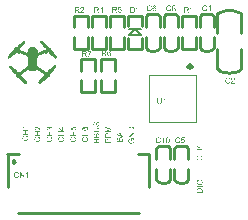
<source format=gto>
G04 Layer_Color=65535*
%FSLAX25Y25*%
%MOIN*%
G70*
G01*
G75*
%ADD19C,0.01000*%
%ADD44C,0.01200*%
%ADD45C,0.00020*%
%ADD46C,0.00394*%
%ADD47C,0.00600*%
G36*
X58556Y69919D02*
X58573D01*
X58595Y69916D01*
X58619Y69912D01*
X58646Y69909D01*
X58676Y69902D01*
X58707Y69894D01*
X58741Y69886D01*
X58774Y69872D01*
X58807Y69859D01*
X58840Y69843D01*
X58873Y69823D01*
X58905Y69801D01*
X58935Y69775D01*
X58937Y69773D01*
X58942Y69768D01*
X58950Y69760D01*
X58960Y69748D01*
X58971Y69735D01*
X58983Y69718D01*
X58998Y69698D01*
X59013Y69675D01*
X59026Y69652D01*
X59041Y69624D01*
X59053Y69595D01*
X59066Y69564D01*
X59074Y69530D01*
X59083Y69496D01*
X59088Y69459D01*
X59089Y69421D01*
Y69419D01*
Y69414D01*
Y69408D01*
X59088Y69399D01*
Y69388D01*
X59086Y69375D01*
X59081Y69343D01*
X59073Y69306D01*
X59059Y69267D01*
X59041Y69227D01*
X59031Y69207D01*
X59018Y69189D01*
Y69187D01*
X59015Y69184D01*
X59011Y69179D01*
X59005Y69172D01*
X58998Y69164D01*
X58988Y69155D01*
X58978Y69144D01*
X58965Y69134D01*
X58951Y69121D01*
X58935Y69109D01*
X58918Y69096D01*
X58898Y69084D01*
X58878Y69071D01*
X58855Y69059D01*
X58832Y69047D01*
X58805Y69037D01*
X58807D01*
X58814Y69034D01*
X58822Y69031D01*
X58834Y69026D01*
X58849Y69021D01*
X58867Y69013D01*
X58885Y69003D01*
X58905Y68993D01*
X58948Y68966D01*
X58993Y68935D01*
X59036Y68896D01*
X59056Y68875D01*
X59074Y68852D01*
X59076Y68850D01*
X59078Y68847D01*
X59083Y68838D01*
X59089Y68828D01*
X59096Y68817D01*
X59104Y68802D01*
X59113Y68785D01*
X59121Y68765D01*
X59129Y68744D01*
X59137Y68722D01*
X59146Y68695D01*
X59152Y68669D01*
X59164Y68611D01*
X59166Y68581D01*
X59167Y68548D01*
Y68545D01*
Y68536D01*
X59166Y68525D01*
X59164Y68506D01*
X59162Y68486D01*
X59157Y68462D01*
X59152Y68433D01*
X59146Y68403D01*
X59136Y68372D01*
X59124Y68339D01*
X59111Y68305D01*
X59094Y68271D01*
X59074Y68236D01*
X59051Y68201D01*
X59025Y68166D01*
X58993Y68134D01*
X58991Y68133D01*
X58985Y68128D01*
X58975Y68120D01*
X58961Y68108D01*
X58943Y68096D01*
X58923Y68081D01*
X58898Y68066D01*
X58870Y68051D01*
X58839Y68037D01*
X58805Y68022D01*
X58767Y68007D01*
X58727Y67995D01*
X58684Y67983D01*
X58638Y67975D01*
X58588Y67970D01*
X58536Y67968D01*
X58523D01*
X58510Y67970D01*
X58490Y67972D01*
X58465Y67973D01*
X58437Y67977D01*
X58407Y67982D01*
X58372Y67990D01*
X58337Y67998D01*
X58301Y68010D01*
X58263Y68023D01*
X58223Y68040D01*
X58185Y68058D01*
X58148Y68081D01*
X58112Y68106D01*
X58078Y68136D01*
X58077Y68138D01*
X58072Y68144D01*
X58062Y68153D01*
X58052Y68166D01*
X58039Y68183D01*
X58024Y68203D01*
X58009Y68226D01*
X57992Y68251D01*
X57975Y68281D01*
X57960Y68312D01*
X57946Y68345D01*
X57932Y68384D01*
X57922Y68422D01*
X57914Y68463D01*
X57907Y68506D01*
X57906Y68553D01*
Y68554D01*
Y68561D01*
Y68571D01*
X57907Y68584D01*
X57909Y68601D01*
X57911Y68619D01*
X57914Y68639D01*
X57917Y68662D01*
X57929Y68712D01*
X57937Y68739D01*
X57946Y68764D01*
X57957Y68790D01*
X57969Y68817D01*
X57984Y68842D01*
X58000Y68866D01*
X58002Y68868D01*
X58005Y68871D01*
X58010Y68878D01*
X58019Y68886D01*
X58027Y68896D01*
X58040Y68910D01*
X58053Y68921D01*
X58070Y68935D01*
X58088Y68950D01*
X58108Y68964D01*
X58130Y68978D01*
X58155Y68993D01*
X58181Y69004D01*
X58210Y69018D01*
X58239Y69028D01*
X58271Y69037D01*
X58269D01*
X58264Y69041D01*
X58258Y69042D01*
X58246Y69047D01*
X58234Y69052D01*
X58221Y69059D01*
X58188Y69077D01*
X58153Y69099D01*
X58117Y69124D01*
X58082Y69155D01*
X58067Y69172D01*
X58052Y69190D01*
Y69192D01*
X58048Y69195D01*
X58045Y69200D01*
X58040Y69209D01*
X58035Y69217D01*
X58030Y69228D01*
X58024Y69242D01*
X58017Y69257D01*
X58004Y69292D01*
X57994Y69333D01*
X57985Y69378D01*
X57982Y69428D01*
Y69429D01*
Y69438D01*
X57984Y69447D01*
Y69463D01*
X57987Y69481D01*
X57990Y69501D01*
X57995Y69524D01*
X58000Y69549D01*
X58009Y69575D01*
X58019Y69604D01*
X58030Y69633D01*
X58045Y69663D01*
X58062Y69693D01*
X58082Y69721D01*
X58105Y69750D01*
X58131Y69778D01*
X58133Y69779D01*
X58138Y69784D01*
X58146Y69791D01*
X58160Y69799D01*
X58175Y69811D01*
X58193Y69823D01*
X58214Y69836D01*
X58238Y69849D01*
X58266Y69863D01*
X58296Y69876D01*
X58329Y69887D01*
X58364Y69899D01*
X58402Y69907D01*
X58443Y69914D01*
X58487Y69919D01*
X58531Y69921D01*
X58543D01*
X58556Y69919D01*
D02*
G37*
G36*
X54504Y37808D02*
Y37805D01*
Y37795D01*
Y37780D01*
X54502Y37760D01*
Y37737D01*
X54501Y37709D01*
X54499Y37677D01*
X54496Y37642D01*
X54492Y37608D01*
X54487Y37569D01*
X54476Y37493D01*
X54459Y37418D01*
X54449Y37383D01*
X54438Y37350D01*
Y37349D01*
X54434Y37344D01*
X54431Y37334D01*
X54424Y37322D01*
X54418Y37307D01*
X54408Y37290D01*
X54398Y37272D01*
X54384Y37252D01*
X54369Y37231D01*
X54351Y37209D01*
X54333Y37186D01*
X54311Y37163D01*
X54286Y37139D01*
X54262Y37118D01*
X54233Y37095D01*
X54202Y37075D01*
X54200Y37073D01*
X54194Y37070D01*
X54185Y37065D01*
X54170Y37058D01*
X54154Y37050D01*
X54134Y37042D01*
X54110Y37031D01*
X54082Y37022D01*
X54052Y37012D01*
X54019Y37002D01*
X53981Y36993D01*
X53943Y36985D01*
X53900Y36978D01*
X53855Y36973D01*
X53807Y36970D01*
X53755Y36968D01*
X53729D01*
X53711Y36970D01*
X53687Y36972D01*
X53661Y36973D01*
X53632Y36977D01*
X53599Y36980D01*
X53566Y36985D01*
X53530Y36990D01*
X53456Y37007D01*
X53420Y37018D01*
X53383Y37030D01*
X53349Y37043D01*
X53315Y37060D01*
X53314Y37061D01*
X53309Y37065D01*
X53299Y37070D01*
X53287Y37076D01*
X53274Y37086D01*
X53257Y37098D01*
X53241Y37113D01*
X53222Y37128D01*
X53202Y37146D01*
X53183Y37166D01*
X53161Y37188D01*
X53141Y37212D01*
X53123Y37239D01*
X53105Y37267D01*
X53088Y37297D01*
X53073Y37329D01*
Y37330D01*
X53070Y37337D01*
X53066Y37347D01*
X53061Y37360D01*
X53056Y37378D01*
X53050Y37400D01*
X53043Y37425D01*
X53036Y37455D01*
X53030Y37486D01*
X53023Y37523D01*
X53017Y37563D01*
X53012Y37606D01*
X53007Y37651D01*
X53003Y37701D01*
X53002Y37754D01*
X53000Y37808D01*
Y38914D01*
X53254D01*
Y37810D01*
Y37807D01*
Y37799D01*
Y37787D01*
Y37769D01*
X53256Y37749D01*
Y37725D01*
X53257Y37699D01*
X53259Y37671D01*
X53266Y37611D01*
X53272Y37551D01*
X53279Y37521D01*
X53284Y37493D01*
X53290Y37466D01*
X53299Y37443D01*
Y37442D01*
X53300Y37438D01*
X53304Y37432D01*
X53307Y37423D01*
X53314Y37413D01*
X53319Y37403D01*
X53337Y37377D01*
X53359Y37347D01*
X53385Y37317D01*
X53418Y37287D01*
X53458Y37261D01*
X53460D01*
X53463Y37257D01*
X53470Y37256D01*
X53478Y37251D01*
X53490Y37246D01*
X53503Y37241D01*
X53518Y37236D01*
X53535Y37229D01*
X53554Y37222D01*
X53574Y37218D01*
X53598Y37212D01*
X53623Y37207D01*
X53676Y37201D01*
X53734Y37198D01*
X53745D01*
X53760Y37199D01*
X53778D01*
X53802Y37201D01*
X53828Y37204D01*
X53857Y37207D01*
X53888Y37214D01*
X53920Y37221D01*
X53953Y37229D01*
X53986Y37239D01*
X54019Y37251D01*
X54051Y37266D01*
X54079Y37282D01*
X54107Y37302D01*
X54131Y37324D01*
X54132Y37325D01*
X54135Y37330D01*
X54142Y37337D01*
X54149Y37349D01*
X54159Y37363D01*
X54169Y37383D01*
X54179Y37405D01*
X54190Y37432D01*
X54202Y37463D01*
X54212Y37498D01*
X54222Y37538D01*
X54232Y37583D01*
X54238Y37631D01*
X54245Y37686D01*
X54248Y37745D01*
X54250Y37810D01*
Y38914D01*
X54504D01*
Y37808D01*
D02*
G37*
G36*
X56547Y25919D02*
X56560D01*
X56575Y25917D01*
X56592Y25916D01*
X56612Y25912D01*
X56653Y25906D01*
X56698Y25894D01*
X56745Y25879D01*
X56789Y25857D01*
X56791D01*
X56794Y25854D01*
X56801Y25851D01*
X56809Y25846D01*
X56819Y25839D01*
X56831Y25833D01*
X56858Y25813D01*
X56889Y25786D01*
X56921Y25756D01*
X56952Y25720D01*
X56982Y25678D01*
X56984Y25677D01*
X56985Y25673D01*
X56989Y25667D01*
X56995Y25658D01*
X57000Y25647D01*
X57009Y25633D01*
X57017Y25617D01*
X57025Y25599D01*
X57035Y25580D01*
X57045Y25559D01*
X57055Y25534D01*
X57065Y25509D01*
X57083Y25454D01*
X57102Y25394D01*
Y25393D01*
X57103Y25386D01*
X57105Y25378D01*
X57108Y25365D01*
X57112Y25346D01*
X57115Y25326D01*
X57120Y25303D01*
X57123Y25275D01*
X57126Y25245D01*
X57131Y25210D01*
X57135Y25174D01*
X57138Y25134D01*
X57141Y25091D01*
X57143Y25044D01*
X57145Y24994D01*
Y24943D01*
Y24941D01*
Y24940D01*
Y24935D01*
Y24928D01*
Y24910D01*
X57143Y24886D01*
Y24858D01*
X57141Y24825D01*
X57140Y24789D01*
X57136Y24749D01*
X57133Y24705D01*
X57128Y24662D01*
X57115Y24571D01*
X57108Y24526D01*
X57098Y24481D01*
X57087Y24438D01*
X57075Y24398D01*
Y24397D01*
X57072Y24390D01*
X57068Y24378D01*
X57062Y24365D01*
X57055Y24347D01*
X57045Y24327D01*
X57035Y24305D01*
X57024Y24282D01*
X56994Y24231D01*
X56959Y24178D01*
X56916Y24126D01*
X56892Y24101D01*
X56867Y24080D01*
X56866Y24078D01*
X56861Y24075D01*
X56854Y24070D01*
X56843Y24063D01*
X56829Y24053D01*
X56813Y24045D01*
X56794Y24035D01*
X56773Y24025D01*
X56748Y24013D01*
X56723Y24003D01*
X56693Y23995D01*
X56663Y23987D01*
X56630Y23978D01*
X56595Y23973D01*
X56559Y23970D01*
X56520Y23968D01*
X56509D01*
X56494Y23970D01*
X56474Y23972D01*
X56451Y23975D01*
X56424Y23978D01*
X56394Y23985D01*
X56363Y23993D01*
X56328Y24003D01*
X56293Y24017D01*
X56257Y24032D01*
X56220Y24051D01*
X56183Y24073D01*
X56150Y24100D01*
X56117Y24129D01*
X56086Y24164D01*
X56084Y24168D01*
X56077Y24176D01*
X56069Y24191D01*
X56056Y24211D01*
X56042Y24237D01*
X56026Y24269D01*
X56009Y24307D01*
X55991Y24352D01*
X55973Y24403D01*
X55956Y24460D01*
X55940Y24525D01*
X55926Y24594D01*
X55920Y24633D01*
X55915Y24671D01*
X55910Y24712D01*
X55905Y24755D01*
X55901Y24800D01*
X55898Y24845D01*
X55896Y24893D01*
Y24943D01*
Y24945D01*
Y24946D01*
Y24951D01*
Y24958D01*
Y24976D01*
X55898Y24999D01*
Y25027D01*
X55900Y25061D01*
X55903Y25097D01*
X55905Y25139D01*
X55910Y25180D01*
X55913Y25225D01*
X55926Y25316D01*
X55935Y25361D01*
X55943Y25406D01*
X55954Y25449D01*
X55966Y25489D01*
X55968Y25491D01*
X55969Y25499D01*
X55973Y25509D01*
X55979Y25524D01*
X55986Y25541D01*
X55996Y25560D01*
X56006Y25582D01*
X56018Y25607D01*
X56047Y25658D01*
X56082Y25712D01*
X56125Y25763D01*
X56149Y25786D01*
X56174Y25808D01*
X56175Y25809D01*
X56180Y25813D01*
X56188Y25818D01*
X56199Y25826D01*
X56212Y25834D01*
X56228Y25844D01*
X56247Y25854D01*
X56268Y25864D01*
X56293Y25874D01*
X56320Y25886D01*
X56348Y25894D01*
X56378Y25902D01*
X56411Y25911D01*
X56446Y25916D01*
X56482Y25919D01*
X56520Y25921D01*
X56536D01*
X56547Y25919D01*
D02*
G37*
G36*
X56930Y69946D02*
X56950D01*
X56974Y69942D01*
X57003Y69939D01*
X57034Y69936D01*
X57069Y69929D01*
X57107Y69921D01*
X57145Y69911D01*
X57185Y69899D01*
X57227Y69884D01*
X57267Y69867D01*
X57308Y69848D01*
X57346Y69826D01*
X57384Y69799D01*
X57386Y69798D01*
X57393Y69793D01*
X57403Y69784D01*
X57416Y69773D01*
X57433Y69758D01*
X57451Y69740D01*
X57471Y69718D01*
X57492Y69693D01*
X57514Y69665D01*
X57537Y69635D01*
X57560Y69600D01*
X57582Y69564D01*
X57604Y69524D01*
X57623Y69482D01*
X57642Y69436D01*
X57658Y69388D01*
X57409Y69330D01*
Y69331D01*
X57406Y69340D01*
X57403Y69350D01*
X57396Y69365D01*
X57389Y69381D01*
X57381Y69401D01*
X57371Y69423D01*
X57359Y69446D01*
X57331Y69496D01*
X57298Y69546D01*
X57280Y69570D01*
X57260Y69594D01*
X57238Y69615D01*
X57215Y69633D01*
X57213Y69635D01*
X57210Y69638D01*
X57202Y69642D01*
X57192Y69648D01*
X57180Y69655D01*
X57165Y69663D01*
X57147Y69673D01*
X57129Y69682D01*
X57106Y69690D01*
X57082Y69700D01*
X57056Y69708D01*
X57028Y69715D01*
X56998Y69721D01*
X56966Y69726D01*
X56931Y69728D01*
X56896Y69730D01*
X56875D01*
X56860Y69728D01*
X56840Y69726D01*
X56818Y69725D01*
X56793Y69721D01*
X56767Y69716D01*
X56739Y69712D01*
X56709Y69703D01*
X56679Y69695D01*
X56647Y69685D01*
X56617Y69673D01*
X56586Y69658D01*
X56556Y69642D01*
X56528Y69624D01*
X56526Y69622D01*
X56521Y69618D01*
X56515Y69612D01*
X56505Y69604D01*
X56491Y69594D01*
X56478Y69580D01*
X56463Y69565D01*
X56446Y69549D01*
X56430Y69529D01*
X56412Y69507D01*
X56395Y69484D01*
X56379Y69459D01*
X56362Y69433D01*
X56347Y69403D01*
X56332Y69373D01*
X56320Y69340D01*
Y69338D01*
X56317Y69331D01*
X56315Y69321D01*
X56310Y69310D01*
X56307Y69293D01*
X56302Y69273D01*
X56296Y69252D01*
X56291Y69227D01*
X56286Y69200D01*
X56279Y69172D01*
X56274Y69142D01*
X56271Y69111D01*
X56264Y69042D01*
X56261Y68973D01*
Y68969D01*
Y68963D01*
Y68950D01*
X56262Y68931D01*
Y68911D01*
X56264Y68886D01*
X56267Y68858D01*
X56269Y68828D01*
X56274Y68795D01*
X56277Y68762D01*
X56291Y68691D01*
X56307Y68617D01*
X56330Y68546D01*
X56332Y68545D01*
X56334Y68538D01*
X56339Y68529D01*
X56344Y68516D01*
X56352Y68501D01*
X56360Y68485D01*
X56372Y68465D01*
X56385Y68445D01*
X56400Y68423D01*
X56415Y68400D01*
X56433Y68379D01*
X56453Y68355D01*
X56475Y68334D01*
X56498Y68314D01*
X56525Y68294D01*
X56551Y68276D01*
X56553Y68274D01*
X56558Y68272D01*
X56566Y68267D01*
X56578Y68262D01*
X56591Y68256D01*
X56608Y68247D01*
X56628Y68239D01*
X56649Y68231D01*
X56672Y68222D01*
X56697Y68214D01*
X56724Y68208D01*
X56752Y68199D01*
X56812Y68189D01*
X56845Y68188D01*
X56876Y68186D01*
X56886D01*
X56896Y68188D01*
X56911D01*
X56930Y68189D01*
X56951Y68193D01*
X56976Y68196D01*
X57001Y68201D01*
X57029Y68208D01*
X57057Y68216D01*
X57087Y68226D01*
X57119Y68237D01*
X57149Y68251D01*
X57179Y68267D01*
X57209Y68286D01*
X57237Y68307D01*
X57238Y68309D01*
X57243Y68312D01*
X57250Y68320D01*
X57260Y68330D01*
X57273Y68344D01*
X57287Y68359D01*
X57301Y68377D01*
X57318Y68398D01*
X57335Y68423D01*
X57351Y68450D01*
X57368Y68480D01*
X57384Y68513D01*
X57399Y68548D01*
X57414Y68586D01*
X57426Y68628D01*
X57438Y68671D01*
X57692Y68608D01*
Y68606D01*
X57690Y68604D01*
Y68599D01*
X57688Y68594D01*
X57683Y68578D01*
X57677Y68556D01*
X57667Y68529D01*
X57655Y68500D01*
X57642Y68467D01*
X57625Y68432D01*
X57607Y68393D01*
X57587Y68354D01*
X57564Y68314D01*
X57537Y68276D01*
X57507Y68236D01*
X57476Y68199D01*
X57442Y68164D01*
X57404Y68131D01*
X57403Y68129D01*
X57394Y68125D01*
X57383Y68116D01*
X57368Y68106D01*
X57348Y68093D01*
X57323Y68080D01*
X57295Y68065D01*
X57263Y68050D01*
X57228Y68035D01*
X57190Y68020D01*
X57149Y68007D01*
X57104Y67993D01*
X57056Y67983D01*
X57006Y67975D01*
X56953Y67970D01*
X56898Y67968D01*
X56885D01*
X56868Y67970D01*
X56847D01*
X56820Y67972D01*
X56790Y67975D01*
X56757Y67978D01*
X56719Y67983D01*
X56681Y67990D01*
X56639Y67998D01*
X56598Y68008D01*
X56556Y68022D01*
X56513Y68035D01*
X56473Y68051D01*
X56433Y68071D01*
X56395Y68093D01*
X56393Y68095D01*
X56387Y68100D01*
X56377Y68106D01*
X56363Y68116D01*
X56347Y68129D01*
X56329Y68146D01*
X56307Y68164D01*
X56286Y68186D01*
X56262Y68211D01*
X56237Y68237D01*
X56213Y68267D01*
X56189Y68300D01*
X56164Y68335D01*
X56141Y68374D01*
X56120Y68415D01*
X56100Y68458D01*
X56098Y68462D01*
X56095Y68470D01*
X56090Y68481D01*
X56085Y68500D01*
X56076Y68521D01*
X56068Y68548D01*
X56060Y68578D01*
X56050Y68612D01*
X56040Y68649D01*
X56032Y68689D01*
X56023Y68730D01*
X56015Y68775D01*
X56010Y68822D01*
X56005Y68870D01*
X56002Y68920D01*
X56000Y68971D01*
Y68973D01*
Y68974D01*
Y68984D01*
Y69001D01*
X56002Y69021D01*
X56003Y69047D01*
X56007Y69077D01*
X56010Y69111D01*
X56015Y69149D01*
X56020Y69189D01*
X56028Y69230D01*
X56037Y69273D01*
X56048Y69316D01*
X56061Y69361D01*
X56076Y69406D01*
X56093Y69449D01*
X56113Y69492D01*
X56115Y69496D01*
X56118Y69502D01*
X56125Y69514D01*
X56134Y69529D01*
X56146Y69547D01*
X56161Y69569D01*
X56178Y69592D01*
X56196Y69618D01*
X56219Y69645D01*
X56242Y69673D01*
X56269Y69701D01*
X56299Y69730D01*
X56330Y69756D01*
X56363Y69783D01*
X56400Y69808D01*
X56438Y69831D01*
X56440Y69833D01*
X56448Y69836D01*
X56460Y69841D01*
X56475Y69849D01*
X56495Y69858D01*
X56518Y69867D01*
X56545Y69879D01*
X56576Y69889D01*
X56608Y69901D01*
X56644Y69911D01*
X56682Y69921D01*
X56722Y69929D01*
X56765Y69937D01*
X56808Y69942D01*
X56855Y69946D01*
X56901Y69947D01*
X56915D01*
X56930Y69946D01*
D02*
G37*
G36*
X55716Y37000D02*
X55480D01*
Y38496D01*
X55478Y38494D01*
X55477Y38492D01*
X55472Y38487D01*
X55465Y38482D01*
X55455Y38474D01*
X55445Y38466D01*
X55434Y38456D01*
X55420Y38444D01*
X55387Y38421D01*
X55349Y38393D01*
X55306Y38363D01*
X55256Y38333D01*
X55254Y38331D01*
X55249Y38330D01*
X55243Y38325D01*
X55233Y38320D01*
X55221Y38313D01*
X55208Y38306D01*
X55191Y38296D01*
X55175Y38288D01*
X55136Y38268D01*
X55095Y38248D01*
X55052Y38228D01*
X55010Y38212D01*
Y38439D01*
X55012Y38441D01*
X55019Y38444D01*
X55030Y38449D01*
X55044Y38456D01*
X55060Y38464D01*
X55080Y38476D01*
X55102Y38487D01*
X55127Y38502D01*
X55153Y38517D01*
X55180Y38535D01*
X55238Y38574D01*
X55297Y38617D01*
X55354Y38663D01*
X55356Y38665D01*
X55361Y38670D01*
X55367Y38677D01*
X55379Y38687D01*
X55390Y38698D01*
X55404Y38712D01*
X55419Y38728D01*
X55435Y38745D01*
X55470Y38785D01*
X55505Y38828D01*
X55537Y38874D01*
X55551Y38897D01*
X55563Y38921D01*
X55716D01*
Y37000D01*
D02*
G37*
G36*
X34819Y68142D02*
X35078D01*
Y67927D01*
X34819D01*
Y67469D01*
X34583D01*
Y67927D01*
X33753D01*
Y68142D01*
X34626Y69382D01*
X34819D01*
Y68142D01*
D02*
G37*
G36*
X32911Y69381D02*
X32936Y69379D01*
X32963Y69377D01*
X32993Y69376D01*
X33056Y69369D01*
X33121Y69361D01*
X33152Y69354D01*
X33182Y69348D01*
X33210Y69339D01*
X33237Y69329D01*
X33238D01*
X33243Y69328D01*
X33250Y69324D01*
X33258Y69319D01*
X33270Y69313D01*
X33283Y69306D01*
X33313Y69288D01*
X33346Y69263D01*
X33364Y69248D01*
X33383Y69231D01*
X33399Y69213D01*
X33418Y69191D01*
X33434Y69170D01*
X33449Y69147D01*
X33451Y69145D01*
X33452Y69140D01*
X33456Y69133D01*
X33463Y69124D01*
X33467Y69112D01*
X33474Y69097D01*
X33482Y69080D01*
X33489Y69062D01*
X33497Y69042D01*
X33504Y69021D01*
X33517Y68971D01*
X33525Y68918D01*
X33527Y68889D01*
X33529Y68859D01*
Y68858D01*
Y68851D01*
Y68840D01*
X33527Y68826D01*
X33525Y68808D01*
X33522Y68788D01*
X33517Y68765D01*
X33512Y68740D01*
X33506Y68715D01*
X33497Y68687D01*
X33486Y68659D01*
X33472Y68629D01*
X33457Y68601D01*
X33439Y68571D01*
X33419Y68542D01*
X33396Y68516D01*
X33394Y68514D01*
X33389Y68509D01*
X33383Y68503D01*
X33371Y68494D01*
X33358Y68483D01*
X33340Y68469D01*
X33320Y68456D01*
X33296Y68441D01*
X33270Y68426D01*
X33240Y68411D01*
X33205Y68396D01*
X33169Y68383D01*
X33129Y68370D01*
X33086Y68358D01*
X33039Y68348D01*
X32989Y68340D01*
X32991D01*
X32994Y68338D01*
X32999Y68335D01*
X33006Y68332D01*
X33024Y68322D01*
X33046Y68310D01*
X33071Y68295D01*
X33097Y68278D01*
X33121Y68262D01*
X33142Y68244D01*
X33144Y68242D01*
X33147Y68239D01*
X33154Y68234D01*
X33160Y68225D01*
X33170Y68216D01*
X33182Y68204D01*
X33195Y68191D01*
X33210Y68174D01*
X33225Y68156D01*
X33242Y68137D01*
X33277Y68094D01*
X33315Y68045D01*
X33351Y67990D01*
X33683Y67469D01*
X33366D01*
X33114Y67867D01*
X33112Y67869D01*
X33109Y67875D01*
X33104Y67883D01*
X33096Y67895D01*
X33086Y67910D01*
X33076Y67927D01*
X33062Y67945D01*
X33049Y67963D01*
X33021Y68006D01*
X32989Y68050D01*
X32959Y68091D01*
X32945Y68111D01*
X32931Y68129D01*
Y68131D01*
X32928Y68133D01*
X32925Y68137D01*
X32920Y68144D01*
X32906Y68161D01*
X32888Y68181D01*
X32868Y68200D01*
X32847Y68222D01*
X32823Y68242D01*
X32802Y68257D01*
X32800Y68259D01*
X32792Y68264D01*
X32780Y68269D01*
X32767Y68277D01*
X32749Y68285D01*
X32730Y68293D01*
X32709Y68302D01*
X32687Y68308D01*
X32686D01*
X32679Y68310D01*
X32669Y68312D01*
X32654Y68313D01*
X32634Y68315D01*
X32609Y68317D01*
X32581Y68318D01*
X32254D01*
Y67469D01*
X32000D01*
Y69382D01*
X32890D01*
X32911Y69381D01*
D02*
G37*
G36*
X41010Y69165D02*
X40244D01*
X40141Y68649D01*
X40143Y68650D01*
X40150Y68654D01*
X40158Y68660D01*
X40171Y68667D01*
X40188Y68677D01*
X40206Y68687D01*
X40228Y68699D01*
X40251Y68710D01*
X40277Y68720D01*
X40306Y68732D01*
X40336Y68742D01*
X40367Y68752D01*
X40400Y68758D01*
X40434Y68765D01*
X40468Y68768D01*
X40503Y68770D01*
X40515D01*
X40528Y68768D01*
X40545Y68767D01*
X40566Y68765D01*
X40591Y68760D01*
X40620Y68755D01*
X40651Y68748D01*
X40683Y68738D01*
X40717Y68727D01*
X40752Y68713D01*
X40787Y68697D01*
X40824Y68677D01*
X40859Y68654D01*
X40893Y68627D01*
X40927Y68596D01*
X40928Y68594D01*
X40935Y68587D01*
X40943Y68577D01*
X40953Y68564D01*
X40966Y68547D01*
X40981Y68526D01*
X40996Y68503D01*
X41013Y68474D01*
X41030Y68445D01*
X41044Y68410D01*
X41059Y68373D01*
X41073Y68333D01*
X41083Y68292D01*
X41093Y68247D01*
X41098Y68199D01*
X41099Y68149D01*
Y68146D01*
Y68137D01*
X41098Y68124D01*
Y68106D01*
X41094Y68083D01*
X41091Y68058D01*
X41086Y68028D01*
X41081Y67996D01*
X41073Y67962D01*
X41063Y67925D01*
X41049Y67888D01*
X41034Y67850D01*
X41018Y67812D01*
X40996Y67774D01*
X40973Y67736D01*
X40946Y67699D01*
X40945Y67696D01*
X40938Y67689D01*
X40928Y67678D01*
X40913Y67663D01*
X40895Y67646D01*
X40872Y67626D01*
X40845Y67605D01*
X40815Y67585D01*
X40782Y67563D01*
X40744Y67541D01*
X40703Y67522D01*
X40658Y67505D01*
X40609Y67490D01*
X40558Y67478D01*
X40503Y67472D01*
X40445Y67469D01*
X40434D01*
X40420Y67470D01*
X40402D01*
X40380Y67473D01*
X40354Y67477D01*
X40326Y67480D01*
X40294Y67487D01*
X40261Y67495D01*
X40226Y67505D01*
X40191Y67517D01*
X40155Y67530D01*
X40120Y67546D01*
X40085Y67566D01*
X40050Y67590D01*
X40019Y67615D01*
X40017Y67616D01*
X40012Y67621D01*
X40004Y67629D01*
X39992Y67641D01*
X39980Y67656D01*
X39965Y67674D01*
X39950Y67694D01*
X39934Y67717D01*
X39917Y67744D01*
X39901Y67774D01*
X39884Y67805D01*
X39871Y67840D01*
X39858Y67877D01*
X39846Y67917D01*
X39838Y67958D01*
X39831Y68003D01*
X40078Y68025D01*
Y68023D01*
X40080Y68016D01*
X40082Y68008D01*
X40083Y67995D01*
X40088Y67980D01*
X40092Y67962D01*
X40098Y67943D01*
X40105Y67922D01*
X40121Y67877D01*
X40143Y67832D01*
X40171Y67789D01*
X40186Y67769D01*
X40205Y67751D01*
X40206Y67749D01*
X40209Y67747D01*
X40214Y67742D01*
X40223Y67737D01*
X40233Y67731D01*
X40243Y67722D01*
X40258Y67714D01*
X40273Y67706D01*
X40307Y67689D01*
X40349Y67674D01*
X40394Y67664D01*
X40419Y67663D01*
X40445Y67661D01*
X40453D01*
X40462Y67663D01*
X40473D01*
X40488Y67664D01*
X40505Y67668D01*
X40525Y67671D01*
X40545Y67678D01*
X40568Y67684D01*
X40591Y67693D01*
X40615Y67703D01*
X40638Y67716D01*
X40663Y67729D01*
X40688Y67747D01*
X40711Y67766D01*
X40732Y67789D01*
X40734Y67791D01*
X40737Y67795D01*
X40744Y67802D01*
X40751Y67812D01*
X40759Y67825D01*
X40769Y67840D01*
X40780Y67859D01*
X40792Y67879D01*
X40802Y67902D01*
X40814Y67928D01*
X40824Y67955D01*
X40832Y67986D01*
X40839Y68018D01*
X40845Y68053D01*
X40849Y68089D01*
X40850Y68128D01*
Y68129D01*
Y68136D01*
Y68147D01*
X40849Y68161D01*
X40847Y68177D01*
X40844Y68197D01*
X40840Y68219D01*
X40837Y68242D01*
X40822Y68293D01*
X40814Y68320D01*
X40802Y68347D01*
X40791Y68371D01*
X40774Y68398D01*
X40757Y68421D01*
X40737Y68445D01*
X40736Y68446D01*
X40732Y68449D01*
X40726Y68456D01*
X40717Y68463D01*
X40706Y68471D01*
X40692Y68481D01*
X40676Y68493D01*
X40658Y68504D01*
X40638Y68514D01*
X40615Y68526D01*
X40591Y68536D01*
X40565Y68544D01*
X40536Y68551D01*
X40507Y68557D01*
X40473Y68561D01*
X40440Y68562D01*
X40422D01*
X40412Y68561D01*
X40400Y68559D01*
X40372Y68556D01*
X40341Y68549D01*
X40306Y68541D01*
X40271Y68528D01*
X40236Y68511D01*
X40234D01*
X40233Y68509D01*
X40228Y68506D01*
X40221Y68501D01*
X40205Y68491D01*
X40185Y68474D01*
X40161Y68456D01*
X40138Y68433D01*
X40115Y68408D01*
X40093Y68378D01*
X39873Y68406D01*
X40058Y69389D01*
X41010D01*
Y69165D01*
D02*
G37*
G36*
X38911Y69412D02*
X38936Y69411D01*
X38963Y69409D01*
X38993Y69407D01*
X39056Y69401D01*
X39121Y69392D01*
X39152Y69386D01*
X39182Y69379D01*
X39210Y69371D01*
X39237Y69361D01*
X39238D01*
X39243Y69359D01*
X39250Y69356D01*
X39258Y69351D01*
X39270Y69344D01*
X39283Y69338D01*
X39313Y69319D01*
X39346Y69295D01*
X39364Y69279D01*
X39383Y69263D01*
X39399Y69245D01*
X39418Y69223D01*
X39434Y69201D01*
X39449Y69178D01*
X39451Y69177D01*
X39452Y69172D01*
X39456Y69165D01*
X39463Y69155D01*
X39467Y69143D01*
X39474Y69129D01*
X39482Y69112D01*
X39489Y69094D01*
X39497Y69074D01*
X39504Y69052D01*
X39517Y69002D01*
X39525Y68949D01*
X39527Y68921D01*
X39529Y68891D01*
Y68889D01*
Y68883D01*
Y68871D01*
X39527Y68858D01*
X39525Y68840D01*
X39522Y68820D01*
X39517Y68796D01*
X39512Y68772D01*
X39506Y68747D01*
X39497Y68718D01*
X39486Y68690D01*
X39472Y68660D01*
X39457Y68632D01*
X39439Y68602D01*
X39419Y68574D01*
X39396Y68547D01*
X39394Y68546D01*
X39389Y68541D01*
X39383Y68534D01*
X39371Y68526D01*
X39358Y68514D01*
X39340Y68501D01*
X39320Y68488D01*
X39296Y68473D01*
X39270Y68458D01*
X39240Y68443D01*
X39205Y68428D01*
X39169Y68415D01*
X39129Y68401D01*
X39086Y68390D01*
X39039Y68380D01*
X38989Y68371D01*
X38991D01*
X38994Y68370D01*
X38999Y68366D01*
X39006Y68363D01*
X39024Y68353D01*
X39046Y68342D01*
X39071Y68327D01*
X39097Y68310D01*
X39121Y68293D01*
X39142Y68275D01*
X39144Y68274D01*
X39147Y68270D01*
X39154Y68265D01*
X39160Y68257D01*
X39170Y68247D01*
X39182Y68235D01*
X39195Y68222D01*
X39210Y68205D01*
X39225Y68187D01*
X39242Y68169D01*
X39276Y68126D01*
X39315Y68076D01*
X39351Y68021D01*
X39683Y67500D01*
X39366D01*
X39114Y67898D01*
X39112Y67900D01*
X39109Y67907D01*
X39104Y67915D01*
X39096Y67927D01*
X39086Y67942D01*
X39076Y67958D01*
X39062Y67976D01*
X39049Y67995D01*
X39021Y68038D01*
X38989Y68081D01*
X38960Y68123D01*
X38945Y68142D01*
X38931Y68161D01*
Y68162D01*
X38928Y68164D01*
X38925Y68169D01*
X38920Y68176D01*
X38906Y68192D01*
X38888Y68212D01*
X38868Y68232D01*
X38847Y68254D01*
X38823Y68274D01*
X38802Y68288D01*
X38800Y68290D01*
X38792Y68295D01*
X38780Y68300D01*
X38767Y68308D01*
X38749Y68317D01*
X38730Y68325D01*
X38709Y68333D01*
X38687Y68340D01*
X38686D01*
X38679Y68342D01*
X38669Y68343D01*
X38654Y68345D01*
X38634Y68347D01*
X38609Y68348D01*
X38581Y68350D01*
X38254D01*
Y67500D01*
X38000D01*
Y69414D01*
X38890D01*
X38911Y69412D01*
D02*
G37*
G36*
X55294Y24000D02*
X55058D01*
Y25496D01*
X55056Y25494D01*
X55055Y25492D01*
X55050Y25487D01*
X55043Y25482D01*
X55033Y25474D01*
X55023Y25466D01*
X55012Y25456D01*
X54998Y25444D01*
X54965Y25421D01*
X54927Y25393D01*
X54884Y25363D01*
X54834Y25333D01*
X54832Y25331D01*
X54827Y25330D01*
X54821Y25325D01*
X54811Y25320D01*
X54799Y25313D01*
X54786Y25306D01*
X54769Y25297D01*
X54753Y25288D01*
X54714Y25268D01*
X54673Y25248D01*
X54630Y25228D01*
X54588Y25212D01*
Y25439D01*
X54590Y25441D01*
X54597Y25444D01*
X54608Y25449D01*
X54621Y25456D01*
X54638Y25464D01*
X54658Y25476D01*
X54680Y25487D01*
X54704Y25502D01*
X54731Y25517D01*
X54758Y25536D01*
X54816Y25574D01*
X54875Y25617D01*
X54932Y25663D01*
X54934Y25665D01*
X54939Y25670D01*
X54945Y25677D01*
X54957Y25687D01*
X54968Y25698D01*
X54982Y25712D01*
X54997Y25728D01*
X55013Y25745D01*
X55048Y25785D01*
X55083Y25828D01*
X55115Y25874D01*
X55129Y25897D01*
X55141Y25921D01*
X55294D01*
Y24000D01*
D02*
G37*
G36*
X9990Y27992D02*
X9089D01*
Y27001D01*
X9990D01*
Y26747D01*
X8076D01*
Y27001D01*
X8863D01*
Y27992D01*
X8076D01*
Y28246D01*
X9990D01*
Y27992D01*
D02*
G37*
G36*
X9386Y26423D02*
X9391D01*
X9396Y26421D01*
X9412Y26417D01*
X9434Y26410D01*
X9460Y26400D01*
X9490Y26388D01*
X9523Y26375D01*
X9558Y26358D01*
X9597Y26340D01*
X9636Y26320D01*
X9676Y26297D01*
X9714Y26270D01*
X9754Y26241D01*
X9791Y26209D01*
X9826Y26176D01*
X9859Y26138D01*
X9860Y26136D01*
X9866Y26128D01*
X9874Y26116D01*
X9884Y26101D01*
X9897Y26081D01*
X9910Y26056D01*
X9925Y26028D01*
X9940Y25997D01*
X9955Y25962D01*
X9970Y25923D01*
X9983Y25882D01*
X9997Y25837D01*
X10007Y25789D01*
X10015Y25739D01*
X10020Y25686D01*
X10022Y25631D01*
Y25630D01*
Y25628D01*
Y25618D01*
X10020Y25601D01*
Y25580D01*
X10018Y25553D01*
X10015Y25523D01*
X10012Y25490D01*
X10007Y25452D01*
X10000Y25414D01*
X9992Y25372D01*
X9982Y25331D01*
X9968Y25289D01*
X9955Y25246D01*
X9939Y25206D01*
X9919Y25166D01*
X9897Y25128D01*
X9895Y25127D01*
X9890Y25120D01*
X9884Y25110D01*
X9874Y25097D01*
X9860Y25080D01*
X9844Y25062D01*
X9826Y25040D01*
X9804Y25019D01*
X9779Y24995D01*
X9753Y24971D01*
X9723Y24946D01*
X9690Y24923D01*
X9655Y24898D01*
X9617Y24874D01*
X9575Y24853D01*
X9532Y24833D01*
X9528Y24831D01*
X9520Y24828D01*
X9509Y24823D01*
X9490Y24818D01*
X9469Y24810D01*
X9442Y24801D01*
X9412Y24793D01*
X9377Y24783D01*
X9341Y24773D01*
X9301Y24765D01*
X9260Y24757D01*
X9215Y24748D01*
X9168Y24743D01*
X9120Y24738D01*
X9070Y24735D01*
X9019Y24733D01*
X8989D01*
X8969Y24735D01*
X8942Y24737D01*
X8913Y24740D01*
X8879Y24743D01*
X8841Y24748D01*
X8801Y24753D01*
X8760Y24761D01*
X8717Y24770D01*
X8674Y24781D01*
X8629Y24795D01*
X8584Y24810D01*
X8541Y24826D01*
X8498Y24846D01*
X8494Y24848D01*
X8488Y24851D01*
X8476Y24858D01*
X8461Y24868D01*
X8443Y24879D01*
X8421Y24894D01*
X8398Y24911D01*
X8371Y24929D01*
X8345Y24952D01*
X8317Y24976D01*
X8288Y25002D01*
X8260Y25032D01*
X8234Y25064D01*
X8207Y25097D01*
X8182Y25133D01*
X8159Y25172D01*
X8157Y25173D01*
X8154Y25181D01*
X8149Y25193D01*
X8141Y25208D01*
X8133Y25228D01*
X8123Y25251D01*
X8111Y25278D01*
X8101Y25309D01*
X8089Y25341D01*
X8079Y25377D01*
X8069Y25416D01*
X8061Y25455D01*
X8053Y25499D01*
X8048Y25542D01*
X8044Y25588D01*
X8043Y25635D01*
Y25636D01*
Y25638D01*
Y25648D01*
X8044Y25663D01*
Y25683D01*
X8048Y25708D01*
X8051Y25736D01*
X8054Y25767D01*
X8061Y25802D01*
X8069Y25840D01*
X8079Y25879D01*
X8091Y25918D01*
X8106Y25960D01*
X8123Y26000D01*
X8142Y26041D01*
X8164Y26079D01*
X8191Y26118D01*
X8192Y26119D01*
X8197Y26126D01*
X8206Y26136D01*
X8217Y26149D01*
X8232Y26166D01*
X8250Y26184D01*
X8272Y26204D01*
X8297Y26226D01*
X8325Y26247D01*
X8355Y26270D01*
X8390Y26294D01*
X8426Y26315D01*
X8466Y26337D01*
X8508Y26357D01*
X8554Y26375D01*
X8602Y26392D01*
X8660Y26143D01*
X8659D01*
X8650Y26139D01*
X8640Y26136D01*
X8625Y26129D01*
X8609Y26123D01*
X8589Y26114D01*
X8567Y26104D01*
X8544Y26093D01*
X8494Y26065D01*
X8444Y26031D01*
X8420Y26013D01*
X8396Y25993D01*
X8375Y25972D01*
X8357Y25948D01*
X8355Y25947D01*
X8352Y25943D01*
X8348Y25935D01*
X8342Y25925D01*
X8335Y25914D01*
X8327Y25899D01*
X8317Y25880D01*
X8308Y25862D01*
X8300Y25839D01*
X8290Y25816D01*
X8282Y25789D01*
X8275Y25761D01*
X8269Y25731D01*
X8264Y25699D01*
X8262Y25664D01*
X8260Y25630D01*
Y25628D01*
Y25620D01*
Y25608D01*
X8262Y25593D01*
X8264Y25573D01*
X8265Y25552D01*
X8269Y25527D01*
X8274Y25500D01*
X8279Y25472D01*
X8287Y25442D01*
X8295Y25412D01*
X8305Y25381D01*
X8317Y25351D01*
X8332Y25319D01*
X8348Y25289D01*
X8366Y25261D01*
X8368Y25260D01*
X8371Y25254D01*
X8378Y25248D01*
X8386Y25238D01*
X8396Y25225D01*
X8410Y25211D01*
X8425Y25196D01*
X8441Y25180D01*
X8461Y25163D01*
X8483Y25145D01*
X8506Y25128D01*
X8531Y25112D01*
X8557Y25095D01*
X8587Y25080D01*
X8617Y25065D01*
X8650Y25054D01*
X8652D01*
X8659Y25050D01*
X8669Y25049D01*
X8680Y25044D01*
X8697Y25040D01*
X8717Y25035D01*
X8738Y25029D01*
X8763Y25024D01*
X8790Y25019D01*
X8818Y25012D01*
X8848Y25007D01*
X8879Y25004D01*
X8947Y24997D01*
X9017Y24994D01*
X9041D01*
X9059Y24995D01*
X9079D01*
X9104Y24997D01*
X9132Y25001D01*
X9162Y25002D01*
X9195Y25007D01*
X9228Y25010D01*
X9299Y25024D01*
X9373Y25040D01*
X9444Y25064D01*
X9445Y25065D01*
X9452Y25067D01*
X9460Y25072D01*
X9474Y25077D01*
X9489Y25085D01*
X9505Y25093D01*
X9525Y25105D01*
X9545Y25118D01*
X9567Y25133D01*
X9590Y25148D01*
X9612Y25166D01*
X9635Y25186D01*
X9656Y25208D01*
X9676Y25231D01*
X9696Y25258D01*
X9714Y25284D01*
X9716Y25286D01*
X9718Y25291D01*
X9723Y25299D01*
X9728Y25311D01*
X9734Y25324D01*
X9743Y25341D01*
X9751Y25361D01*
X9759Y25382D01*
X9768Y25406D01*
X9776Y25431D01*
X9782Y25457D01*
X9791Y25485D01*
X9801Y25545D01*
X9802Y25578D01*
X9804Y25610D01*
Y25611D01*
Y25620D01*
X9802Y25630D01*
Y25645D01*
X9801Y25663D01*
X9797Y25684D01*
X9794Y25709D01*
X9789Y25734D01*
X9782Y25763D01*
X9774Y25791D01*
X9764Y25821D01*
X9753Y25852D01*
X9739Y25882D01*
X9723Y25912D01*
X9704Y25942D01*
X9683Y25970D01*
X9681Y25972D01*
X9678Y25977D01*
X9670Y25983D01*
X9660Y25993D01*
X9646Y26006D01*
X9631Y26020D01*
X9613Y26035D01*
X9592Y26051D01*
X9567Y26068D01*
X9540Y26085D01*
X9510Y26101D01*
X9477Y26118D01*
X9442Y26133D01*
X9404Y26148D01*
X9363Y26159D01*
X9319Y26171D01*
X9382Y26425D01*
X9384D01*
X9386Y26423D01*
D02*
G37*
G36*
X13394Y26073D02*
X13399D01*
X13404Y26071D01*
X13420Y26066D01*
X13442Y26060D01*
X13468Y26050D01*
X13498Y26038D01*
X13532Y26025D01*
X13566Y26008D01*
X13605Y25990D01*
X13644Y25970D01*
X13684Y25947D01*
X13722Y25920D01*
X13762Y25890D01*
X13799Y25859D01*
X13834Y25826D01*
X13867Y25787D01*
X13869Y25786D01*
X13873Y25777D01*
X13882Y25766D01*
X13892Y25751D01*
X13905Y25731D01*
X13918Y25706D01*
X13933Y25678D01*
X13948Y25646D01*
X13963Y25611D01*
X13978Y25573D01*
X13991Y25532D01*
X14005Y25487D01*
X14015Y25439D01*
X14023Y25389D01*
X14028Y25336D01*
X14029Y25281D01*
Y25279D01*
Y25278D01*
Y25268D01*
X14028Y25251D01*
Y25230D01*
X14026Y25203D01*
X14023Y25173D01*
X14020Y25140D01*
X14015Y25102D01*
X14008Y25064D01*
X14000Y25022D01*
X13990Y24981D01*
X13976Y24939D01*
X13963Y24896D01*
X13947Y24856D01*
X13927Y24816D01*
X13905Y24778D01*
X13903Y24776D01*
X13898Y24770D01*
X13892Y24760D01*
X13882Y24746D01*
X13869Y24730D01*
X13852Y24712D01*
X13834Y24690D01*
X13812Y24668D01*
X13787Y24645D01*
X13761Y24620D01*
X13731Y24596D01*
X13698Y24572D01*
X13663Y24547D01*
X13624Y24524D01*
X13583Y24502D01*
X13540Y24483D01*
X13536Y24481D01*
X13528Y24478D01*
X13517Y24473D01*
X13498Y24468D01*
X13477Y24459D01*
X13450Y24451D01*
X13420Y24443D01*
X13386Y24433D01*
X13349Y24423D01*
X13309Y24415D01*
X13268Y24406D01*
X13223Y24398D01*
X13176Y24393D01*
X13128Y24388D01*
X13078Y24385D01*
X13027Y24383D01*
X12997D01*
X12977Y24385D01*
X12950Y24386D01*
X12921Y24390D01*
X12888Y24393D01*
X12849Y24398D01*
X12809Y24403D01*
X12768Y24411D01*
X12725Y24419D01*
X12682Y24431D01*
X12637Y24444D01*
X12592Y24459D01*
X12549Y24476D01*
X12506Y24496D01*
X12502Y24498D01*
X12496Y24501D01*
X12484Y24508D01*
X12469Y24518D01*
X12451Y24529D01*
X12429Y24544D01*
X12406Y24561D01*
X12380Y24579D01*
X12353Y24602D01*
X12325Y24625D01*
X12297Y24652D01*
X12268Y24682D01*
X12242Y24713D01*
X12215Y24746D01*
X12190Y24783D01*
X12167Y24821D01*
X12165Y24823D01*
X12162Y24831D01*
X12157Y24843D01*
X12149Y24858D01*
X12140Y24878D01*
X12130Y24901D01*
X12119Y24927D01*
X12109Y24959D01*
X12097Y24991D01*
X12087Y25027D01*
X12077Y25065D01*
X12069Y25105D01*
X12061Y25148D01*
X12056Y25191D01*
X12053Y25238D01*
X12051Y25284D01*
Y25286D01*
Y25288D01*
Y25298D01*
X12053Y25313D01*
Y25332D01*
X12056Y25357D01*
X12059Y25386D01*
X12062Y25417D01*
X12069Y25452D01*
X12077Y25490D01*
X12087Y25528D01*
X12099Y25568D01*
X12114Y25610D01*
X12130Y25650D01*
X12150Y25691D01*
X12172Y25729D01*
X12199Y25767D01*
X12200Y25769D01*
X12205Y25776D01*
X12213Y25786D01*
X12225Y25799D01*
X12240Y25816D01*
X12258Y25834D01*
X12280Y25854D01*
X12305Y25875D01*
X12333Y25897D01*
X12363Y25920D01*
X12398Y25943D01*
X12434Y25965D01*
X12474Y25987D01*
X12516Y26006D01*
X12562Y26025D01*
X12610Y26041D01*
X12668Y25792D01*
X12667D01*
X12658Y25789D01*
X12648Y25786D01*
X12633Y25779D01*
X12617Y25772D01*
X12597Y25764D01*
X12575Y25754D01*
X12552Y25743D01*
X12502Y25714D01*
X12453Y25681D01*
X12428Y25663D01*
X12404Y25643D01*
X12383Y25621D01*
X12365Y25598D01*
X12363Y25596D01*
X12360Y25593D01*
X12356Y25585D01*
X12350Y25575D01*
X12343Y25563D01*
X12335Y25548D01*
X12325Y25530D01*
X12316Y25512D01*
X12308Y25489D01*
X12298Y25465D01*
X12290Y25439D01*
X12283Y25411D01*
X12277Y25381D01*
X12272Y25349D01*
X12270Y25314D01*
X12268Y25279D01*
Y25278D01*
Y25269D01*
Y25258D01*
X12270Y25243D01*
X12272Y25223D01*
X12273Y25201D01*
X12277Y25177D01*
X12282Y25150D01*
X12286Y25122D01*
X12295Y25092D01*
X12303Y25062D01*
X12313Y25030D01*
X12325Y25001D01*
X12340Y24969D01*
X12356Y24939D01*
X12375Y24911D01*
X12376Y24909D01*
X12380Y24904D01*
X12386Y24898D01*
X12394Y24888D01*
X12404Y24874D01*
X12418Y24861D01*
X12433Y24846D01*
X12449Y24829D01*
X12469Y24813D01*
X12491Y24795D01*
X12514Y24778D01*
X12539Y24761D01*
X12565Y24745D01*
X12595Y24730D01*
X12625Y24715D01*
X12658Y24703D01*
X12660D01*
X12667Y24700D01*
X12677Y24698D01*
X12688Y24693D01*
X12705Y24690D01*
X12725Y24685D01*
X12746Y24678D01*
X12771Y24674D01*
X12798Y24668D01*
X12826Y24662D01*
X12856Y24657D01*
X12888Y24654D01*
X12956Y24647D01*
X13025Y24644D01*
X13048D01*
X13067Y24645D01*
X13087D01*
X13112Y24647D01*
X13140Y24650D01*
X13170Y24652D01*
X13203Y24657D01*
X13236Y24660D01*
X13307Y24674D01*
X13381Y24690D01*
X13452Y24713D01*
X13453Y24715D01*
X13460Y24717D01*
X13468Y24722D01*
X13482Y24727D01*
X13497Y24735D01*
X13513Y24743D01*
X13533Y24755D01*
X13553Y24768D01*
X13575Y24783D01*
X13598Y24798D01*
X13620Y24816D01*
X13643Y24836D01*
X13664Y24858D01*
X13684Y24881D01*
X13704Y24908D01*
X13722Y24934D01*
X13724Y24936D01*
X13726Y24941D01*
X13731Y24949D01*
X13736Y24961D01*
X13742Y24974D01*
X13751Y24991D01*
X13759Y25010D01*
X13767Y25032D01*
X13776Y25055D01*
X13784Y25080D01*
X13791Y25107D01*
X13799Y25135D01*
X13809Y25195D01*
X13810Y25228D01*
X13812Y25260D01*
Y25261D01*
Y25269D01*
X13810Y25279D01*
Y25294D01*
X13809Y25313D01*
X13805Y25334D01*
X13802Y25359D01*
X13797Y25384D01*
X13791Y25412D01*
X13782Y25440D01*
X13772Y25470D01*
X13761Y25502D01*
X13747Y25532D01*
X13731Y25562D01*
X13713Y25591D01*
X13691Y25620D01*
X13689Y25621D01*
X13686Y25626D01*
X13678Y25633D01*
X13668Y25643D01*
X13654Y25656D01*
X13639Y25670D01*
X13621Y25684D01*
X13600Y25701D01*
X13575Y25718D01*
X13548Y25734D01*
X13518Y25751D01*
X13485Y25767D01*
X13450Y25782D01*
X13412Y25797D01*
X13371Y25809D01*
X13327Y25821D01*
X13390Y26074D01*
X13392D01*
X13394Y26073D01*
D02*
G37*
G36*
X9990Y29222D02*
X8494D01*
X8496Y29220D01*
X8498Y29219D01*
X8503Y29214D01*
X8508Y29207D01*
X8516Y29197D01*
X8524Y29187D01*
X8534Y29175D01*
X8546Y29162D01*
X8569Y29129D01*
X8597Y29091D01*
X8627Y29048D01*
X8657Y28998D01*
X8659Y28996D01*
X8660Y28991D01*
X8665Y28984D01*
X8670Y28975D01*
X8677Y28963D01*
X8684Y28950D01*
X8693Y28933D01*
X8702Y28916D01*
X8722Y28878D01*
X8742Y28837D01*
X8762Y28794D01*
X8778Y28752D01*
X8551D01*
X8549Y28754D01*
X8546Y28760D01*
X8541Y28772D01*
X8534Y28785D01*
X8526Y28802D01*
X8514Y28822D01*
X8503Y28843D01*
X8488Y28868D01*
X8473Y28895D01*
X8455Y28921D01*
X8416Y28980D01*
X8373Y29039D01*
X8327Y29096D01*
X8325Y29097D01*
X8320Y29102D01*
X8313Y29109D01*
X8303Y29121D01*
X8292Y29132D01*
X8279Y29146D01*
X8262Y29160D01*
X8245Y29177D01*
X8206Y29212D01*
X8162Y29247D01*
X8116Y29278D01*
X8093Y29293D01*
X8069Y29305D01*
Y29458D01*
X9990D01*
Y29222D01*
D02*
G37*
G36*
X30986Y54535D02*
X30984Y54533D01*
X30978Y54527D01*
X30968Y54515D01*
X30954Y54500D01*
X30938Y54480D01*
X30918Y54457D01*
X30896Y54429D01*
X30871Y54397D01*
X30845Y54362D01*
X30817Y54324D01*
X30787Y54281D01*
X30755Y54234D01*
X30722Y54186D01*
X30689Y54133D01*
X30656Y54077D01*
X30622Y54019D01*
Y54017D01*
X30621Y54015D01*
X30617Y54010D01*
X30614Y54004D01*
X30611Y53997D01*
X30606Y53987D01*
X30593Y53964D01*
X30578Y53934D01*
X30561Y53899D01*
X30541Y53859D01*
X30521Y53814D01*
X30498Y53766D01*
X30476Y53715D01*
X30453Y53660D01*
X30430Y53602D01*
X30407Y53542D01*
X30385Y53481D01*
X30365Y53418D01*
X30345Y53355D01*
Y53351D01*
X30342Y53345D01*
X30338Y53331D01*
X30334Y53313D01*
X30329Y53290D01*
X30322Y53263D01*
X30315Y53233D01*
X30307Y53200D01*
X30300Y53162D01*
X30292Y53122D01*
X30284Y53079D01*
X30277Y53032D01*
X30270Y52984D01*
X30266Y52935D01*
X30255Y52830D01*
X30013D01*
Y52833D01*
Y52840D01*
X30015Y52853D01*
Y52870D01*
X30016Y52891D01*
X30018Y52918D01*
X30022Y52948D01*
X30025Y52983D01*
X30030Y53021D01*
X30036Y53062D01*
X30043Y53107D01*
X30051Y53155D01*
X30061Y53205D01*
X30073Y53260D01*
X30086Y53316D01*
X30101Y53374D01*
Y53376D01*
X30103Y53378D01*
Y53383D01*
X30105Y53389D01*
X30110Y53406D01*
X30118Y53429D01*
X30126Y53457D01*
X30136Y53492D01*
X30149Y53531D01*
X30164Y53572D01*
X30179Y53617D01*
X30197Y53667D01*
X30217Y53716D01*
X30241Y53770D01*
X30264Y53824D01*
X30289Y53881D01*
X30317Y53936D01*
X30345Y53992D01*
Y53994D01*
X30347Y53995D01*
X30352Y54005D01*
X30362Y54020D01*
X30373Y54042D01*
X30388Y54067D01*
X30405Y54097D01*
X30425Y54130D01*
X30448Y54166D01*
X30471Y54204D01*
X30498Y54244D01*
X30526Y54286D01*
X30556Y54329D01*
X30617Y54414D01*
X30651Y54453D01*
X30684Y54493D01*
X29746D01*
Y54719D01*
X30986D01*
Y54535D01*
D02*
G37*
G36*
X35411Y54912D02*
X35436Y54911D01*
X35463Y54909D01*
X35493Y54907D01*
X35556Y54901D01*
X35620Y54892D01*
X35652Y54886D01*
X35682Y54879D01*
X35710Y54871D01*
X35737Y54861D01*
X35738D01*
X35743Y54859D01*
X35750Y54856D01*
X35758Y54851D01*
X35770Y54844D01*
X35783Y54838D01*
X35813Y54819D01*
X35846Y54795D01*
X35864Y54779D01*
X35883Y54763D01*
X35899Y54745D01*
X35918Y54723D01*
X35934Y54702D01*
X35949Y54678D01*
X35951Y54677D01*
X35952Y54672D01*
X35956Y54665D01*
X35963Y54655D01*
X35967Y54643D01*
X35974Y54628D01*
X35982Y54612D01*
X35989Y54594D01*
X35997Y54574D01*
X36004Y54552D01*
X36017Y54502D01*
X36026Y54449D01*
X36027Y54421D01*
X36029Y54391D01*
Y54389D01*
Y54383D01*
Y54371D01*
X36027Y54358D01*
X36026Y54340D01*
X36022Y54320D01*
X36017Y54296D01*
X36012Y54272D01*
X36006Y54247D01*
X35997Y54218D01*
X35986Y54190D01*
X35972Y54160D01*
X35958Y54132D01*
X35939Y54102D01*
X35919Y54074D01*
X35896Y54048D01*
X35894Y54046D01*
X35889Y54041D01*
X35883Y54034D01*
X35871Y54026D01*
X35858Y54014D01*
X35840Y54001D01*
X35820Y53988D01*
X35796Y53973D01*
X35770Y53958D01*
X35740Y53943D01*
X35705Y53928D01*
X35669Y53915D01*
X35629Y53901D01*
X35586Y53890D01*
X35539Y53880D01*
X35489Y53872D01*
X35491D01*
X35494Y53870D01*
X35499Y53866D01*
X35506Y53863D01*
X35524Y53853D01*
X35546Y53842D01*
X35571Y53827D01*
X35597Y53810D01*
X35620Y53794D01*
X35642Y53775D01*
X35644Y53774D01*
X35647Y53770D01*
X35654Y53765D01*
X35660Y53757D01*
X35670Y53747D01*
X35682Y53735D01*
X35695Y53722D01*
X35710Y53706D01*
X35725Y53687D01*
X35742Y53669D01*
X35776Y53626D01*
X35815Y53576D01*
X35851Y53521D01*
X36183Y53000D01*
X35866D01*
X35614Y53398D01*
X35612Y53400D01*
X35609Y53407D01*
X35604Y53415D01*
X35596Y53427D01*
X35586Y53442D01*
X35576Y53458D01*
X35562Y53476D01*
X35549Y53495D01*
X35521Y53538D01*
X35489Y53581D01*
X35460Y53623D01*
X35445Y53642D01*
X35431Y53661D01*
Y53662D01*
X35428Y53664D01*
X35425Y53669D01*
X35420Y53676D01*
X35406Y53692D01*
X35388Y53712D01*
X35368Y53732D01*
X35347Y53754D01*
X35323Y53774D01*
X35302Y53789D01*
X35300Y53790D01*
X35292Y53795D01*
X35280Y53800D01*
X35267Y53808D01*
X35249Y53817D01*
X35230Y53825D01*
X35209Y53833D01*
X35187Y53840D01*
X35186D01*
X35179Y53842D01*
X35169Y53843D01*
X35154Y53845D01*
X35134Y53847D01*
X35109Y53848D01*
X35081Y53850D01*
X34754D01*
Y53000D01*
X34500D01*
Y54914D01*
X35390D01*
X35411Y54912D01*
D02*
G37*
G36*
X53430Y25945D02*
X53449D01*
X53474Y25942D01*
X53503Y25939D01*
X53534Y25936D01*
X53569Y25929D01*
X53607Y25921D01*
X53645Y25911D01*
X53685Y25899D01*
X53727Y25884D01*
X53767Y25868D01*
X53808Y25848D01*
X53846Y25826D01*
X53884Y25799D01*
X53886Y25798D01*
X53893Y25793D01*
X53903Y25785D01*
X53916Y25773D01*
X53933Y25758D01*
X53951Y25740D01*
X53971Y25718D01*
X53992Y25693D01*
X54014Y25665D01*
X54037Y25635D01*
X54060Y25600D01*
X54082Y25564D01*
X54104Y25524D01*
X54124Y25482D01*
X54142Y25436D01*
X54158Y25388D01*
X53909Y25330D01*
Y25331D01*
X53906Y25340D01*
X53903Y25350D01*
X53896Y25365D01*
X53889Y25381D01*
X53881Y25401D01*
X53871Y25423D01*
X53860Y25446D01*
X53831Y25496D01*
X53798Y25545D01*
X53780Y25570D01*
X53760Y25594D01*
X53738Y25615D01*
X53715Y25633D01*
X53714Y25635D01*
X53710Y25638D01*
X53702Y25642D01*
X53692Y25648D01*
X53680Y25655D01*
X53665Y25663D01*
X53647Y25673D01*
X53629Y25682D01*
X53606Y25690D01*
X53582Y25700D01*
X53556Y25708D01*
X53527Y25715D01*
X53498Y25721D01*
X53466Y25726D01*
X53431Y25728D01*
X53396Y25730D01*
X53375D01*
X53360Y25728D01*
X53340Y25726D01*
X53318Y25725D01*
X53294Y25721D01*
X53267Y25716D01*
X53239Y25712D01*
X53209Y25703D01*
X53179Y25695D01*
X53147Y25685D01*
X53118Y25673D01*
X53086Y25658D01*
X53056Y25642D01*
X53028Y25624D01*
X53026Y25622D01*
X53021Y25618D01*
X53015Y25612D01*
X53005Y25604D01*
X52991Y25594D01*
X52978Y25580D01*
X52963Y25565D01*
X52947Y25549D01*
X52930Y25529D01*
X52912Y25507D01*
X52895Y25484D01*
X52878Y25459D01*
X52862Y25433D01*
X52847Y25403D01*
X52832Y25373D01*
X52820Y25340D01*
Y25338D01*
X52817Y25331D01*
X52815Y25321D01*
X52810Y25310D01*
X52807Y25293D01*
X52802Y25273D01*
X52795Y25252D01*
X52790Y25227D01*
X52785Y25200D01*
X52779Y25172D01*
X52774Y25142D01*
X52771Y25111D01*
X52764Y25043D01*
X52761Y24973D01*
Y24969D01*
Y24963D01*
Y24949D01*
X52762Y24931D01*
Y24911D01*
X52764Y24886D01*
X52767Y24858D01*
X52769Y24828D01*
X52774Y24795D01*
X52777Y24762D01*
X52790Y24691D01*
X52807Y24618D01*
X52830Y24546D01*
X52832Y24544D01*
X52834Y24538D01*
X52839Y24530D01*
X52844Y24516D01*
X52852Y24501D01*
X52860Y24485D01*
X52872Y24465D01*
X52885Y24445D01*
X52900Y24423D01*
X52915Y24400D01*
X52933Y24378D01*
X52953Y24355D01*
X52975Y24334D01*
X52998Y24314D01*
X53025Y24294D01*
X53051Y24276D01*
X53053Y24274D01*
X53058Y24272D01*
X53066Y24267D01*
X53078Y24262D01*
X53091Y24256D01*
X53108Y24247D01*
X53127Y24239D01*
X53149Y24231D01*
X53172Y24222D01*
X53197Y24214D01*
X53224Y24207D01*
X53252Y24199D01*
X53312Y24189D01*
X53345Y24188D01*
X53377Y24186D01*
X53386D01*
X53396Y24188D01*
X53411D01*
X53430Y24189D01*
X53451Y24193D01*
X53476Y24196D01*
X53501Y24201D01*
X53529Y24207D01*
X53557Y24216D01*
X53587Y24226D01*
X53619Y24237D01*
X53649Y24251D01*
X53679Y24267D01*
X53708Y24285D01*
X53737Y24307D01*
X53738Y24309D01*
X53743Y24312D01*
X53750Y24320D01*
X53760Y24330D01*
X53773Y24344D01*
X53786Y24359D01*
X53801Y24377D01*
X53818Y24398D01*
X53835Y24423D01*
X53851Y24450D01*
X53868Y24480D01*
X53884Y24513D01*
X53899Y24548D01*
X53914Y24586D01*
X53926Y24627D01*
X53938Y24671D01*
X54191Y24608D01*
Y24606D01*
X54190Y24604D01*
Y24599D01*
X54188Y24594D01*
X54183Y24578D01*
X54177Y24556D01*
X54167Y24530D01*
X54155Y24500D01*
X54142Y24466D01*
X54125Y24432D01*
X54107Y24393D01*
X54087Y24354D01*
X54064Y24314D01*
X54037Y24276D01*
X54007Y24236D01*
X53976Y24199D01*
X53943Y24164D01*
X53904Y24131D01*
X53903Y24129D01*
X53894Y24125D01*
X53883Y24116D01*
X53868Y24106D01*
X53848Y24093D01*
X53823Y24080D01*
X53795Y24065D01*
X53763Y24050D01*
X53728Y24035D01*
X53690Y24020D01*
X53649Y24007D01*
X53604Y23993D01*
X53556Y23983D01*
X53506Y23975D01*
X53453Y23970D01*
X53398Y23968D01*
X53385D01*
X53368Y23970D01*
X53347D01*
X53320Y23972D01*
X53290Y23975D01*
X53257Y23978D01*
X53219Y23983D01*
X53181Y23990D01*
X53139Y23998D01*
X53098Y24008D01*
X53056Y24022D01*
X53013Y24035D01*
X52973Y24051D01*
X52933Y24071D01*
X52895Y24093D01*
X52893Y24095D01*
X52887Y24100D01*
X52877Y24106D01*
X52864Y24116D01*
X52847Y24129D01*
X52829Y24146D01*
X52807Y24164D01*
X52785Y24186D01*
X52762Y24211D01*
X52737Y24237D01*
X52713Y24267D01*
X52689Y24300D01*
X52664Y24335D01*
X52641Y24374D01*
X52619Y24415D01*
X52600Y24458D01*
X52598Y24462D01*
X52595Y24470D01*
X52590Y24481D01*
X52585Y24500D01*
X52576Y24521D01*
X52568Y24548D01*
X52560Y24578D01*
X52550Y24612D01*
X52540Y24649D01*
X52531Y24689D01*
X52523Y24730D01*
X52515Y24775D01*
X52510Y24822D01*
X52505Y24870D01*
X52502Y24920D01*
X52500Y24971D01*
Y24973D01*
Y24974D01*
Y24984D01*
Y25001D01*
X52502Y25021D01*
X52503Y25047D01*
X52507Y25077D01*
X52510Y25111D01*
X52515Y25149D01*
X52520Y25189D01*
X52528Y25230D01*
X52536Y25273D01*
X52548Y25316D01*
X52561Y25361D01*
X52576Y25406D01*
X52593Y25449D01*
X52613Y25492D01*
X52614Y25496D01*
X52618Y25502D01*
X52624Y25514D01*
X52635Y25529D01*
X52646Y25547D01*
X52661Y25569D01*
X52678Y25592D01*
X52696Y25618D01*
X52719Y25645D01*
X52742Y25673D01*
X52769Y25701D01*
X52799Y25730D01*
X52830Y25756D01*
X52864Y25783D01*
X52900Y25808D01*
X52938Y25831D01*
X52940Y25833D01*
X52948Y25836D01*
X52960Y25841D01*
X52975Y25849D01*
X52995Y25857D01*
X53018Y25868D01*
X53044Y25879D01*
X53076Y25889D01*
X53108Y25901D01*
X53144Y25911D01*
X53182Y25921D01*
X53222Y25929D01*
X53265Y25937D01*
X53308Y25942D01*
X53355Y25945D01*
X53401Y25947D01*
X53415D01*
X53430Y25945D01*
D02*
G37*
G36*
X28811Y54742D02*
X28836Y54741D01*
X28863Y54739D01*
X28893Y54737D01*
X28956Y54731D01*
X29021Y54722D01*
X29052Y54716D01*
X29082Y54709D01*
X29110Y54701D01*
X29137Y54691D01*
X29138D01*
X29143Y54689D01*
X29150Y54686D01*
X29158Y54681D01*
X29170Y54674D01*
X29183Y54668D01*
X29213Y54649D01*
X29246Y54624D01*
X29265Y54610D01*
X29283Y54593D01*
X29299Y54575D01*
X29318Y54553D01*
X29334Y54532D01*
X29349Y54508D01*
X29351Y54507D01*
X29353Y54502D01*
X29356Y54495D01*
X29362Y54485D01*
X29367Y54473D01*
X29374Y54458D01*
X29382Y54442D01*
X29389Y54424D01*
X29397Y54404D01*
X29404Y54382D01*
X29417Y54332D01*
X29425Y54279D01*
X29427Y54251D01*
X29429Y54221D01*
Y54219D01*
Y54213D01*
Y54201D01*
X29427Y54188D01*
X29425Y54170D01*
X29422Y54150D01*
X29417Y54127D01*
X29412Y54102D01*
X29406Y54077D01*
X29397Y54048D01*
X29386Y54020D01*
X29372Y53990D01*
X29357Y53962D01*
X29339Y53932D01*
X29319Y53904D01*
X29296Y53878D01*
X29294Y53876D01*
X29289Y53871D01*
X29283Y53864D01*
X29271Y53856D01*
X29258Y53844D01*
X29240Y53831D01*
X29220Y53818D01*
X29197Y53803D01*
X29170Y53788D01*
X29140Y53773D01*
X29105Y53758D01*
X29069Y53745D01*
X29029Y53731D01*
X28986Y53720D01*
X28939Y53710D01*
X28889Y53702D01*
X28891D01*
X28894Y53700D01*
X28899Y53697D01*
X28906Y53693D01*
X28924Y53683D01*
X28946Y53672D01*
X28971Y53657D01*
X28997Y53640D01*
X29021Y53623D01*
X29042Y53605D01*
X29044Y53604D01*
X29047Y53600D01*
X29054Y53595D01*
X29060Y53587D01*
X29070Y53577D01*
X29082Y53565D01*
X29095Y53552D01*
X29110Y53535D01*
X29125Y53517D01*
X29142Y53499D01*
X29177Y53456D01*
X29215Y53406D01*
X29251Y53351D01*
X29583Y52830D01*
X29266D01*
X29014Y53228D01*
X29012Y53230D01*
X29009Y53237D01*
X29004Y53245D01*
X28996Y53257D01*
X28986Y53272D01*
X28976Y53288D01*
X28962Y53306D01*
X28949Y53325D01*
X28921Y53368D01*
X28889Y53411D01*
X28859Y53452D01*
X28844Y53472D01*
X28831Y53491D01*
Y53492D01*
X28828Y53494D01*
X28825Y53499D01*
X28820Y53506D01*
X28806Y53522D01*
X28788Y53542D01*
X28768Y53562D01*
X28747Y53584D01*
X28723Y53604D01*
X28702Y53619D01*
X28700Y53620D01*
X28692Y53625D01*
X28680Y53630D01*
X28667Y53638D01*
X28649Y53647D01*
X28630Y53655D01*
X28609Y53663D01*
X28587Y53670D01*
X28586D01*
X28579Y53672D01*
X28569Y53673D01*
X28554Y53675D01*
X28534Y53677D01*
X28509Y53678D01*
X28481Y53680D01*
X28154D01*
Y52830D01*
X27900D01*
Y54744D01*
X28790D01*
X28811Y54742D01*
D02*
G37*
G36*
X37046Y54919D02*
X37065Y54917D01*
X37088Y54914D01*
X37113Y54911D01*
X37139Y54904D01*
X37168Y54897D01*
X37198Y54889D01*
X37229Y54879D01*
X37259Y54868D01*
X37290Y54853D01*
X37320Y54834D01*
X37350Y54816D01*
X37378Y54793D01*
X37380Y54791D01*
X37385Y54788D01*
X37392Y54779D01*
X37402Y54770D01*
X37413Y54756D01*
X37427Y54741D01*
X37440Y54723D01*
X37455Y54702D01*
X37470Y54678D01*
X37485Y54652D01*
X37500Y54624D01*
X37513Y54592D01*
X37526Y54559D01*
X37536Y54524D01*
X37546Y54484D01*
X37553Y54444D01*
X37319Y54426D01*
Y54428D01*
X37317Y54433D01*
X37315Y54439D01*
X37314Y54449D01*
X37310Y54459D01*
X37305Y54472D01*
X37295Y54502D01*
X37282Y54536D01*
X37267Y54569D01*
X37249Y54600D01*
X37239Y54614D01*
X37229Y54627D01*
X37227Y54628D01*
X37224Y54632D01*
X37219Y54637D01*
X37212Y54643D01*
X37203Y54650D01*
X37191Y54658D01*
X37178Y54668D01*
X37164Y54678D01*
X37129Y54697D01*
X37090Y54713D01*
X37066Y54718D01*
X37043Y54723D01*
X37018Y54726D01*
X36993Y54728D01*
X36982D01*
X36975Y54726D01*
X36965D01*
X36953Y54725D01*
X36927Y54720D01*
X36895Y54713D01*
X36862Y54702D01*
X36829Y54687D01*
X36796Y54665D01*
X36794Y54663D01*
X36791Y54662D01*
X36786Y54657D01*
X36777Y54650D01*
X36768Y54642D01*
X36758Y54632D01*
X36746Y54619D01*
X36733Y54605D01*
X36718Y54589D01*
X36704Y54572D01*
X36689Y54552D01*
X36675Y54531D01*
X36660Y54507D01*
X36646Y54482D01*
X36633Y54456D01*
X36620Y54428D01*
Y54426D01*
X36617Y54421D01*
X36615Y54411D01*
X36610Y54399D01*
X36605Y54383D01*
X36600Y54363D01*
X36593Y54341D01*
X36588Y54315D01*
X36582Y54285D01*
X36577Y54252D01*
X36572Y54215D01*
X36567Y54177D01*
X36562Y54134D01*
X36558Y54087D01*
X36557Y54039D01*
X36555Y53986D01*
X36557Y53988D01*
X36558Y53991D01*
X36563Y53998D01*
X36570Y54008D01*
X36578Y54018D01*
X36588Y54031D01*
X36613Y54059D01*
X36643Y54091D01*
X36678Y54122D01*
X36718Y54152D01*
X36763Y54179D01*
X36764D01*
X36768Y54182D01*
X36774Y54185D01*
X36784Y54189D01*
X36796Y54194D01*
X36809Y54198D01*
X36824Y54203D01*
X36841Y54210D01*
X36879Y54222D01*
X36924Y54232D01*
X36970Y54238D01*
X37020Y54242D01*
X37030D01*
X37043Y54240D01*
X37060Y54238D01*
X37080Y54237D01*
X37103Y54232D01*
X37129Y54227D01*
X37158Y54220D01*
X37187Y54210D01*
X37221Y54198D01*
X37254Y54185D01*
X37287Y54169D01*
X37322Y54149D01*
X37355Y54125D01*
X37388Y54099D01*
X37420Y54067D01*
X37422Y54066D01*
X37427Y54059D01*
X37435Y54049D01*
X37446Y54036D01*
X37458Y54019D01*
X37473Y53998D01*
X37488Y53974D01*
X37503Y53946D01*
X37518Y53916D01*
X37533Y53883D01*
X37548Y53847D01*
X37559Y53807D01*
X37571Y53764D01*
X37579Y53719D01*
X37584Y53671D01*
X37586Y53621D01*
Y53619D01*
Y53613D01*
Y53603D01*
X37584Y53591D01*
Y53574D01*
X37583Y53556D01*
X37579Y53535D01*
X37576Y53511D01*
X37573Y53486D01*
X37568Y53460D01*
X37553Y53405D01*
X37534Y53345D01*
X37521Y53317D01*
X37508Y53287D01*
X37506Y53285D01*
X37505Y53281D01*
X37500Y53272D01*
X37493Y53262D01*
X37486Y53249D01*
X37476Y53234D01*
X37451Y53199D01*
X37422Y53161D01*
X37385Y53121D01*
X37342Y53085D01*
X37319Y53066D01*
X37294Y53050D01*
X37292Y53048D01*
X37287Y53047D01*
X37280Y53043D01*
X37271Y53036D01*
X37257Y53031D01*
X37242Y53025D01*
X37224Y53017D01*
X37204Y53010D01*
X37183Y53002D01*
X37159Y52995D01*
X37133Y52987D01*
X37106Y52982D01*
X37048Y52972D01*
X37017Y52970D01*
X36985Y52969D01*
X36972D01*
X36957Y52970D01*
X36937Y52972D01*
X36912Y52975D01*
X36882Y52980D01*
X36851Y52987D01*
X36816Y52995D01*
X36777Y53007D01*
X36739Y53022D01*
X36700Y53038D01*
X36658Y53060D01*
X36618Y53085D01*
X36580Y53113D01*
X36542Y53146D01*
X36505Y53184D01*
X36504Y53188D01*
X36497Y53194D01*
X36489Y53207D01*
X36477Y53226D01*
X36462Y53249D01*
X36447Y53279D01*
X36431Y53314D01*
X36414Y53354D01*
X36396Y53400D01*
X36379Y53453D01*
X36364Y53511D01*
X36349Y53574D01*
X36338Y53646D01*
X36329Y53722D01*
X36323Y53805D01*
X36321Y53895D01*
Y53896D01*
Y53901D01*
Y53908D01*
Y53920D01*
X36323Y53933D01*
Y53948D01*
Y53966D01*
X36324Y53986D01*
X36326Y54008D01*
X36328Y54031D01*
X36329Y54056D01*
X36333Y54084D01*
X36338Y54142D01*
X36346Y54203D01*
X36358Y54268D01*
X36371Y54335D01*
X36387Y54403D01*
X36407Y54469D01*
X36431Y54534D01*
X36457Y54595D01*
X36489Y54652D01*
X36507Y54677D01*
X36525Y54702D01*
X36527Y54705D01*
X36533Y54712D01*
X36544Y54721D01*
X36558Y54736D01*
X36577Y54753D01*
X36598Y54771D01*
X36623Y54791D01*
X36653Y54811D01*
X36686Y54831D01*
X36723Y54851D01*
X36761Y54869D01*
X36804Y54886D01*
X36851Y54901D01*
X36900Y54911D01*
X36953Y54919D01*
X37008Y54921D01*
X37030D01*
X37046Y54919D01*
D02*
G37*
G36*
X27992Y69387D02*
X28010D01*
X28033Y69384D01*
X28061Y69381D01*
X28091Y69376D01*
X28123Y69371D01*
X28158Y69362D01*
X28192Y69353D01*
X28229Y69339D01*
X28266Y69324D01*
X28302Y69308D01*
X28337Y69286D01*
X28370Y69263D01*
X28402Y69236D01*
X28403Y69235D01*
X28408Y69230D01*
X28417Y69221D01*
X28427Y69210D01*
X28440Y69195D01*
X28453Y69177D01*
X28466Y69155D01*
X28483Y69132D01*
X28498Y69105D01*
X28511Y69077D01*
X28526Y69046D01*
X28538Y69012D01*
X28548Y68977D01*
X28556Y68939D01*
X28561Y68899D01*
X28563Y68858D01*
Y68856D01*
Y68853D01*
Y68846D01*
Y68838D01*
X28561Y68828D01*
Y68815D01*
X28556Y68787D01*
X28551Y68752D01*
X28543Y68713D01*
X28531Y68672D01*
X28515Y68630D01*
Y68629D01*
X28513Y68625D01*
X28510Y68619D01*
X28506Y68612D01*
X28501Y68601D01*
X28495Y68589D01*
X28486Y68576D01*
X28478Y68561D01*
X28457Y68526D01*
X28430Y68486D01*
X28397Y68443D01*
X28359Y68398D01*
X28357Y68396D01*
X28354Y68393D01*
X28347Y68385D01*
X28339Y68375D01*
X28325Y68363D01*
X28310Y68348D01*
X28294Y68330D01*
X28274Y68310D01*
X28249Y68287D01*
X28222Y68262D01*
X28194Y68234D01*
X28161Y68204D01*
X28126Y68172D01*
X28086Y68137D01*
X28045Y68101D01*
X27998Y68061D01*
X27997Y68059D01*
X27988Y68053D01*
X27978Y68045D01*
X27963Y68033D01*
X27947Y68018D01*
X27929Y68001D01*
X27907Y67983D01*
X27885Y67965D01*
X27839Y67925D01*
X27794Y67885D01*
X27774Y67867D01*
X27754Y67849D01*
X27739Y67834D01*
X27726Y67820D01*
X27723Y67817D01*
X27716Y67810D01*
X27705Y67797D01*
X27691Y67781D01*
X27676Y67762D01*
X27660Y67741D01*
X27643Y67717D01*
X27628Y67694D01*
X28566D01*
Y67469D01*
X27301D01*
Y67470D01*
Y67472D01*
Y67477D01*
Y67483D01*
Y67500D01*
X27303Y67520D01*
X27306Y67545D01*
X27311Y67573D01*
X27318Y67601D01*
X27328Y67631D01*
Y67633D01*
X27329Y67638D01*
X27333Y67644D01*
X27338Y67653D01*
X27343Y67664D01*
X27349Y67679D01*
X27356Y67694D01*
X27366Y67711D01*
X27386Y67751D01*
X27414Y67792D01*
X27446Y67839D01*
X27482Y67885D01*
X27484Y67887D01*
X27487Y67890D01*
X27494Y67898D01*
X27502Y67907D01*
X27514Y67918D01*
X27527Y67933D01*
X27542Y67950D01*
X27560Y67968D01*
X27582Y67988D01*
X27603Y68010D01*
X27630Y68034D01*
X27656Y68059D01*
X27686Y68086D01*
X27718Y68114D01*
X27753Y68144D01*
X27789Y68174D01*
X27791D01*
X27793Y68177D01*
X27802Y68186D01*
X27819Y68199D01*
X27839Y68217D01*
X27865Y68239D01*
X27894Y68264D01*
X27925Y68292D01*
X27959Y68322D01*
X27993Y68353D01*
X28030Y68386D01*
X28065Y68420D01*
X28100Y68454D01*
X28131Y68488D01*
X28161Y68521D01*
X28188Y68551D01*
X28211Y68581D01*
X28212Y68582D01*
X28216Y68587D01*
X28221Y68596D01*
X28227Y68606D01*
X28236Y68619D01*
X28246Y68635D01*
X28256Y68652D01*
X28266Y68672D01*
X28286Y68715D01*
X28304Y68763D01*
X28310Y68788D01*
X28315Y68813D01*
X28319Y68838D01*
X28320Y68863D01*
Y68865D01*
Y68870D01*
Y68876D01*
X28319Y68886D01*
X28317Y68898D01*
X28315Y68913D01*
X28312Y68928D01*
X28309Y68944D01*
X28295Y68982D01*
X28289Y69001D01*
X28279Y69021D01*
X28267Y69041D01*
X28254Y69060D01*
X28239Y69080D01*
X28221Y69099D01*
X28219Y69100D01*
X28216Y69104D01*
X28211Y69107D01*
X28203Y69113D01*
X28192Y69120D01*
X28181Y69129D01*
X28168Y69138D01*
X28151Y69147D01*
X28133Y69155D01*
X28113Y69165D01*
X28091Y69173D01*
X28068Y69180D01*
X28045Y69187D01*
X28018Y69191D01*
X27990Y69193D01*
X27960Y69195D01*
X27944D01*
X27932Y69193D01*
X27919Y69191D01*
X27902Y69190D01*
X27882Y69187D01*
X27862Y69182D01*
X27819Y69170D01*
X27797Y69162D01*
X27774Y69152D01*
X27753Y69140D01*
X27731Y69125D01*
X27709Y69110D01*
X27689Y69092D01*
X27688Y69090D01*
X27685Y69087D01*
X27680Y69082D01*
X27675Y69074D01*
X27666Y69062D01*
X27658Y69050D01*
X27648Y69036D01*
X27640Y69019D01*
X27630Y68999D01*
X27620Y68977D01*
X27612Y68954D01*
X27605Y68929D01*
X27598Y68903D01*
X27593Y68873D01*
X27590Y68843D01*
X27588Y68810D01*
X27346Y68835D01*
Y68838D01*
X27348Y68846D01*
X27349Y68861D01*
X27353Y68879D01*
X27356Y68901D01*
X27362Y68928D01*
X27369Y68956D01*
X27378Y68987D01*
X27389Y69021D01*
X27401Y69054D01*
X27416Y69089D01*
X27434Y69122D01*
X27454Y69157D01*
X27475Y69188D01*
X27502Y69218D01*
X27530Y69246D01*
X27532Y69248D01*
X27538Y69253D01*
X27547Y69260D01*
X27560Y69268D01*
X27577Y69279D01*
X27597Y69291D01*
X27620Y69304D01*
X27646Y69318D01*
X27675Y69331D01*
X27708Y69344D01*
X27744Y69356D01*
X27782Y69367D01*
X27824Y69376D01*
X27869Y69382D01*
X27915Y69387D01*
X27965Y69389D01*
X27977D01*
X27992Y69387D01*
D02*
G37*
G36*
X50430Y69946D02*
X50450D01*
X50474Y69942D01*
X50503Y69939D01*
X50534Y69936D01*
X50569Y69929D01*
X50607Y69921D01*
X50645Y69911D01*
X50685Y69899D01*
X50727Y69884D01*
X50767Y69867D01*
X50808Y69848D01*
X50846Y69826D01*
X50884Y69799D01*
X50886Y69798D01*
X50893Y69793D01*
X50903Y69784D01*
X50916Y69773D01*
X50933Y69758D01*
X50951Y69740D01*
X50971Y69718D01*
X50992Y69693D01*
X51014Y69665D01*
X51037Y69635D01*
X51060Y69600D01*
X51082Y69564D01*
X51104Y69524D01*
X51123Y69482D01*
X51142Y69436D01*
X51158Y69388D01*
X50909Y69330D01*
Y69331D01*
X50906Y69340D01*
X50903Y69350D01*
X50896Y69365D01*
X50889Y69381D01*
X50881Y69401D01*
X50871Y69423D01*
X50859Y69446D01*
X50831Y69496D01*
X50798Y69546D01*
X50780Y69570D01*
X50760Y69594D01*
X50738Y69615D01*
X50715Y69633D01*
X50713Y69635D01*
X50710Y69638D01*
X50702Y69642D01*
X50692Y69648D01*
X50680Y69655D01*
X50665Y69663D01*
X50647Y69673D01*
X50629Y69682D01*
X50606Y69690D01*
X50582Y69700D01*
X50556Y69708D01*
X50528Y69715D01*
X50498Y69721D01*
X50466Y69726D01*
X50431Y69728D01*
X50396Y69730D01*
X50375D01*
X50360Y69728D01*
X50340Y69726D01*
X50318Y69725D01*
X50293Y69721D01*
X50267Y69716D01*
X50239Y69712D01*
X50209Y69703D01*
X50179Y69695D01*
X50147Y69685D01*
X50117Y69673D01*
X50086Y69658D01*
X50056Y69642D01*
X50028Y69624D01*
X50026Y69622D01*
X50021Y69618D01*
X50015Y69612D01*
X50005Y69604D01*
X49991Y69594D01*
X49978Y69580D01*
X49963Y69565D01*
X49946Y69549D01*
X49930Y69529D01*
X49912Y69507D01*
X49895Y69484D01*
X49878Y69459D01*
X49862Y69433D01*
X49847Y69403D01*
X49832Y69373D01*
X49820Y69340D01*
Y69338D01*
X49817Y69331D01*
X49815Y69321D01*
X49810Y69310D01*
X49807Y69293D01*
X49802Y69273D01*
X49795Y69252D01*
X49790Y69227D01*
X49786Y69200D01*
X49779Y69172D01*
X49774Y69142D01*
X49771Y69111D01*
X49764Y69042D01*
X49761Y68973D01*
Y68969D01*
Y68963D01*
Y68950D01*
X49762Y68931D01*
Y68911D01*
X49764Y68886D01*
X49767Y68858D01*
X49769Y68828D01*
X49774Y68795D01*
X49777Y68762D01*
X49790Y68691D01*
X49807Y68617D01*
X49830Y68546D01*
X49832Y68545D01*
X49834Y68538D01*
X49839Y68529D01*
X49844Y68516D01*
X49852Y68501D01*
X49860Y68485D01*
X49872Y68465D01*
X49885Y68445D01*
X49900Y68423D01*
X49915Y68400D01*
X49933Y68379D01*
X49953Y68355D01*
X49975Y68334D01*
X49998Y68314D01*
X50025Y68294D01*
X50051Y68276D01*
X50053Y68274D01*
X50058Y68272D01*
X50066Y68267D01*
X50078Y68262D01*
X50091Y68256D01*
X50108Y68247D01*
X50128Y68239D01*
X50149Y68231D01*
X50172Y68222D01*
X50197Y68214D01*
X50224Y68208D01*
X50252Y68199D01*
X50312Y68189D01*
X50345Y68188D01*
X50376Y68186D01*
X50386D01*
X50396Y68188D01*
X50411D01*
X50430Y68189D01*
X50451Y68193D01*
X50476Y68196D01*
X50501Y68201D01*
X50529Y68208D01*
X50557Y68216D01*
X50587Y68226D01*
X50619Y68237D01*
X50649Y68251D01*
X50679Y68267D01*
X50709Y68286D01*
X50737Y68307D01*
X50738Y68309D01*
X50743Y68312D01*
X50750Y68320D01*
X50760Y68330D01*
X50773Y68344D01*
X50787Y68359D01*
X50801Y68377D01*
X50818Y68398D01*
X50835Y68423D01*
X50851Y68450D01*
X50868Y68480D01*
X50884Y68513D01*
X50899Y68548D01*
X50914Y68586D01*
X50926Y68628D01*
X50938Y68671D01*
X51192Y68608D01*
Y68606D01*
X51190Y68604D01*
Y68599D01*
X51188Y68594D01*
X51183Y68578D01*
X51177Y68556D01*
X51167Y68529D01*
X51155Y68500D01*
X51142Y68467D01*
X51125Y68432D01*
X51107Y68393D01*
X51087Y68354D01*
X51064Y68314D01*
X51037Y68276D01*
X51007Y68236D01*
X50976Y68199D01*
X50942Y68164D01*
X50904Y68131D01*
X50903Y68129D01*
X50894Y68125D01*
X50883Y68116D01*
X50868Y68106D01*
X50848Y68093D01*
X50823Y68080D01*
X50795Y68065D01*
X50763Y68050D01*
X50728Y68035D01*
X50690Y68020D01*
X50649Y68007D01*
X50604Y67993D01*
X50556Y67983D01*
X50506Y67975D01*
X50453Y67970D01*
X50398Y67968D01*
X50385D01*
X50368Y67970D01*
X50347D01*
X50320Y67972D01*
X50290Y67975D01*
X50257Y67978D01*
X50219Y67983D01*
X50181Y67990D01*
X50139Y67998D01*
X50098Y68008D01*
X50056Y68022D01*
X50013Y68035D01*
X49973Y68051D01*
X49933Y68071D01*
X49895Y68093D01*
X49893Y68095D01*
X49887Y68100D01*
X49877Y68106D01*
X49863Y68116D01*
X49847Y68129D01*
X49829Y68146D01*
X49807Y68164D01*
X49786Y68186D01*
X49762Y68211D01*
X49737Y68237D01*
X49712Y68267D01*
X49689Y68300D01*
X49664Y68335D01*
X49641Y68374D01*
X49619Y68415D01*
X49600Y68458D01*
X49598Y68462D01*
X49595Y68470D01*
X49590Y68481D01*
X49585Y68500D01*
X49576Y68521D01*
X49568Y68548D01*
X49560Y68578D01*
X49550Y68612D01*
X49540Y68649D01*
X49531Y68689D01*
X49523Y68730D01*
X49515Y68775D01*
X49510Y68822D01*
X49505Y68870D01*
X49502Y68920D01*
X49500Y68971D01*
Y68973D01*
Y68974D01*
Y68984D01*
Y69001D01*
X49502Y69021D01*
X49503Y69047D01*
X49507Y69077D01*
X49510Y69111D01*
X49515Y69149D01*
X49520Y69189D01*
X49528Y69230D01*
X49536Y69273D01*
X49548Y69316D01*
X49561Y69361D01*
X49576Y69406D01*
X49593Y69449D01*
X49613Y69492D01*
X49615Y69496D01*
X49618Y69502D01*
X49624Y69514D01*
X49635Y69529D01*
X49646Y69547D01*
X49661Y69569D01*
X49678Y69592D01*
X49696Y69618D01*
X49719Y69645D01*
X49742Y69673D01*
X49769Y69701D01*
X49799Y69730D01*
X49830Y69756D01*
X49863Y69783D01*
X49900Y69808D01*
X49938Y69831D01*
X49940Y69833D01*
X49948Y69836D01*
X49960Y69841D01*
X49975Y69849D01*
X49995Y69858D01*
X50018Y69867D01*
X50045Y69879D01*
X50076Y69889D01*
X50108Y69901D01*
X50144Y69911D01*
X50182Y69921D01*
X50222Y69929D01*
X50265Y69937D01*
X50308Y69942D01*
X50355Y69946D01*
X50401Y69947D01*
X50415D01*
X50430Y69946D01*
D02*
G37*
G36*
X59930Y25945D02*
X59949D01*
X59974Y25942D01*
X60003Y25939D01*
X60034Y25936D01*
X60069Y25929D01*
X60107Y25921D01*
X60145Y25911D01*
X60185Y25899D01*
X60227Y25884D01*
X60267Y25868D01*
X60308Y25848D01*
X60346Y25826D01*
X60384Y25799D01*
X60386Y25798D01*
X60393Y25793D01*
X60403Y25785D01*
X60416Y25773D01*
X60433Y25758D01*
X60451Y25740D01*
X60471Y25718D01*
X60492Y25693D01*
X60514Y25665D01*
X60537Y25635D01*
X60560Y25600D01*
X60582Y25564D01*
X60604Y25524D01*
X60624Y25482D01*
X60642Y25436D01*
X60658Y25388D01*
X60409Y25330D01*
Y25331D01*
X60406Y25340D01*
X60403Y25350D01*
X60396Y25365D01*
X60389Y25381D01*
X60381Y25401D01*
X60371Y25423D01*
X60360Y25446D01*
X60331Y25496D01*
X60298Y25545D01*
X60280Y25570D01*
X60260Y25594D01*
X60238Y25615D01*
X60215Y25633D01*
X60214Y25635D01*
X60210Y25638D01*
X60202Y25642D01*
X60192Y25648D01*
X60180Y25655D01*
X60165Y25663D01*
X60147Y25673D01*
X60129Y25682D01*
X60106Y25690D01*
X60082Y25700D01*
X60056Y25708D01*
X60027Y25715D01*
X59998Y25721D01*
X59966Y25726D01*
X59931Y25728D01*
X59896Y25730D01*
X59875D01*
X59860Y25728D01*
X59840Y25726D01*
X59818Y25725D01*
X59794Y25721D01*
X59767Y25716D01*
X59739Y25712D01*
X59709Y25703D01*
X59679Y25695D01*
X59647Y25685D01*
X59618Y25673D01*
X59586Y25658D01*
X59556Y25642D01*
X59528Y25624D01*
X59526Y25622D01*
X59521Y25618D01*
X59515Y25612D01*
X59505Y25604D01*
X59491Y25594D01*
X59478Y25580D01*
X59463Y25565D01*
X59447Y25549D01*
X59430Y25529D01*
X59412Y25507D01*
X59395Y25484D01*
X59378Y25459D01*
X59362Y25433D01*
X59347Y25403D01*
X59332Y25373D01*
X59320Y25340D01*
Y25338D01*
X59317Y25331D01*
X59315Y25321D01*
X59310Y25310D01*
X59307Y25293D01*
X59302Y25273D01*
X59295Y25252D01*
X59290Y25227D01*
X59285Y25200D01*
X59279Y25172D01*
X59274Y25142D01*
X59271Y25111D01*
X59264Y25043D01*
X59261Y24973D01*
Y24969D01*
Y24963D01*
Y24949D01*
X59262Y24931D01*
Y24911D01*
X59264Y24886D01*
X59267Y24858D01*
X59269Y24828D01*
X59274Y24795D01*
X59277Y24762D01*
X59290Y24691D01*
X59307Y24618D01*
X59330Y24546D01*
X59332Y24544D01*
X59334Y24538D01*
X59339Y24530D01*
X59344Y24516D01*
X59352Y24501D01*
X59360Y24485D01*
X59372Y24465D01*
X59385Y24445D01*
X59400Y24423D01*
X59415Y24400D01*
X59433Y24378D01*
X59453Y24355D01*
X59475Y24334D01*
X59498Y24314D01*
X59525Y24294D01*
X59551Y24276D01*
X59553Y24274D01*
X59558Y24272D01*
X59566Y24267D01*
X59578Y24262D01*
X59591Y24256D01*
X59608Y24247D01*
X59627Y24239D01*
X59649Y24231D01*
X59672Y24222D01*
X59697Y24214D01*
X59724Y24207D01*
X59752Y24199D01*
X59812Y24189D01*
X59845Y24188D01*
X59877Y24186D01*
X59886D01*
X59896Y24188D01*
X59911D01*
X59930Y24189D01*
X59951Y24193D01*
X59976Y24196D01*
X60001Y24201D01*
X60029Y24207D01*
X60057Y24216D01*
X60087Y24226D01*
X60119Y24237D01*
X60149Y24251D01*
X60179Y24267D01*
X60208Y24285D01*
X60237Y24307D01*
X60238Y24309D01*
X60243Y24312D01*
X60250Y24320D01*
X60260Y24330D01*
X60273Y24344D01*
X60286Y24359D01*
X60301Y24377D01*
X60318Y24398D01*
X60335Y24423D01*
X60351Y24450D01*
X60368Y24480D01*
X60384Y24513D01*
X60399Y24548D01*
X60414Y24586D01*
X60426Y24627D01*
X60438Y24671D01*
X60691Y24608D01*
Y24606D01*
X60690Y24604D01*
Y24599D01*
X60688Y24594D01*
X60683Y24578D01*
X60677Y24556D01*
X60667Y24530D01*
X60655Y24500D01*
X60642Y24466D01*
X60625Y24432D01*
X60607Y24393D01*
X60587Y24354D01*
X60564Y24314D01*
X60537Y24276D01*
X60507Y24236D01*
X60476Y24199D01*
X60443Y24164D01*
X60404Y24131D01*
X60403Y24129D01*
X60394Y24125D01*
X60383Y24116D01*
X60368Y24106D01*
X60348Y24093D01*
X60323Y24080D01*
X60295Y24065D01*
X60263Y24050D01*
X60228Y24035D01*
X60190Y24020D01*
X60149Y24007D01*
X60104Y23993D01*
X60056Y23983D01*
X60006Y23975D01*
X59953Y23970D01*
X59898Y23968D01*
X59885D01*
X59868Y23970D01*
X59847D01*
X59820Y23972D01*
X59790Y23975D01*
X59757Y23978D01*
X59719Y23983D01*
X59681Y23990D01*
X59639Y23998D01*
X59598Y24008D01*
X59556Y24022D01*
X59513Y24035D01*
X59473Y24051D01*
X59433Y24071D01*
X59395Y24093D01*
X59393Y24095D01*
X59387Y24100D01*
X59377Y24106D01*
X59364Y24116D01*
X59347Y24129D01*
X59329Y24146D01*
X59307Y24164D01*
X59285Y24186D01*
X59262Y24211D01*
X59237Y24237D01*
X59212Y24267D01*
X59189Y24300D01*
X59164Y24335D01*
X59141Y24374D01*
X59119Y24415D01*
X59100Y24458D01*
X59098Y24462D01*
X59095Y24470D01*
X59090Y24481D01*
X59085Y24500D01*
X59076Y24521D01*
X59068Y24548D01*
X59060Y24578D01*
X59050Y24612D01*
X59040Y24649D01*
X59031Y24689D01*
X59023Y24730D01*
X59015Y24775D01*
X59010Y24822D01*
X59005Y24870D01*
X59002Y24920D01*
X59000Y24971D01*
Y24973D01*
Y24974D01*
Y24984D01*
Y25001D01*
X59002Y25021D01*
X59003Y25047D01*
X59007Y25077D01*
X59010Y25111D01*
X59015Y25149D01*
X59020Y25189D01*
X59028Y25230D01*
X59036Y25273D01*
X59048Y25316D01*
X59061Y25361D01*
X59076Y25406D01*
X59093Y25449D01*
X59113Y25492D01*
X59114Y25496D01*
X59118Y25502D01*
X59124Y25514D01*
X59135Y25529D01*
X59146Y25547D01*
X59161Y25569D01*
X59178Y25592D01*
X59196Y25618D01*
X59219Y25645D01*
X59242Y25673D01*
X59269Y25701D01*
X59299Y25730D01*
X59330Y25756D01*
X59364Y25783D01*
X59400Y25808D01*
X59438Y25831D01*
X59440Y25833D01*
X59448Y25836D01*
X59460Y25841D01*
X59475Y25849D01*
X59495Y25857D01*
X59518Y25868D01*
X59544Y25879D01*
X59576Y25889D01*
X59608Y25901D01*
X59644Y25911D01*
X59682Y25921D01*
X59722Y25929D01*
X59765Y25937D01*
X59808Y25942D01*
X59855Y25945D01*
X59901Y25947D01*
X59915D01*
X59930Y25945D01*
D02*
G37*
G36*
X44735Y69412D02*
X44759D01*
X44785Y69411D01*
X44840Y69407D01*
X44896Y69402D01*
X44951Y69396D01*
X44976Y69391D01*
X44999Y69386D01*
X45001D01*
X45006Y69384D01*
X45016Y69382D01*
X45028Y69379D01*
X45041Y69374D01*
X45057Y69369D01*
X45076Y69362D01*
X45096Y69354D01*
X45140Y69336D01*
X45187Y69311D01*
X45235Y69283D01*
X45280Y69248D01*
X45281Y69246D01*
X45287Y69241D01*
X45295Y69235D01*
X45305Y69225D01*
X45318Y69213D01*
X45331Y69196D01*
X45348Y69180D01*
X45364Y69160D01*
X45383Y69137D01*
X45401Y69112D01*
X45421Y69085D01*
X45439Y69055D01*
X45458Y69025D01*
X45474Y68992D01*
X45491Y68958D01*
X45506Y68921D01*
X45507Y68919D01*
X45509Y68913D01*
X45512Y68901D01*
X45517Y68886D01*
X45524Y68866D01*
X45531Y68845D01*
X45537Y68818D01*
X45544Y68790D01*
X45550Y68757D01*
X45557Y68722D01*
X45564Y68685D01*
X45570Y68645D01*
X45575Y68604D01*
X45579Y68559D01*
X45582Y68513D01*
Y68466D01*
Y68464D01*
Y68456D01*
Y68445D01*
Y68430D01*
X45580Y68411D01*
X45579Y68388D01*
X45577Y68363D01*
X45575Y68337D01*
X45574Y68307D01*
X45569Y68277D01*
X45560Y68211D01*
X45547Y68144D01*
X45531Y68079D01*
Y68078D01*
X45529Y68073D01*
X45526Y68063D01*
X45521Y68051D01*
X45516Y68038D01*
X45511Y68021D01*
X45502Y68001D01*
X45496Y67981D01*
X45476Y67938D01*
X45454Y67892D01*
X45428Y67844D01*
X45399Y67800D01*
X45398Y67799D01*
X45396Y67795D01*
X45391Y67791D01*
X45386Y67782D01*
X45369Y67762D01*
X45348Y67737D01*
X45321Y67711D01*
X45292Y67681D01*
X45260Y67653D01*
X45225Y67628D01*
X45223D01*
X45220Y67624D01*
X45215Y67621D01*
X45208Y67618D01*
X45199Y67613D01*
X45189Y67606D01*
X45175Y67600D01*
X45160Y67593D01*
X45127Y67576D01*
X45089Y67561D01*
X45044Y67545D01*
X44996Y67532D01*
X44994D01*
X44989Y67530D01*
X44983Y67528D01*
X44973Y67527D01*
X44960Y67525D01*
X44945Y67522D01*
X44928Y67518D01*
X44908Y67517D01*
X44886Y67513D01*
X44863Y67510D01*
X44837Y67507D01*
X44810Y67505D01*
X44752Y67502D01*
X44689Y67500D01*
X44000D01*
Y69414D01*
X44714D01*
X44735Y69412D01*
D02*
G37*
G36*
X52125Y69919D02*
X52143Y69917D01*
X52166Y69914D01*
X52191Y69911D01*
X52217Y69904D01*
X52246Y69897D01*
X52276Y69889D01*
X52307Y69879D01*
X52337Y69867D01*
X52368Y69853D01*
X52398Y69834D01*
X52428Y69816D01*
X52456Y69793D01*
X52458Y69791D01*
X52463Y69788D01*
X52470Y69779D01*
X52480Y69770D01*
X52491Y69756D01*
X52505Y69741D01*
X52518Y69723D01*
X52533Y69701D01*
X52548Y69678D01*
X52563Y69652D01*
X52578Y69624D01*
X52591Y69592D01*
X52604Y69559D01*
X52614Y69524D01*
X52624Y69484D01*
X52631Y69444D01*
X52397Y69426D01*
Y69428D01*
X52395Y69433D01*
X52393Y69439D01*
X52392Y69449D01*
X52388Y69459D01*
X52383Y69472D01*
X52373Y69502D01*
X52360Y69535D01*
X52345Y69569D01*
X52327Y69600D01*
X52317Y69613D01*
X52307Y69627D01*
X52305Y69629D01*
X52302Y69632D01*
X52297Y69637D01*
X52290Y69643D01*
X52280Y69650D01*
X52269Y69658D01*
X52256Y69668D01*
X52242Y69678D01*
X52207Y69696D01*
X52168Y69713D01*
X52144Y69718D01*
X52121Y69723D01*
X52096Y69726D01*
X52071Y69728D01*
X52060D01*
X52053Y69726D01*
X52043D01*
X52031Y69725D01*
X52005Y69720D01*
X51973Y69713D01*
X51940Y69701D01*
X51907Y69687D01*
X51874Y69665D01*
X51872Y69663D01*
X51869Y69662D01*
X51864Y69657D01*
X51855Y69650D01*
X51846Y69642D01*
X51836Y69632D01*
X51824Y69618D01*
X51811Y69605D01*
X51796Y69589D01*
X51783Y69572D01*
X51768Y69552D01*
X51753Y69530D01*
X51738Y69507D01*
X51724Y69482D01*
X51711Y69456D01*
X51698Y69428D01*
Y69426D01*
X51695Y69421D01*
X51693Y69411D01*
X51688Y69399D01*
X51683Y69383D01*
X51678Y69363D01*
X51671Y69341D01*
X51666Y69315D01*
X51660Y69285D01*
X51655Y69252D01*
X51650Y69215D01*
X51645Y69177D01*
X51640Y69134D01*
X51636Y69087D01*
X51635Y69039D01*
X51633Y68986D01*
X51635Y68988D01*
X51636Y68991D01*
X51641Y68998D01*
X51648Y69008D01*
X51656Y69018D01*
X51666Y69031D01*
X51691Y69059D01*
X51721Y69091D01*
X51756Y69122D01*
X51796Y69152D01*
X51841Y69179D01*
X51842D01*
X51846Y69182D01*
X51852Y69185D01*
X51862Y69189D01*
X51874Y69194D01*
X51887Y69199D01*
X51902Y69204D01*
X51919Y69210D01*
X51957Y69222D01*
X52002Y69232D01*
X52048Y69238D01*
X52098Y69242D01*
X52108D01*
X52121Y69240D01*
X52138Y69238D01*
X52158Y69237D01*
X52181Y69232D01*
X52207Y69227D01*
X52236Y69220D01*
X52266Y69210D01*
X52299Y69199D01*
X52332Y69185D01*
X52365Y69169D01*
X52400Y69149D01*
X52433Y69125D01*
X52466Y69099D01*
X52498Y69067D01*
X52500Y69066D01*
X52505Y69059D01*
X52513Y69049D01*
X52525Y69036D01*
X52536Y69019D01*
X52551Y68998D01*
X52566Y68974D01*
X52581Y68946D01*
X52596Y68916D01*
X52611Y68883D01*
X52626Y68847D01*
X52637Y68807D01*
X52649Y68764D01*
X52657Y68719D01*
X52662Y68671D01*
X52664Y68621D01*
Y68619D01*
Y68612D01*
Y68603D01*
X52662Y68591D01*
Y68574D01*
X52661Y68556D01*
X52657Y68534D01*
X52654Y68511D01*
X52651Y68486D01*
X52646Y68460D01*
X52631Y68405D01*
X52613Y68345D01*
X52599Y68317D01*
X52586Y68287D01*
X52584Y68286D01*
X52583Y68281D01*
X52578Y68272D01*
X52571Y68262D01*
X52564Y68249D01*
X52554Y68234D01*
X52530Y68199D01*
X52500Y68161D01*
X52463Y68121D01*
X52420Y68085D01*
X52397Y68066D01*
X52372Y68050D01*
X52370Y68048D01*
X52365Y68046D01*
X52359Y68043D01*
X52349Y68037D01*
X52335Y68032D01*
X52320Y68025D01*
X52302Y68017D01*
X52282Y68010D01*
X52261Y68002D01*
X52237Y67995D01*
X52211Y67987D01*
X52184Y67982D01*
X52126Y67972D01*
X52095Y67970D01*
X52063Y67968D01*
X52050D01*
X52035Y67970D01*
X52015Y67972D01*
X51990Y67975D01*
X51960Y67980D01*
X51929Y67987D01*
X51894Y67995D01*
X51855Y68007D01*
X51817Y68022D01*
X51777Y68038D01*
X51736Y68060D01*
X51696Y68085D01*
X51658Y68113D01*
X51620Y68146D01*
X51583Y68184D01*
X51582Y68188D01*
X51575Y68194D01*
X51567Y68208D01*
X51555Y68226D01*
X51540Y68249D01*
X51525Y68279D01*
X51509Y68314D01*
X51492Y68354D01*
X51474Y68400D01*
X51457Y68453D01*
X51442Y68511D01*
X51427Y68574D01*
X51416Y68646D01*
X51407Y68722D01*
X51401Y68805D01*
X51399Y68895D01*
Y68896D01*
Y68901D01*
Y68908D01*
Y68920D01*
X51401Y68933D01*
Y68948D01*
Y68966D01*
X51402Y68986D01*
X51404Y69008D01*
X51406Y69031D01*
X51407Y69056D01*
X51411Y69084D01*
X51416Y69142D01*
X51424Y69204D01*
X51436Y69268D01*
X51449Y69335D01*
X51465Y69403D01*
X51485Y69469D01*
X51509Y69534D01*
X51535Y69595D01*
X51567Y69652D01*
X51585Y69677D01*
X51603Y69701D01*
X51605Y69705D01*
X51612Y69712D01*
X51622Y69721D01*
X51636Y69736D01*
X51655Y69753D01*
X51676Y69771D01*
X51701Y69791D01*
X51731Y69811D01*
X51764Y69831D01*
X51801Y69851D01*
X51839Y69869D01*
X51882Y69886D01*
X51929Y69901D01*
X51978Y69911D01*
X52031Y69919D01*
X52086Y69921D01*
X52108D01*
X52125Y69919D01*
D02*
G37*
G36*
X62088Y25665D02*
X61322D01*
X61219Y25149D01*
X61221Y25150D01*
X61228Y25154D01*
X61236Y25160D01*
X61249Y25167D01*
X61266Y25177D01*
X61284Y25187D01*
X61306Y25199D01*
X61329Y25210D01*
X61356Y25220D01*
X61384Y25232D01*
X61414Y25242D01*
X61445Y25252D01*
X61478Y25258D01*
X61512Y25265D01*
X61546Y25268D01*
X61581Y25270D01*
X61593D01*
X61606Y25268D01*
X61623Y25267D01*
X61644Y25265D01*
X61669Y25260D01*
X61698Y25255D01*
X61729Y25248D01*
X61761Y25238D01*
X61795Y25227D01*
X61830Y25214D01*
X61865Y25197D01*
X61902Y25177D01*
X61936Y25154D01*
X61971Y25127D01*
X62005Y25096D01*
X62006Y25094D01*
X62013Y25087D01*
X62021Y25077D01*
X62031Y25064D01*
X62044Y25047D01*
X62059Y25026D01*
X62074Y25003D01*
X62091Y24974D01*
X62107Y24945D01*
X62122Y24910D01*
X62137Y24873D01*
X62151Y24833D01*
X62161Y24792D01*
X62171Y24747D01*
X62176Y24699D01*
X62177Y24649D01*
Y24646D01*
Y24637D01*
X62176Y24624D01*
Y24606D01*
X62172Y24583D01*
X62169Y24558D01*
X62164Y24528D01*
X62159Y24496D01*
X62151Y24462D01*
X62141Y24425D01*
X62127Y24388D01*
X62112Y24350D01*
X62096Y24312D01*
X62074Y24274D01*
X62051Y24236D01*
X62024Y24199D01*
X62023Y24196D01*
X62016Y24189D01*
X62006Y24178D01*
X61991Y24163D01*
X61973Y24146D01*
X61950Y24126D01*
X61923Y24105D01*
X61893Y24085D01*
X61860Y24063D01*
X61822Y24042D01*
X61781Y24022D01*
X61736Y24005D01*
X61687Y23990D01*
X61636Y23978D01*
X61581Y23972D01*
X61523Y23968D01*
X61512D01*
X61498Y23970D01*
X61480D01*
X61458Y23973D01*
X61432Y23977D01*
X61404Y23980D01*
X61372Y23987D01*
X61339Y23995D01*
X61304Y24005D01*
X61269Y24017D01*
X61233Y24030D01*
X61198Y24047D01*
X61163Y24066D01*
X61128Y24090D01*
X61097Y24114D01*
X61095Y24116D01*
X61090Y24121D01*
X61082Y24129D01*
X61070Y24141D01*
X61058Y24156D01*
X61044Y24174D01*
X61028Y24194D01*
X61012Y24217D01*
X60995Y24244D01*
X60979Y24274D01*
X60962Y24305D01*
X60949Y24340D01*
X60936Y24377D01*
X60924Y24417D01*
X60916Y24458D01*
X60909Y24503D01*
X61156Y24525D01*
Y24523D01*
X61158Y24516D01*
X61160Y24508D01*
X61161Y24495D01*
X61166Y24480D01*
X61170Y24462D01*
X61176Y24443D01*
X61183Y24422D01*
X61199Y24377D01*
X61221Y24332D01*
X61249Y24289D01*
X61264Y24269D01*
X61282Y24251D01*
X61284Y24249D01*
X61287Y24247D01*
X61292Y24242D01*
X61301Y24237D01*
X61311Y24231D01*
X61321Y24222D01*
X61336Y24214D01*
X61351Y24206D01*
X61385Y24189D01*
X61427Y24174D01*
X61472Y24164D01*
X61497Y24163D01*
X61523Y24161D01*
X61532D01*
X61540Y24163D01*
X61551D01*
X61566Y24164D01*
X61583Y24168D01*
X61603Y24171D01*
X61623Y24178D01*
X61646Y24184D01*
X61669Y24193D01*
X61693Y24203D01*
X61716Y24216D01*
X61741Y24229D01*
X61766Y24247D01*
X61789Y24266D01*
X61810Y24289D01*
X61812Y24291D01*
X61815Y24295D01*
X61822Y24302D01*
X61829Y24312D01*
X61837Y24325D01*
X61847Y24340D01*
X61858Y24359D01*
X61870Y24378D01*
X61880Y24402D01*
X61892Y24428D01*
X61902Y24455D01*
X61910Y24486D01*
X61917Y24518D01*
X61923Y24553D01*
X61927Y24589D01*
X61928Y24627D01*
Y24629D01*
Y24636D01*
Y24647D01*
X61927Y24661D01*
X61925Y24677D01*
X61922Y24697D01*
X61918Y24719D01*
X61915Y24742D01*
X61900Y24793D01*
X61892Y24820D01*
X61880Y24847D01*
X61869Y24871D01*
X61852Y24898D01*
X61835Y24921D01*
X61815Y24945D01*
X61814Y24946D01*
X61810Y24949D01*
X61804Y24956D01*
X61795Y24963D01*
X61784Y24971D01*
X61770Y24981D01*
X61754Y24993D01*
X61736Y25004D01*
X61716Y25014D01*
X61693Y25026D01*
X61669Y25036D01*
X61643Y25044D01*
X61615Y25051D01*
X61585Y25057D01*
X61551Y25061D01*
X61518Y25062D01*
X61500D01*
X61490Y25061D01*
X61478Y25059D01*
X61450Y25056D01*
X61419Y25049D01*
X61384Y25041D01*
X61349Y25027D01*
X61314Y25011D01*
X61312D01*
X61311Y25009D01*
X61306Y25006D01*
X61299Y25001D01*
X61282Y24991D01*
X61263Y24974D01*
X61239Y24956D01*
X61216Y24933D01*
X61193Y24908D01*
X61171Y24878D01*
X60950Y24906D01*
X61136Y25889D01*
X62088D01*
Y25665D01*
D02*
G37*
G36*
X68930Y69946D02*
X68950D01*
X68974Y69942D01*
X69003Y69939D01*
X69034Y69936D01*
X69069Y69929D01*
X69107Y69921D01*
X69145Y69911D01*
X69185Y69899D01*
X69227Y69884D01*
X69267Y69867D01*
X69308Y69848D01*
X69346Y69826D01*
X69384Y69799D01*
X69386Y69798D01*
X69393Y69793D01*
X69403Y69784D01*
X69416Y69773D01*
X69433Y69758D01*
X69451Y69740D01*
X69471Y69718D01*
X69492Y69693D01*
X69514Y69665D01*
X69537Y69635D01*
X69560Y69600D01*
X69582Y69564D01*
X69604Y69524D01*
X69624Y69482D01*
X69642Y69436D01*
X69658Y69388D01*
X69409Y69330D01*
Y69331D01*
X69406Y69340D01*
X69403Y69350D01*
X69396Y69365D01*
X69389Y69381D01*
X69381Y69401D01*
X69371Y69423D01*
X69359Y69446D01*
X69331Y69496D01*
X69298Y69546D01*
X69280Y69570D01*
X69260Y69594D01*
X69238Y69615D01*
X69215Y69633D01*
X69213Y69635D01*
X69210Y69638D01*
X69202Y69642D01*
X69192Y69648D01*
X69180Y69655D01*
X69165Y69663D01*
X69147Y69673D01*
X69129Y69682D01*
X69106Y69690D01*
X69082Y69700D01*
X69056Y69708D01*
X69028Y69715D01*
X68998Y69721D01*
X68966Y69726D01*
X68931Y69728D01*
X68896Y69730D01*
X68875D01*
X68860Y69728D01*
X68840Y69726D01*
X68818Y69725D01*
X68793Y69721D01*
X68767Y69716D01*
X68739Y69712D01*
X68709Y69703D01*
X68679Y69695D01*
X68647Y69685D01*
X68617Y69673D01*
X68586Y69658D01*
X68556Y69642D01*
X68528Y69624D01*
X68526Y69622D01*
X68521Y69618D01*
X68515Y69612D01*
X68505Y69604D01*
X68491Y69594D01*
X68478Y69580D01*
X68463Y69565D01*
X68446Y69549D01*
X68430Y69529D01*
X68412Y69507D01*
X68395Y69484D01*
X68379Y69459D01*
X68362Y69433D01*
X68347Y69403D01*
X68332Y69373D01*
X68320Y69340D01*
Y69338D01*
X68317Y69331D01*
X68315Y69321D01*
X68310Y69310D01*
X68307Y69293D01*
X68302Y69273D01*
X68296Y69252D01*
X68291Y69227D01*
X68286Y69200D01*
X68279Y69172D01*
X68274Y69142D01*
X68271Y69111D01*
X68264Y69042D01*
X68261Y68973D01*
Y68969D01*
Y68963D01*
Y68950D01*
X68262Y68931D01*
Y68911D01*
X68264Y68886D01*
X68267Y68858D01*
X68269Y68828D01*
X68274Y68795D01*
X68277Y68762D01*
X68291Y68691D01*
X68307Y68617D01*
X68330Y68546D01*
X68332Y68545D01*
X68334Y68538D01*
X68339Y68529D01*
X68344Y68516D01*
X68352Y68501D01*
X68360Y68485D01*
X68372Y68465D01*
X68385Y68445D01*
X68400Y68423D01*
X68415Y68400D01*
X68433Y68379D01*
X68453Y68355D01*
X68475Y68334D01*
X68498Y68314D01*
X68525Y68294D01*
X68551Y68276D01*
X68553Y68274D01*
X68558Y68272D01*
X68566Y68267D01*
X68578Y68262D01*
X68591Y68256D01*
X68608Y68247D01*
X68628Y68239D01*
X68649Y68231D01*
X68672Y68222D01*
X68697Y68214D01*
X68724Y68208D01*
X68752Y68199D01*
X68812Y68189D01*
X68845Y68188D01*
X68876Y68186D01*
X68886D01*
X68896Y68188D01*
X68911D01*
X68930Y68189D01*
X68951Y68193D01*
X68976Y68196D01*
X69001Y68201D01*
X69029Y68208D01*
X69057Y68216D01*
X69087Y68226D01*
X69119Y68237D01*
X69149Y68251D01*
X69179Y68267D01*
X69209Y68286D01*
X69237Y68307D01*
X69238Y68309D01*
X69243Y68312D01*
X69250Y68320D01*
X69260Y68330D01*
X69273Y68344D01*
X69287Y68359D01*
X69301Y68377D01*
X69318Y68398D01*
X69335Y68423D01*
X69351Y68450D01*
X69368Y68480D01*
X69384Y68513D01*
X69399Y68548D01*
X69414Y68586D01*
X69426Y68628D01*
X69438Y68671D01*
X69691Y68608D01*
Y68606D01*
X69690Y68604D01*
Y68599D01*
X69688Y68594D01*
X69683Y68578D01*
X69677Y68556D01*
X69667Y68529D01*
X69655Y68500D01*
X69642Y68467D01*
X69625Y68432D01*
X69607Y68393D01*
X69587Y68354D01*
X69564Y68314D01*
X69537Y68276D01*
X69507Y68236D01*
X69476Y68199D01*
X69442Y68164D01*
X69404Y68131D01*
X69403Y68129D01*
X69394Y68125D01*
X69383Y68116D01*
X69368Y68106D01*
X69348Y68093D01*
X69323Y68080D01*
X69295Y68065D01*
X69263Y68050D01*
X69228Y68035D01*
X69190Y68020D01*
X69149Y68007D01*
X69104Y67993D01*
X69056Y67983D01*
X69006Y67975D01*
X68953Y67970D01*
X68898Y67968D01*
X68885D01*
X68868Y67970D01*
X68847D01*
X68820Y67972D01*
X68790Y67975D01*
X68757Y67978D01*
X68719Y67983D01*
X68681Y67990D01*
X68639Y67998D01*
X68598Y68008D01*
X68556Y68022D01*
X68513Y68035D01*
X68473Y68051D01*
X68433Y68071D01*
X68395Y68093D01*
X68393Y68095D01*
X68387Y68100D01*
X68377Y68106D01*
X68363Y68116D01*
X68347Y68129D01*
X68329Y68146D01*
X68307Y68164D01*
X68286Y68186D01*
X68262Y68211D01*
X68237Y68237D01*
X68212Y68267D01*
X68189Y68300D01*
X68164Y68335D01*
X68141Y68374D01*
X68120Y68415D01*
X68100Y68458D01*
X68098Y68462D01*
X68095Y68470D01*
X68090Y68481D01*
X68085Y68500D01*
X68076Y68521D01*
X68068Y68548D01*
X68060Y68578D01*
X68050Y68612D01*
X68040Y68649D01*
X68032Y68689D01*
X68023Y68730D01*
X68015Y68775D01*
X68010Y68822D01*
X68005Y68870D01*
X68002Y68920D01*
X68000Y68971D01*
Y68973D01*
Y68974D01*
Y68984D01*
Y69001D01*
X68002Y69021D01*
X68003Y69047D01*
X68007Y69077D01*
X68010Y69111D01*
X68015Y69149D01*
X68020Y69189D01*
X68028Y69230D01*
X68037Y69273D01*
X68048Y69316D01*
X68061Y69361D01*
X68076Y69406D01*
X68093Y69449D01*
X68113Y69492D01*
X68115Y69496D01*
X68118Y69502D01*
X68125Y69514D01*
X68134Y69529D01*
X68146Y69547D01*
X68161Y69569D01*
X68178Y69592D01*
X68196Y69618D01*
X68219Y69645D01*
X68242Y69673D01*
X68269Y69701D01*
X68299Y69730D01*
X68330Y69756D01*
X68363Y69783D01*
X68400Y69808D01*
X68438Y69831D01*
X68440Y69833D01*
X68448Y69836D01*
X68460Y69841D01*
X68475Y69849D01*
X68495Y69858D01*
X68518Y69867D01*
X68545Y69879D01*
X68576Y69889D01*
X68608Y69901D01*
X68644Y69911D01*
X68682Y69921D01*
X68722Y69929D01*
X68765Y69937D01*
X68808Y69942D01*
X68855Y69946D01*
X68901Y69947D01*
X68915D01*
X68930Y69946D01*
D02*
G37*
G36*
X70794Y68000D02*
X70558D01*
Y69496D01*
X70556Y69494D01*
X70555Y69492D01*
X70550Y69487D01*
X70543Y69482D01*
X70533Y69474D01*
X70523Y69466D01*
X70512Y69456D01*
X70498Y69444D01*
X70465Y69421D01*
X70427Y69393D01*
X70384Y69363D01*
X70334Y69333D01*
X70332Y69331D01*
X70327Y69330D01*
X70321Y69325D01*
X70311Y69320D01*
X70299Y69313D01*
X70286Y69306D01*
X70269Y69296D01*
X70253Y69288D01*
X70214Y69268D01*
X70173Y69248D01*
X70130Y69228D01*
X70088Y69212D01*
Y69439D01*
X70090Y69441D01*
X70097Y69444D01*
X70108Y69449D01*
X70122Y69456D01*
X70138Y69464D01*
X70158Y69476D01*
X70180Y69487D01*
X70205Y69502D01*
X70231Y69517D01*
X70258Y69535D01*
X70316Y69574D01*
X70376Y69617D01*
X70432Y69663D01*
X70434Y69665D01*
X70438Y69670D01*
X70445Y69677D01*
X70457Y69687D01*
X70468Y69698D01*
X70482Y69712D01*
X70497Y69728D01*
X70513Y69745D01*
X70548Y69784D01*
X70583Y69828D01*
X70614Y69874D01*
X70629Y69897D01*
X70641Y69921D01*
X70794D01*
Y68000D01*
D02*
G37*
G36*
X76630Y45816D02*
X76649D01*
X76674Y45812D01*
X76703Y45809D01*
X76734Y45806D01*
X76769Y45799D01*
X76807Y45791D01*
X76845Y45781D01*
X76885Y45769D01*
X76927Y45754D01*
X76967Y45737D01*
X77008Y45718D01*
X77046Y45696D01*
X77084Y45669D01*
X77086Y45668D01*
X77093Y45663D01*
X77103Y45654D01*
X77116Y45643D01*
X77133Y45628D01*
X77151Y45610D01*
X77171Y45588D01*
X77192Y45563D01*
X77214Y45535D01*
X77237Y45505D01*
X77260Y45470D01*
X77282Y45434D01*
X77304Y45394D01*
X77324Y45352D01*
X77342Y45306D01*
X77358Y45258D01*
X77109Y45200D01*
Y45201D01*
X77106Y45210D01*
X77103Y45220D01*
X77096Y45235D01*
X77089Y45251D01*
X77081Y45271D01*
X77071Y45293D01*
X77060Y45316D01*
X77031Y45366D01*
X76998Y45415D01*
X76980Y45440D01*
X76960Y45464D01*
X76938Y45485D01*
X76915Y45503D01*
X76913Y45505D01*
X76910Y45508D01*
X76902Y45512D01*
X76892Y45518D01*
X76880Y45525D01*
X76865Y45533D01*
X76847Y45543D01*
X76829Y45552D01*
X76806Y45560D01*
X76782Y45570D01*
X76756Y45578D01*
X76727Y45585D01*
X76698Y45591D01*
X76666Y45596D01*
X76631Y45598D01*
X76596Y45600D01*
X76575D01*
X76560Y45598D01*
X76540Y45596D01*
X76518Y45595D01*
X76494Y45591D01*
X76467Y45586D01*
X76439Y45581D01*
X76409Y45573D01*
X76379Y45565D01*
X76347Y45555D01*
X76318Y45543D01*
X76286Y45528D01*
X76256Y45512D01*
X76228Y45494D01*
X76226Y45492D01*
X76221Y45489D01*
X76215Y45482D01*
X76205Y45474D01*
X76191Y45464D01*
X76178Y45450D01*
X76163Y45435D01*
X76147Y45419D01*
X76130Y45399D01*
X76112Y45377D01*
X76095Y45354D01*
X76078Y45329D01*
X76062Y45303D01*
X76047Y45273D01*
X76032Y45243D01*
X76020Y45210D01*
Y45208D01*
X76017Y45201D01*
X76015Y45191D01*
X76010Y45180D01*
X76007Y45163D01*
X76002Y45143D01*
X75995Y45122D01*
X75990Y45097D01*
X75985Y45070D01*
X75979Y45042D01*
X75974Y45012D01*
X75971Y44980D01*
X75964Y44912D01*
X75961Y44843D01*
Y44839D01*
Y44833D01*
Y44820D01*
X75962Y44801D01*
Y44781D01*
X75964Y44756D01*
X75967Y44728D01*
X75969Y44698D01*
X75974Y44665D01*
X75977Y44632D01*
X75990Y44561D01*
X76007Y44488D01*
X76030Y44416D01*
X76032Y44414D01*
X76034Y44408D01*
X76039Y44399D01*
X76044Y44386D01*
X76052Y44371D01*
X76060Y44355D01*
X76072Y44335D01*
X76085Y44315D01*
X76100Y44293D01*
X76115Y44270D01*
X76133Y44249D01*
X76153Y44225D01*
X76175Y44204D01*
X76198Y44184D01*
X76225Y44164D01*
X76251Y44146D01*
X76253Y44144D01*
X76258Y44142D01*
X76266Y44137D01*
X76278Y44132D01*
X76291Y44126D01*
X76308Y44117D01*
X76328Y44109D01*
X76349Y44101D01*
X76372Y44092D01*
X76397Y44084D01*
X76424Y44078D01*
X76452Y44069D01*
X76512Y44059D01*
X76545Y44058D01*
X76577Y44056D01*
X76586D01*
X76596Y44058D01*
X76611D01*
X76630Y44059D01*
X76651Y44063D01*
X76676Y44066D01*
X76701Y44071D01*
X76729Y44078D01*
X76757Y44086D01*
X76787Y44096D01*
X76819Y44107D01*
X76849Y44121D01*
X76879Y44137D01*
X76908Y44155D01*
X76937Y44177D01*
X76938Y44179D01*
X76943Y44182D01*
X76950Y44190D01*
X76960Y44200D01*
X76973Y44214D01*
X76986Y44229D01*
X77001Y44247D01*
X77018Y44268D01*
X77035Y44293D01*
X77051Y44320D01*
X77068Y44350D01*
X77084Y44383D01*
X77099Y44418D01*
X77114Y44456D01*
X77126Y44497D01*
X77138Y44541D01*
X77391Y44478D01*
Y44476D01*
X77390Y44474D01*
Y44469D01*
X77388Y44464D01*
X77383Y44448D01*
X77377Y44426D01*
X77367Y44399D01*
X77355Y44370D01*
X77342Y44337D01*
X77325Y44302D01*
X77307Y44263D01*
X77287Y44224D01*
X77264Y44184D01*
X77237Y44146D01*
X77207Y44106D01*
X77176Y44069D01*
X77143Y44034D01*
X77104Y44001D01*
X77103Y43999D01*
X77094Y43995D01*
X77083Y43986D01*
X77068Y43976D01*
X77048Y43963D01*
X77023Y43950D01*
X76995Y43935D01*
X76963Y43920D01*
X76928Y43905D01*
X76890Y43890D01*
X76849Y43877D01*
X76804Y43863D01*
X76756Y43853D01*
X76706Y43845D01*
X76653Y43840D01*
X76598Y43839D01*
X76585D01*
X76568Y43840D01*
X76547D01*
X76520Y43842D01*
X76490Y43845D01*
X76457Y43848D01*
X76419Y43853D01*
X76381Y43860D01*
X76339Y43868D01*
X76298Y43878D01*
X76256Y43892D01*
X76213Y43905D01*
X76173Y43922D01*
X76133Y43941D01*
X76095Y43963D01*
X76093Y43965D01*
X76087Y43970D01*
X76077Y43976D01*
X76064Y43986D01*
X76047Y43999D01*
X76029Y44016D01*
X76007Y44034D01*
X75985Y44056D01*
X75962Y44081D01*
X75937Y44107D01*
X75912Y44137D01*
X75889Y44170D01*
X75864Y44205D01*
X75841Y44243D01*
X75819Y44285D01*
X75800Y44328D01*
X75798Y44331D01*
X75795Y44340D01*
X75790Y44351D01*
X75785Y44370D01*
X75776Y44391D01*
X75768Y44418D01*
X75760Y44448D01*
X75750Y44482D01*
X75740Y44519D01*
X75731Y44559D01*
X75723Y44600D01*
X75715Y44645D01*
X75710Y44692D01*
X75705Y44740D01*
X75702Y44790D01*
X75700Y44841D01*
Y44843D01*
Y44844D01*
Y44854D01*
Y44871D01*
X75702Y44891D01*
X75703Y44918D01*
X75707Y44947D01*
X75710Y44980D01*
X75715Y45019D01*
X75720Y45059D01*
X75728Y45100D01*
X75736Y45143D01*
X75748Y45186D01*
X75761Y45231D01*
X75776Y45276D01*
X75793Y45319D01*
X75813Y45362D01*
X75814Y45366D01*
X75818Y45372D01*
X75824Y45384D01*
X75835Y45399D01*
X75846Y45417D01*
X75861Y45439D01*
X75878Y45462D01*
X75896Y45489D01*
X75919Y45515D01*
X75942Y45543D01*
X75969Y45572D01*
X75999Y45600D01*
X76030Y45626D01*
X76064Y45653D01*
X76100Y45678D01*
X76138Y45701D01*
X76140Y45703D01*
X76148Y45706D01*
X76160Y45711D01*
X76175Y45719D01*
X76195Y45728D01*
X76218Y45737D01*
X76244Y45749D01*
X76276Y45759D01*
X76308Y45771D01*
X76344Y45781D01*
X76382Y45791D01*
X76422Y45799D01*
X76465Y45807D01*
X76508Y45812D01*
X76555Y45816D01*
X76601Y45817D01*
X76615D01*
X76630Y45816D01*
D02*
G37*
G36*
X78270Y45789D02*
X78288D01*
X78311Y45786D01*
X78339Y45782D01*
X78369Y45777D01*
X78401Y45772D01*
X78436Y45764D01*
X78470Y45754D01*
X78507Y45741D01*
X78544Y45726D01*
X78580Y45709D01*
X78615Y45688D01*
X78648Y45665D01*
X78680Y45638D01*
X78681Y45636D01*
X78686Y45631D01*
X78695Y45623D01*
X78705Y45611D01*
X78718Y45596D01*
X78731Y45578D01*
X78744Y45557D01*
X78761Y45533D01*
X78776Y45507D01*
X78789Y45478D01*
X78804Y45447D01*
X78816Y45414D01*
X78826Y45379D01*
X78834Y45341D01*
X78839Y45301D01*
X78841Y45259D01*
Y45258D01*
Y45254D01*
Y45248D01*
Y45239D01*
X78839Y45230D01*
Y45216D01*
X78834Y45188D01*
X78829Y45153D01*
X78821Y45115D01*
X78809Y45074D01*
X78793Y45032D01*
Y45030D01*
X78791Y45027D01*
X78788Y45020D01*
X78784Y45014D01*
X78779Y45002D01*
X78773Y44991D01*
X78764Y44977D01*
X78756Y44962D01*
X78734Y44927D01*
X78708Y44888D01*
X78675Y44844D01*
X78636Y44800D01*
X78635Y44798D01*
X78632Y44795D01*
X78625Y44786D01*
X78617Y44776D01*
X78603Y44765D01*
X78588Y44750D01*
X78572Y44732D01*
X78552Y44712D01*
X78527Y44688D01*
X78500Y44664D01*
X78472Y44635D01*
X78439Y44605D01*
X78404Y44574D01*
X78364Y44539D01*
X78323Y44502D01*
X78276Y44463D01*
X78275Y44461D01*
X78266Y44454D01*
X78256Y44446D01*
X78241Y44434D01*
X78225Y44420D01*
X78207Y44403D01*
X78185Y44385D01*
X78163Y44366D01*
X78117Y44326D01*
X78072Y44287D01*
X78052Y44268D01*
X78032Y44250D01*
X78017Y44235D01*
X78004Y44222D01*
X78001Y44219D01*
X77994Y44212D01*
X77982Y44199D01*
X77969Y44182D01*
X77954Y44164D01*
X77938Y44142D01*
X77921Y44119D01*
X77906Y44096D01*
X78844D01*
Y43870D01*
X77579D01*
Y43872D01*
Y43873D01*
Y43878D01*
Y43885D01*
Y43902D01*
X77581Y43922D01*
X77584Y43946D01*
X77589Y43975D01*
X77596Y44003D01*
X77606Y44033D01*
Y44034D01*
X77607Y44039D01*
X77611Y44046D01*
X77616Y44054D01*
X77621Y44066D01*
X77627Y44081D01*
X77634Y44096D01*
X77644Y44112D01*
X77664Y44152D01*
X77692Y44194D01*
X77723Y44240D01*
X77760Y44287D01*
X77762Y44288D01*
X77765Y44292D01*
X77772Y44300D01*
X77780Y44308D01*
X77792Y44320D01*
X77805Y44335D01*
X77820Y44351D01*
X77838Y44370D01*
X77860Y44390D01*
X77881Y44411D01*
X77908Y44436D01*
X77934Y44461D01*
X77964Y44488D01*
X77996Y44516D01*
X78031Y44546D01*
X78067Y44576D01*
X78069D01*
X78070Y44579D01*
X78080Y44587D01*
X78097Y44600D01*
X78117Y44619D01*
X78144Y44640D01*
X78172Y44665D01*
X78203Y44693D01*
X78237Y44723D01*
X78271Y44755D01*
X78308Y44788D01*
X78343Y44821D01*
X78378Y44856D01*
X78409Y44889D01*
X78439Y44922D01*
X78466Y44952D01*
X78489Y44982D01*
X78491Y44984D01*
X78494Y44989D01*
X78499Y44997D01*
X78505Y45007D01*
X78514Y45020D01*
X78524Y45037D01*
X78534Y45054D01*
X78544Y45074D01*
X78563Y45117D01*
X78582Y45165D01*
X78588Y45190D01*
X78593Y45215D01*
X78597Y45239D01*
X78598Y45264D01*
Y45266D01*
Y45271D01*
Y45278D01*
X78597Y45288D01*
X78595Y45299D01*
X78593Y45314D01*
X78590Y45329D01*
X78587Y45346D01*
X78574Y45384D01*
X78567Y45402D01*
X78557Y45422D01*
X78545Y45442D01*
X78532Y45462D01*
X78517Y45482D01*
X78499Y45500D01*
X78497Y45502D01*
X78494Y45505D01*
X78489Y45508D01*
X78480Y45515D01*
X78470Y45522D01*
X78459Y45530D01*
X78446Y45540D01*
X78429Y45548D01*
X78411Y45557D01*
X78391Y45566D01*
X78369Y45575D01*
X78346Y45581D01*
X78323Y45588D01*
X78296Y45593D01*
X78268Y45595D01*
X78238Y45596D01*
X78221D01*
X78210Y45595D01*
X78197Y45593D01*
X78180Y45591D01*
X78160Y45588D01*
X78140Y45583D01*
X78097Y45572D01*
X78075Y45563D01*
X78052Y45553D01*
X78031Y45542D01*
X78009Y45527D01*
X77987Y45512D01*
X77968Y45494D01*
X77966Y45492D01*
X77963Y45489D01*
X77958Y45483D01*
X77953Y45475D01*
X77944Y45464D01*
X77936Y45452D01*
X77926Y45437D01*
X77918Y45420D01*
X77908Y45401D01*
X77898Y45379D01*
X77890Y45356D01*
X77883Y45331D01*
X77876Y45304D01*
X77871Y45274D01*
X77868Y45245D01*
X77866Y45211D01*
X77624Y45236D01*
Y45239D01*
X77626Y45248D01*
X77627Y45263D01*
X77631Y45281D01*
X77634Y45303D01*
X77640Y45329D01*
X77647Y45357D01*
X77656Y45389D01*
X77667Y45422D01*
X77679Y45455D01*
X77694Y45490D01*
X77712Y45523D01*
X77732Y45558D01*
X77753Y45590D01*
X77780Y45620D01*
X77808Y45648D01*
X77810Y45649D01*
X77816Y45654D01*
X77825Y45661D01*
X77838Y45669D01*
X77855Y45681D01*
X77875Y45693D01*
X77898Y45706D01*
X77924Y45719D01*
X77953Y45733D01*
X77986Y45746D01*
X78022Y45757D01*
X78061Y45769D01*
X78102Y45777D01*
X78147Y45784D01*
X78193Y45789D01*
X78243Y45791D01*
X78255D01*
X78270Y45789D01*
D02*
G37*
G36*
X46721Y67500D02*
X46485D01*
Y68996D01*
X46483Y68994D01*
X46482Y68992D01*
X46477Y68987D01*
X46470Y68982D01*
X46460Y68974D01*
X46450Y68966D01*
X46439Y68956D01*
X46425Y68944D01*
X46392Y68921D01*
X46354Y68893D01*
X46311Y68863D01*
X46261Y68833D01*
X46259Y68831D01*
X46254Y68830D01*
X46248Y68825D01*
X46238Y68820D01*
X46226Y68813D01*
X46213Y68806D01*
X46196Y68796D01*
X46180Y68788D01*
X46141Y68768D01*
X46100Y68748D01*
X46057Y68728D01*
X46015Y68712D01*
Y68939D01*
X46017Y68941D01*
X46023Y68944D01*
X46035Y68949D01*
X46048Y68956D01*
X46065Y68964D01*
X46085Y68976D01*
X46106Y68987D01*
X46131Y69002D01*
X46158Y69017D01*
X46185Y69036D01*
X46243Y69074D01*
X46302Y69117D01*
X46359Y69163D01*
X46360Y69165D01*
X46365Y69170D01*
X46372Y69177D01*
X46384Y69187D01*
X46395Y69198D01*
X46409Y69212D01*
X46424Y69228D01*
X46440Y69245D01*
X46475Y69284D01*
X46510Y69328D01*
X46542Y69374D01*
X46556Y69397D01*
X46568Y69421D01*
X46721D01*
Y67500D01*
D02*
G37*
G36*
X62911Y69381D02*
X62936Y69379D01*
X62963Y69377D01*
X62993Y69376D01*
X63056Y69369D01*
X63121Y69361D01*
X63152Y69354D01*
X63182Y69348D01*
X63210Y69339D01*
X63237Y69329D01*
X63238D01*
X63243Y69328D01*
X63250Y69324D01*
X63258Y69319D01*
X63270Y69313D01*
X63283Y69306D01*
X63313Y69288D01*
X63346Y69263D01*
X63364Y69248D01*
X63383Y69231D01*
X63399Y69213D01*
X63418Y69191D01*
X63434Y69170D01*
X63449Y69147D01*
X63451Y69145D01*
X63453Y69140D01*
X63456Y69133D01*
X63463Y69124D01*
X63467Y69112D01*
X63474Y69097D01*
X63482Y69080D01*
X63489Y69062D01*
X63497Y69042D01*
X63504Y69021D01*
X63517Y68971D01*
X63525Y68918D01*
X63527Y68889D01*
X63529Y68859D01*
Y68858D01*
Y68851D01*
Y68840D01*
X63527Y68826D01*
X63525Y68808D01*
X63522Y68788D01*
X63517Y68765D01*
X63512Y68740D01*
X63506Y68715D01*
X63497Y68687D01*
X63486Y68659D01*
X63472Y68629D01*
X63458Y68601D01*
X63439Y68571D01*
X63419Y68542D01*
X63396Y68516D01*
X63394Y68514D01*
X63389Y68509D01*
X63383Y68503D01*
X63371Y68494D01*
X63358Y68483D01*
X63340Y68469D01*
X63320Y68456D01*
X63297Y68441D01*
X63270Y68426D01*
X63240Y68411D01*
X63205Y68396D01*
X63169Y68383D01*
X63129Y68370D01*
X63086Y68358D01*
X63039Y68348D01*
X62989Y68340D01*
X62991D01*
X62994Y68338D01*
X62999Y68335D01*
X63006Y68332D01*
X63024Y68322D01*
X63046Y68310D01*
X63071Y68295D01*
X63097Y68278D01*
X63121Y68262D01*
X63142Y68244D01*
X63144Y68242D01*
X63147Y68239D01*
X63154Y68234D01*
X63160Y68225D01*
X63170Y68216D01*
X63182Y68204D01*
X63195Y68191D01*
X63210Y68174D01*
X63225Y68156D01*
X63242Y68137D01*
X63276Y68094D01*
X63315Y68045D01*
X63351Y67990D01*
X63683Y67469D01*
X63366D01*
X63114Y67867D01*
X63112Y67869D01*
X63109Y67875D01*
X63104Y67883D01*
X63096Y67895D01*
X63086Y67910D01*
X63076Y67927D01*
X63062Y67945D01*
X63049Y67963D01*
X63021Y68006D01*
X62989Y68050D01*
X62959Y68091D01*
X62945Y68111D01*
X62931Y68129D01*
Y68131D01*
X62928Y68133D01*
X62925Y68137D01*
X62920Y68144D01*
X62906Y68161D01*
X62888Y68181D01*
X62868Y68200D01*
X62847Y68222D01*
X62823Y68242D01*
X62802Y68257D01*
X62800Y68259D01*
X62792Y68264D01*
X62780Y68269D01*
X62767Y68277D01*
X62749Y68285D01*
X62730Y68293D01*
X62709Y68302D01*
X62687Y68308D01*
X62686D01*
X62679Y68310D01*
X62669Y68312D01*
X62654Y68313D01*
X62634Y68315D01*
X62609Y68317D01*
X62581Y68318D01*
X62254D01*
Y67469D01*
X62000D01*
Y69382D01*
X62890D01*
X62911Y69381D01*
D02*
G37*
G36*
X67176Y11867D02*
X67201Y11866D01*
X67231Y11862D01*
X67264Y11859D01*
X67301Y11854D01*
X67341Y11847D01*
X67382Y11841D01*
X67425Y11831D01*
X67470Y11819D01*
X67515Y11806D01*
X67560Y11789D01*
X67605Y11773D01*
X67648Y11751D01*
X67651Y11749D01*
X67658Y11746D01*
X67669Y11739D01*
X67686Y11729D01*
X67704Y11718D01*
X67726Y11703D01*
X67751Y11685D01*
X67777Y11665D01*
X67804Y11643D01*
X67834Y11618D01*
X67862Y11590D01*
X67890Y11560D01*
X67918Y11529D01*
X67946Y11494D01*
X67971Y11457D01*
X67995Y11417D01*
X67996Y11416D01*
X68000Y11407D01*
X68006Y11396D01*
X68013Y11379D01*
X68021Y11359D01*
X68031Y11336D01*
X68043Y11310D01*
X68053Y11278D01*
X68064Y11245D01*
X68076Y11210D01*
X68086Y11170D01*
X68094Y11130D01*
X68101Y11089D01*
X68108Y11044D01*
X68111Y10999D01*
X68112Y10953D01*
Y10949D01*
Y10941D01*
X68111Y10926D01*
Y10908D01*
X68109Y10883D01*
X68106Y10856D01*
X68101Y10825D01*
X68096Y10791D01*
X68089Y10755D01*
X68081Y10715D01*
X68071Y10675D01*
X68058Y10635D01*
X68043Y10592D01*
X68026Y10551D01*
X68006Y10509D01*
X67983Y10469D01*
X67981Y10468D01*
X67976Y10459D01*
X67970Y10450D01*
X67958Y10435D01*
X67945Y10416D01*
X67930Y10396D01*
X67910Y10373D01*
X67888Y10350D01*
X67865Y10323D01*
X67839Y10297D01*
X67809Y10270D01*
X67777Y10244D01*
X67742Y10217D01*
X67706Y10192D01*
X67668Y10169D01*
X67626Y10148D01*
X67623Y10146D01*
X67616Y10142D01*
X67603Y10137D01*
X67586Y10131D01*
X67566Y10123D01*
X67541Y10113D01*
X67513Y10103D01*
X67482Y10093D01*
X67447Y10083D01*
X67410Y10073D01*
X67370Y10063D01*
X67331Y10054D01*
X67287Y10048D01*
X67243Y10043D01*
X67196Y10040D01*
X67150Y10038D01*
X67128D01*
X67118Y10040D01*
X67103D01*
X67088Y10041D01*
X67072D01*
X67052Y10043D01*
X67030Y10046D01*
X66985Y10051D01*
X66934Y10059D01*
X66878Y10069D01*
X66819Y10083D01*
X66758Y10101D01*
X66697Y10121D01*
X66633Y10146D01*
X66574Y10176D01*
X66514Y10209D01*
X66457Y10249D01*
X66404Y10294D01*
X66401Y10297D01*
X66393Y10305D01*
X66379Y10320D01*
X66361Y10340D01*
X66341Y10365D01*
X66318Y10396D01*
X66295Y10431D01*
X66268Y10473D01*
X66243Y10518D01*
X66220Y10567D01*
X66197Y10622D01*
X66175Y10680D01*
X66159Y10743D01*
X66145Y10810D01*
X66137Y10880D01*
X66134Y10954D01*
Y10958D01*
Y10966D01*
Y10981D01*
X66136Y10999D01*
X66137Y11022D01*
X66141Y11049D01*
X66144Y11080D01*
X66150Y11114D01*
X66157Y11150D01*
X66165Y11188D01*
X66175Y11228D01*
X66187Y11268D01*
X66202Y11310D01*
X66220Y11351D01*
X66238Y11393D01*
X66262Y11432D01*
X66263Y11434D01*
X66268Y11442D01*
X66275Y11452D01*
X66285Y11467D01*
X66298Y11485D01*
X66313Y11505D01*
X66331Y11529D01*
X66353Y11552D01*
X66376Y11578D01*
X66403Y11605D01*
X66433Y11631D01*
X66464Y11658D01*
X66497Y11685D01*
X66534Y11710D01*
X66574Y11734D01*
X66615Y11756D01*
X66619Y11758D01*
X66625Y11761D01*
X66638Y11766D01*
X66655Y11774D01*
X66677Y11783D01*
X66702Y11793D01*
X66731Y11802D01*
X66763Y11812D01*
X66799Y11822D01*
X66839Y11834D01*
X66881Y11842D01*
X66926Y11851D01*
X66974Y11859D01*
X67022Y11864D01*
X67073Y11867D01*
X67127Y11869D01*
X67155D01*
X67176Y11867D01*
D02*
G37*
G36*
X26411Y69381D02*
X26436Y69379D01*
X26463Y69377D01*
X26493Y69376D01*
X26556Y69369D01*
X26621Y69361D01*
X26652Y69354D01*
X26682Y69348D01*
X26710Y69339D01*
X26737Y69329D01*
X26738D01*
X26743Y69328D01*
X26750Y69324D01*
X26758Y69319D01*
X26770Y69313D01*
X26783Y69306D01*
X26813Y69288D01*
X26846Y69263D01*
X26864Y69248D01*
X26883Y69231D01*
X26899Y69213D01*
X26918Y69191D01*
X26934Y69170D01*
X26949Y69147D01*
X26951Y69145D01*
X26952Y69140D01*
X26956Y69133D01*
X26963Y69124D01*
X26967Y69112D01*
X26974Y69097D01*
X26982Y69080D01*
X26989Y69062D01*
X26997Y69042D01*
X27004Y69021D01*
X27017Y68971D01*
X27025Y68918D01*
X27027Y68889D01*
X27029Y68859D01*
Y68858D01*
Y68851D01*
Y68840D01*
X27027Y68826D01*
X27025Y68808D01*
X27022Y68788D01*
X27017Y68765D01*
X27012Y68740D01*
X27006Y68715D01*
X26997Y68687D01*
X26986Y68659D01*
X26972Y68629D01*
X26957Y68601D01*
X26939Y68571D01*
X26919Y68542D01*
X26896Y68516D01*
X26894Y68514D01*
X26889Y68509D01*
X26883Y68503D01*
X26871Y68494D01*
X26858Y68483D01*
X26840Y68469D01*
X26820Y68456D01*
X26796Y68441D01*
X26770Y68426D01*
X26740Y68411D01*
X26705Y68396D01*
X26669Y68383D01*
X26629Y68370D01*
X26586Y68358D01*
X26539Y68348D01*
X26489Y68340D01*
X26491D01*
X26494Y68338D01*
X26499Y68335D01*
X26506Y68332D01*
X26524Y68322D01*
X26546Y68310D01*
X26571Y68295D01*
X26597Y68278D01*
X26621Y68262D01*
X26642Y68244D01*
X26644Y68242D01*
X26647Y68239D01*
X26654Y68234D01*
X26660Y68225D01*
X26670Y68216D01*
X26682Y68204D01*
X26695Y68191D01*
X26710Y68174D01*
X26725Y68156D01*
X26742Y68137D01*
X26776Y68094D01*
X26815Y68045D01*
X26851Y67990D01*
X27183Y67469D01*
X26866D01*
X26614Y67867D01*
X26612Y67869D01*
X26609Y67875D01*
X26604Y67883D01*
X26596Y67895D01*
X26586Y67910D01*
X26576Y67927D01*
X26562Y67945D01*
X26549Y67963D01*
X26521Y68006D01*
X26489Y68050D01*
X26460Y68091D01*
X26445Y68111D01*
X26431Y68129D01*
Y68131D01*
X26428Y68133D01*
X26425Y68137D01*
X26420Y68144D01*
X26406Y68161D01*
X26388Y68181D01*
X26368Y68200D01*
X26347Y68222D01*
X26323Y68242D01*
X26302Y68257D01*
X26300Y68259D01*
X26292Y68264D01*
X26280Y68269D01*
X26267Y68277D01*
X26249Y68285D01*
X26230Y68293D01*
X26209Y68302D01*
X26187Y68308D01*
X26186D01*
X26179Y68310D01*
X26169Y68312D01*
X26154Y68313D01*
X26134Y68315D01*
X26109Y68317D01*
X26081Y68318D01*
X25754D01*
Y67469D01*
X25500D01*
Y69382D01*
X26390D01*
X26411Y69381D01*
D02*
G37*
G36*
X64716Y67469D02*
X64480D01*
Y68964D01*
X64478Y68963D01*
X64477Y68961D01*
X64472Y68956D01*
X64465Y68951D01*
X64455Y68942D01*
X64445Y68934D01*
X64434Y68924D01*
X64420Y68913D01*
X64387Y68889D01*
X64349Y68861D01*
X64306Y68831D01*
X64256Y68801D01*
X64254Y68800D01*
X64249Y68798D01*
X64243Y68793D01*
X64233Y68788D01*
X64221Y68782D01*
X64208Y68775D01*
X64191Y68765D01*
X64175Y68757D01*
X64136Y68737D01*
X64095Y68717D01*
X64052Y68697D01*
X64010Y68680D01*
Y68908D01*
X64012Y68909D01*
X64019Y68913D01*
X64030Y68918D01*
X64043Y68924D01*
X64060Y68933D01*
X64080Y68944D01*
X64102Y68956D01*
X64126Y68971D01*
X64153Y68986D01*
X64180Y69004D01*
X64238Y69042D01*
X64297Y69085D01*
X64354Y69132D01*
X64355Y69133D01*
X64360Y69138D01*
X64367Y69145D01*
X64379Y69155D01*
X64390Y69167D01*
X64404Y69180D01*
X64419Y69196D01*
X64435Y69213D01*
X64470Y69253D01*
X64505Y69296D01*
X64536Y69343D01*
X64551Y69366D01*
X64563Y69389D01*
X64716D01*
Y67469D01*
D02*
G37*
G36*
X68081Y9414D02*
X66167D01*
Y9668D01*
X68081D01*
Y9414D01*
D02*
G37*
G36*
X68036Y20234D02*
X66122D01*
Y20488D01*
X67810D01*
Y21430D01*
X68036D01*
Y20234D01*
D02*
G37*
G36*
X67432Y19930D02*
X67437D01*
X67442Y19928D01*
X67458Y19923D01*
X67480Y19917D01*
X67506Y19907D01*
X67536Y19895D01*
X67570Y19882D01*
X67604Y19865D01*
X67643Y19847D01*
X67682Y19827D01*
X67722Y19804D01*
X67760Y19777D01*
X67800Y19747D01*
X67837Y19716D01*
X67872Y19682D01*
X67905Y19644D01*
X67906Y19643D01*
X67911Y19634D01*
X67920Y19623D01*
X67930Y19608D01*
X67943Y19588D01*
X67956Y19563D01*
X67971Y19535D01*
X67986Y19503D01*
X68001Y19468D01*
X68016Y19430D01*
X68029Y19389D01*
X68043Y19344D01*
X68053Y19296D01*
X68061Y19246D01*
X68066Y19193D01*
X68068Y19138D01*
Y19136D01*
Y19135D01*
Y19125D01*
X68066Y19108D01*
Y19087D01*
X68064Y19060D01*
X68061Y19030D01*
X68058Y18997D01*
X68053Y18959D01*
X68046Y18921D01*
X68038Y18879D01*
X68028Y18838D01*
X68014Y18796D01*
X68001Y18753D01*
X67984Y18713D01*
X67965Y18673D01*
X67943Y18635D01*
X67941Y18633D01*
X67936Y18627D01*
X67930Y18617D01*
X67920Y18604D01*
X67906Y18587D01*
X67890Y18569D01*
X67872Y18547D01*
X67850Y18526D01*
X67825Y18502D01*
X67799Y18477D01*
X67769Y18452D01*
X67735Y18429D01*
X67701Y18404D01*
X67663Y18381D01*
X67621Y18360D01*
X67578Y18340D01*
X67575Y18338D01*
X67566Y18335D01*
X67555Y18330D01*
X67536Y18325D01*
X67515Y18316D01*
X67488Y18308D01*
X67458Y18300D01*
X67423Y18290D01*
X67387Y18280D01*
X67347Y18271D01*
X67306Y18263D01*
X67261Y18255D01*
X67214Y18250D01*
X67166Y18245D01*
X67116Y18242D01*
X67065Y18240D01*
X67035D01*
X67015Y18242D01*
X66988Y18243D01*
X66959Y18247D01*
X66926Y18250D01*
X66887Y18255D01*
X66847Y18260D01*
X66806Y18268D01*
X66763Y18277D01*
X66720Y18288D01*
X66675Y18301D01*
X66630Y18316D01*
X66587Y18333D01*
X66544Y18353D01*
X66540Y18354D01*
X66534Y18358D01*
X66522Y18364D01*
X66507Y18374D01*
X66489Y18386D01*
X66467Y18401D01*
X66444Y18418D01*
X66417Y18436D01*
X66391Y18459D01*
X66363Y18482D01*
X66334Y18509D01*
X66306Y18539D01*
X66280Y18570D01*
X66253Y18604D01*
X66228Y18640D01*
X66205Y18678D01*
X66203Y18680D01*
X66200Y18688D01*
X66195Y18700D01*
X66187Y18715D01*
X66179Y18735D01*
X66168Y18758D01*
X66157Y18785D01*
X66147Y18816D01*
X66135Y18848D01*
X66125Y18884D01*
X66115Y18922D01*
X66107Y18962D01*
X66099Y19005D01*
X66094Y19048D01*
X66091Y19095D01*
X66089Y19141D01*
Y19143D01*
Y19145D01*
Y19155D01*
X66091Y19170D01*
Y19189D01*
X66094Y19214D01*
X66097Y19243D01*
X66100Y19274D01*
X66107Y19309D01*
X66115Y19347D01*
X66125Y19385D01*
X66137Y19425D01*
X66152Y19467D01*
X66168Y19507D01*
X66188Y19548D01*
X66210Y19586D01*
X66237Y19624D01*
X66238Y19626D01*
X66243Y19633D01*
X66251Y19643D01*
X66263Y19656D01*
X66278Y19673D01*
X66296Y19691D01*
X66318Y19711D01*
X66343Y19732D01*
X66371Y19754D01*
X66401Y19777D01*
X66436Y19800D01*
X66472Y19822D01*
X66512Y19844D01*
X66554Y19863D01*
X66600Y19882D01*
X66648Y19898D01*
X66706Y19649D01*
X66705D01*
X66696Y19646D01*
X66686Y19643D01*
X66672Y19636D01*
X66655Y19629D01*
X66635Y19621D01*
X66613Y19611D01*
X66590Y19600D01*
X66540Y19571D01*
X66491Y19538D01*
X66466Y19520D01*
X66442Y19500D01*
X66421Y19478D01*
X66403Y19455D01*
X66401Y19454D01*
X66398Y19450D01*
X66394Y19442D01*
X66388Y19432D01*
X66381Y19420D01*
X66373Y19405D01*
X66363Y19387D01*
X66354Y19369D01*
X66346Y19346D01*
X66336Y19322D01*
X66328Y19296D01*
X66321Y19267D01*
X66315Y19238D01*
X66310Y19206D01*
X66308Y19171D01*
X66306Y19136D01*
Y19135D01*
Y19126D01*
Y19115D01*
X66308Y19100D01*
X66310Y19080D01*
X66311Y19058D01*
X66315Y19034D01*
X66320Y19007D01*
X66325Y18979D01*
X66333Y18949D01*
X66341Y18919D01*
X66351Y18887D01*
X66363Y18857D01*
X66378Y18826D01*
X66394Y18796D01*
X66413Y18768D01*
X66414Y18766D01*
X66417Y18761D01*
X66424Y18755D01*
X66432Y18745D01*
X66442Y18731D01*
X66456Y18718D01*
X66471Y18703D01*
X66487Y18687D01*
X66507Y18670D01*
X66529Y18652D01*
X66552Y18635D01*
X66577Y18619D01*
X66603Y18602D01*
X66633Y18587D01*
X66663Y18572D01*
X66696Y18560D01*
X66698D01*
X66705Y18557D01*
X66715Y18555D01*
X66726Y18550D01*
X66743Y18547D01*
X66763Y18542D01*
X66784Y18535D01*
X66809Y18530D01*
X66836Y18526D01*
X66864Y18519D01*
X66894Y18514D01*
X66926Y18511D01*
X66993Y18504D01*
X67063Y18501D01*
X67086D01*
X67105Y18502D01*
X67125D01*
X67150Y18504D01*
X67178Y18507D01*
X67208Y18509D01*
X67241Y18514D01*
X67274Y18517D01*
X67345Y18530D01*
X67418Y18547D01*
X67490Y18570D01*
X67492Y18572D01*
X67498Y18574D01*
X67506Y18579D01*
X67520Y18584D01*
X67535Y18592D01*
X67551Y18600D01*
X67571Y18612D01*
X67591Y18625D01*
X67613Y18640D01*
X67636Y18655D01*
X67658Y18673D01*
X67681Y18693D01*
X67702Y18715D01*
X67722Y18738D01*
X67742Y18765D01*
X67760Y18791D01*
X67762Y18793D01*
X67764Y18798D01*
X67769Y18806D01*
X67774Y18818D01*
X67780Y18831D01*
X67789Y18848D01*
X67797Y18868D01*
X67805Y18889D01*
X67814Y18912D01*
X67822Y18937D01*
X67829Y18964D01*
X67837Y18992D01*
X67847Y19052D01*
X67848Y19085D01*
X67850Y19117D01*
Y19118D01*
Y19126D01*
X67848Y19136D01*
Y19151D01*
X67847Y19170D01*
X67843Y19191D01*
X67840Y19216D01*
X67835Y19241D01*
X67829Y19269D01*
X67820Y19297D01*
X67810Y19327D01*
X67799Y19359D01*
X67785Y19389D01*
X67769Y19419D01*
X67751Y19448D01*
X67729Y19477D01*
X67727Y19478D01*
X67724Y19483D01*
X67716Y19490D01*
X67706Y19500D01*
X67692Y19513D01*
X67677Y19526D01*
X67659Y19541D01*
X67638Y19558D01*
X67613Y19575D01*
X67586Y19591D01*
X67556Y19608D01*
X67523Y19624D01*
X67488Y19639D01*
X67450Y19654D01*
X67409Y19666D01*
X67365Y19678D01*
X67428Y19931D01*
X67430D01*
X67432Y19930D01*
D02*
G37*
G36*
X67170Y9020D02*
X67193Y9019D01*
X67218Y9017D01*
X67244Y9015D01*
X67274Y9014D01*
X67304Y9009D01*
X67370Y9000D01*
X67437Y8987D01*
X67502Y8970D01*
X67503D01*
X67508Y8969D01*
X67518Y8965D01*
X67530Y8961D01*
X67543Y8956D01*
X67560Y8951D01*
X67580Y8942D01*
X67600Y8936D01*
X67643Y8916D01*
X67689Y8894D01*
X67737Y8868D01*
X67781Y8839D01*
X67782Y8838D01*
X67786Y8836D01*
X67791Y8831D01*
X67799Y8826D01*
X67819Y8810D01*
X67844Y8788D01*
X67870Y8761D01*
X67900Y8732D01*
X67928Y8700D01*
X67953Y8665D01*
Y8663D01*
X67957Y8660D01*
X67960Y8655D01*
X67963Y8648D01*
X67968Y8638D01*
X67975Y8629D01*
X67981Y8615D01*
X67988Y8600D01*
X68005Y8567D01*
X68020Y8529D01*
X68036Y8484D01*
X68050Y8436D01*
Y8434D01*
X68051Y8429D01*
X68053Y8423D01*
X68054Y8413D01*
X68056Y8399D01*
X68059Y8384D01*
X68063Y8368D01*
X68064Y8348D01*
X68068Y8326D01*
X68071Y8303D01*
X68074Y8277D01*
X68076Y8250D01*
X68079Y8192D01*
X68081Y8129D01*
Y7440D01*
X66167D01*
Y8099D01*
Y8102D01*
Y8109D01*
Y8121D01*
Y8135D01*
Y8154D01*
X66169Y8175D01*
Y8199D01*
X66170Y8225D01*
X66174Y8280D01*
X66179Y8336D01*
X66185Y8391D01*
X66190Y8416D01*
X66195Y8439D01*
Y8441D01*
X66197Y8446D01*
X66199Y8456D01*
X66202Y8467D01*
X66207Y8481D01*
X66212Y8497D01*
X66219Y8516D01*
X66227Y8536D01*
X66245Y8580D01*
X66270Y8627D01*
X66298Y8675D01*
X66333Y8720D01*
X66335Y8721D01*
X66340Y8726D01*
X66346Y8735D01*
X66356Y8745D01*
X66368Y8758D01*
X66385Y8771D01*
X66401Y8788D01*
X66421Y8805D01*
X66444Y8823D01*
X66469Y8841D01*
X66496Y8861D01*
X66526Y8879D01*
X66556Y8897D01*
X66589Y8914D01*
X66624Y8931D01*
X66660Y8946D01*
X66662Y8947D01*
X66668Y8949D01*
X66680Y8952D01*
X66695Y8957D01*
X66715Y8964D01*
X66736Y8970D01*
X66763Y8977D01*
X66791Y8984D01*
X66824Y8990D01*
X66859Y8997D01*
X66896Y9004D01*
X66936Y9010D01*
X66977Y9015D01*
X67022Y9019D01*
X67068Y9022D01*
X67151D01*
X67170Y9020D01*
D02*
G37*
G36*
X68036Y22968D02*
X67070Y22287D01*
X67372Y21975D01*
X68036D01*
Y21721D01*
X66122D01*
Y21975D01*
X67071D01*
X66122Y22925D01*
Y23268D01*
X66899Y22465D01*
X68036Y23303D01*
Y22968D01*
D02*
G37*
G36*
X13998Y27642D02*
X13097D01*
Y26651D01*
X13998D01*
Y26397D01*
X12084D01*
Y26651D01*
X12871D01*
Y27642D01*
X12084D01*
Y27896D01*
X13998D01*
Y27642D01*
D02*
G37*
G36*
X45059Y25593D02*
X45064Y25586D01*
X45071Y25576D01*
X45082Y25563D01*
X45094Y25545D01*
X45109Y25525D01*
X45124Y25502D01*
X45140Y25477D01*
X45159Y25449D01*
X45177Y25417D01*
X45195Y25385D01*
X45213Y25352D01*
X45248Y25281D01*
X45265Y25244D01*
X45280Y25208D01*
Y25206D01*
X45283Y25199D01*
X45287Y25188D01*
X45292Y25173D01*
X45296Y25156D01*
X45303Y25135D01*
X45310Y25110D01*
X45316Y25083D01*
X45325Y25053D01*
X45331Y25022D01*
X45338Y24989D01*
X45343Y24952D01*
X45351Y24879D01*
X45353Y24841D01*
X45355Y24801D01*
Y24798D01*
Y24788D01*
X45353Y24775D01*
Y24753D01*
X45351Y24730D01*
X45348Y24700D01*
X45345Y24668D01*
X45340Y24632D01*
X45333Y24594D01*
X45325Y24554D01*
X45316Y24511D01*
X45305Y24467D01*
X45290Y24423D01*
X45275Y24378D01*
X45257Y24333D01*
X45235Y24290D01*
X45233Y24286D01*
X45230Y24280D01*
X45222Y24268D01*
X45212Y24252D01*
X45200Y24233D01*
X45185Y24210D01*
X45167Y24187D01*
X45145Y24160D01*
X45122Y24132D01*
X45097Y24104D01*
X45067Y24074D01*
X45037Y24046D01*
X45003Y24018D01*
X44966Y23989D01*
X44928Y23964D01*
X44886Y23941D01*
X44883Y23939D01*
X44877Y23936D01*
X44863Y23931D01*
X44847Y23923D01*
X44825Y23915D01*
X44798Y23905D01*
X44770Y23895D01*
X44737Y23883D01*
X44701Y23873D01*
X44661Y23862D01*
X44619Y23852D01*
X44574Y23843D01*
X44528Y23835D01*
X44478Y23830D01*
X44427Y23827D01*
X44375Y23825D01*
X44349D01*
X44327Y23827D01*
X44304Y23828D01*
X44274Y23832D01*
X44241Y23835D01*
X44206Y23840D01*
X44166Y23845D01*
X44124Y23853D01*
X44081Y23863D01*
X44038Y23875D01*
X43992Y23888D01*
X43945Y23903D01*
X43900Y23921D01*
X43854Y23941D01*
X43851Y23943D01*
X43844Y23946D01*
X43831Y23953D01*
X43814Y23963D01*
X43794Y23974D01*
X43771Y23989D01*
X43746Y24008D01*
X43718Y24027D01*
X43690Y24049D01*
X43660Y24074D01*
X43630Y24102D01*
X43600Y24132D01*
X43570Y24164D01*
X43543Y24198D01*
X43517Y24237D01*
X43494Y24276D01*
X43492Y24280D01*
X43489Y24286D01*
X43482Y24298D01*
X43475Y24315D01*
X43467Y24336D01*
X43457Y24361D01*
X43446Y24389D01*
X43434Y24423D01*
X43424Y24457D01*
X43412Y24497D01*
X43402Y24539D01*
X43394Y24582D01*
X43387Y24630D01*
X43381Y24678D01*
X43378Y24730D01*
X43376Y24783D01*
Y24784D01*
Y24793D01*
Y24803D01*
X43378Y24818D01*
Y24836D01*
X43379Y24858D01*
X43381Y24881D01*
X43384Y24907D01*
X43387Y24936D01*
X43392Y24965D01*
X43404Y25028D01*
X43421Y25093D01*
X43444Y25158D01*
Y25160D01*
X43447Y25165D01*
X43450Y25175D01*
X43457Y25186D01*
X43464Y25199D01*
X43472Y25216D01*
X43482Y25234D01*
X43494Y25254D01*
X43520Y25296D01*
X43552Y25339D01*
X43590Y25382D01*
X43611Y25402D01*
X43633Y25420D01*
X43635Y25422D01*
X43638Y25425D01*
X43645Y25429D01*
X43655Y25435D01*
X43666Y25444D01*
X43681Y25453D01*
X43698Y25463D01*
X43716Y25473D01*
X43738Y25485D01*
X43763Y25497D01*
X43788Y25510D01*
X43816Y25521D01*
X43846Y25533D01*
X43877Y25545D01*
X43910Y25555D01*
X43945Y25565D01*
X44008Y25337D01*
X44007D01*
X44002Y25336D01*
X43995Y25332D01*
X43983Y25329D01*
X43972Y25326D01*
X43957Y25321D01*
X43925Y25307D01*
X43889Y25292D01*
X43851Y25274D01*
X43812Y25253D01*
X43779Y25229D01*
X43777D01*
X43776Y25226D01*
X43766Y25218D01*
X43749Y25203D01*
X43731Y25183D01*
X43709Y25156D01*
X43686Y25126D01*
X43665Y25088D01*
X43645Y25047D01*
Y25045D01*
X43643Y25042D01*
X43640Y25035D01*
X43636Y25027D01*
X43633Y25015D01*
X43628Y25002D01*
X43623Y24987D01*
X43618Y24970D01*
X43615Y24950D01*
X43610Y24931D01*
X43602Y24886D01*
X43595Y24836D01*
X43593Y24783D01*
Y24781D01*
Y24775D01*
Y24766D01*
Y24755D01*
X43595Y24740D01*
X43597Y24721D01*
X43598Y24701D01*
X43600Y24680D01*
X43607Y24633D01*
X43615Y24584D01*
X43628Y24532D01*
X43646Y24482D01*
Y24481D01*
X43648Y24477D01*
X43651Y24471D01*
X43656Y24461D01*
X43661Y24451D01*
X43668Y24439D01*
X43683Y24409D01*
X43705Y24378D01*
X43728Y24343D01*
X43754Y24310D01*
X43786Y24278D01*
X43788D01*
X43789Y24275D01*
X43794Y24272D01*
X43801Y24265D01*
X43819Y24252D01*
X43842Y24235D01*
X43870Y24215D01*
X43902Y24195D01*
X43937Y24177D01*
X43975Y24159D01*
X43977D01*
X43983Y24155D01*
X43993Y24152D01*
X44007Y24147D01*
X44023Y24142D01*
X44041Y24135D01*
X44065Y24129D01*
X44090Y24122D01*
X44118Y24115D01*
X44148Y24109D01*
X44179Y24102D01*
X44212Y24097D01*
X44284Y24089D01*
X44322Y24087D01*
X44360Y24086D01*
X44385D01*
X44403Y24087D01*
X44425Y24089D01*
X44450Y24091D01*
X44478Y24092D01*
X44510Y24097D01*
X44543Y24101D01*
X44578Y24107D01*
X44649Y24122D01*
X44686Y24132D01*
X44720Y24145D01*
X44755Y24159D01*
X44789Y24174D01*
X44790Y24175D01*
X44795Y24179D01*
X44805Y24184D01*
X44817Y24190D01*
X44830Y24198D01*
X44847Y24210D01*
X44865Y24223D01*
X44885Y24238D01*
X44905Y24255D01*
X44926Y24275D01*
X44946Y24296D01*
X44968Y24318D01*
X44988Y24343D01*
X45008Y24370D01*
X45026Y24399D01*
X45042Y24429D01*
X45044Y24431D01*
X45046Y24438D01*
X45051Y24446D01*
X45056Y24459D01*
X45062Y24474D01*
X45069Y24492D01*
X45076Y24514D01*
X45084Y24537D01*
X45092Y24564D01*
X45099Y24592D01*
X45105Y24620D01*
X45112Y24652D01*
X45122Y24718D01*
X45124Y24753D01*
X45125Y24788D01*
Y24790D01*
Y24794D01*
Y24804D01*
X45124Y24816D01*
Y24831D01*
X45122Y24848D01*
X45120Y24868D01*
X45117Y24889D01*
X45114Y24912D01*
X45110Y24939D01*
X45099Y24992D01*
X45084Y25050D01*
X45062Y25108D01*
Y25110D01*
X45059Y25115D01*
X45056Y25123D01*
X45051Y25135D01*
X45046Y25148D01*
X45039Y25163D01*
X45022Y25198D01*
X45001Y25236D01*
X44979Y25276D01*
X44954Y25314D01*
X44941Y25331D01*
X44928Y25347D01*
X44573D01*
Y24784D01*
X44347D01*
Y25595D01*
X45057D01*
X45059Y25593D01*
D02*
G37*
G36*
X39737Y28819D02*
X41425D01*
Y28565D01*
X39737D01*
Y27934D01*
X39511D01*
Y29453D01*
X39737D01*
Y28819D01*
D02*
G37*
G36*
X33158Y25497D02*
X33171Y25495D01*
X33186Y25494D01*
X33204Y25492D01*
X33224Y25487D01*
X33269Y25477D01*
X33317Y25462D01*
X33342Y25452D01*
X33367Y25440D01*
X33394Y25425D01*
X33419Y25411D01*
X33420Y25409D01*
X33425Y25407D01*
X33432Y25401D01*
X33440Y25394D01*
X33452Y25386D01*
X33465Y25374D01*
X33480Y25361D01*
X33495Y25346D01*
X33512Y25329D01*
X33528Y25311D01*
X33547Y25289D01*
X33563Y25268D01*
X33581Y25243D01*
X33598Y25216D01*
X33613Y25188D01*
X33628Y25158D01*
Y25157D01*
X33631Y25152D01*
X33634Y25142D01*
X33639Y25130D01*
X33644Y25113D01*
X33651Y25095D01*
X33658Y25074D01*
X33664Y25050D01*
X33673Y25024D01*
X33679Y24996D01*
X33686Y24966D01*
X33691Y24934D01*
X33696Y24899D01*
X33699Y24864D01*
X33701Y24828D01*
X33702Y24790D01*
Y24786D01*
Y24778D01*
Y24765D01*
X33701Y24747D01*
Y24723D01*
X33699Y24698D01*
X33696Y24668D01*
X33693Y24637D01*
X33689Y24604D01*
X33684Y24569D01*
X33671Y24496D01*
X33653Y24423D01*
X33641Y24386D01*
X33628Y24353D01*
X33626Y24351D01*
X33625Y24345D01*
X33619Y24337D01*
X33613Y24325D01*
X33606Y24310D01*
X33596Y24292D01*
X33585Y24273D01*
X33571Y24253D01*
X33555Y24230D01*
X33538Y24209D01*
X33520Y24185D01*
X33500Y24162D01*
X33477Y24141D01*
X33454Y24117D01*
X33429Y24098D01*
X33400Y24078D01*
X33399Y24076D01*
X33394Y24073D01*
X33386Y24068D01*
X33374Y24063D01*
X33359Y24054D01*
X33342Y24046D01*
X33322Y24036D01*
X33299Y24028D01*
X33276Y24018D01*
X33249Y24008D01*
X33221Y24000D01*
X33190Y23991D01*
X33125Y23980D01*
X33090Y23975D01*
X33055Y23973D01*
X33034Y24212D01*
X33035D01*
X33040Y24214D01*
X33047D01*
X33057Y24215D01*
X33070Y24217D01*
X33083Y24220D01*
X33100Y24224D01*
X33117Y24229D01*
X33155Y24239D01*
X33195Y24252D01*
X33234Y24269D01*
X33271Y24290D01*
X33273D01*
X33274Y24293D01*
X33279Y24297D01*
X33286Y24302D01*
X33303Y24317D01*
X33324Y24338D01*
X33349Y24365D01*
X33374Y24398D01*
X33397Y24438D01*
X33420Y24483D01*
Y24484D01*
X33422Y24489D01*
X33425Y24496D01*
X33429Y24506D01*
X33434Y24518D01*
X33439Y24532D01*
X33444Y24549D01*
X33449Y24569D01*
X33454Y24590D01*
X33459Y24612D01*
X33468Y24662D01*
X33475Y24718D01*
X33477Y24778D01*
Y24780D01*
Y24785D01*
Y24793D01*
Y24803D01*
X33475Y24815D01*
Y24830D01*
X33474Y24846D01*
X33472Y24864D01*
X33467Y24904D01*
X33459Y24947D01*
X33449Y24991D01*
X33434Y25034D01*
Y25035D01*
X33432Y25039D01*
X33429Y25044D01*
X33425Y25052D01*
X33415Y25072D01*
X33402Y25097D01*
X33386Y25123D01*
X33366Y25150D01*
X33342Y25177D01*
X33316Y25200D01*
X33314D01*
X33312Y25201D01*
X33303Y25208D01*
X33288Y25216D01*
X33268Y25228D01*
X33243Y25238D01*
X33215Y25246D01*
X33185Y25253D01*
X33151Y25254D01*
X33136D01*
X33120Y25251D01*
X33098Y25248D01*
X33073Y25241D01*
X33048Y25233D01*
X33020Y25220D01*
X32995Y25201D01*
X32992Y25200D01*
X32984Y25191D01*
X32972Y25178D01*
X32956Y25160D01*
X32937Y25137D01*
X32919Y25107D01*
X32901Y25070D01*
X32882Y25029D01*
Y25027D01*
X32881Y25025D01*
X32879Y25021D01*
X32877Y25012D01*
X32874Y25002D01*
X32869Y24991D01*
X32864Y24976D01*
X32859Y24957D01*
X32854Y24936D01*
X32846Y24911D01*
X32839Y24883D01*
X32831Y24851D01*
X32821Y24816D01*
X32811Y24776D01*
X32801Y24733D01*
X32789Y24685D01*
Y24682D01*
X32786Y24674D01*
X32783Y24660D01*
X32778Y24642D01*
X32773Y24620D01*
X32766Y24596D01*
X32758Y24569D01*
X32750Y24541D01*
X32731Y24479D01*
X32711Y24418D01*
X32702Y24388D01*
X32692Y24361D01*
X32680Y24337D01*
X32670Y24315D01*
X32668Y24313D01*
X32667Y24308D01*
X32662Y24302D01*
X32657Y24293D01*
X32650Y24282D01*
X32642Y24269D01*
X32620Y24239D01*
X32594Y24205D01*
X32564Y24172D01*
X32529Y24139D01*
X32491Y24111D01*
X32489D01*
X32486Y24107D01*
X32481Y24104D01*
X32473Y24101D01*
X32462Y24096D01*
X32451Y24089D01*
X32436Y24084D01*
X32421Y24078D01*
X32386Y24066D01*
X32346Y24054D01*
X32302Y24048D01*
X32253Y24044D01*
X32238D01*
X32228Y24046D01*
X32215Y24048D01*
X32200Y24049D01*
X32184Y24051D01*
X32164Y24054D01*
X32122Y24064D01*
X32077Y24079D01*
X32052Y24088D01*
X32029Y24099D01*
X32004Y24111D01*
X31981Y24126D01*
X31980Y24127D01*
X31976Y24129D01*
X31969Y24134D01*
X31960Y24141D01*
X31950Y24151D01*
X31938Y24161D01*
X31925Y24172D01*
X31910Y24187D01*
X31895Y24204D01*
X31878Y24220D01*
X31863Y24240D01*
X31847Y24262D01*
X31832Y24285D01*
X31817Y24312D01*
X31804Y24338D01*
X31790Y24366D01*
Y24368D01*
X31787Y24373D01*
X31784Y24383D01*
X31780Y24395D01*
X31775Y24410D01*
X31769Y24428D01*
X31764Y24448D01*
X31757Y24471D01*
X31750Y24496D01*
X31745Y24522D01*
X31739Y24551D01*
X31734Y24582D01*
X31727Y24649D01*
X31724Y24718D01*
Y24722D01*
Y24728D01*
Y24740D01*
X31725Y24755D01*
Y24773D01*
X31727Y24795D01*
X31729Y24820D01*
X31732Y24846D01*
X31735Y24874D01*
X31740Y24904D01*
X31754Y24967D01*
X31770Y25032D01*
X31793Y25095D01*
Y25097D01*
X31797Y25102D01*
X31800Y25110D01*
X31807Y25122D01*
X31813Y25135D01*
X31822Y25152D01*
X31832Y25168D01*
X31845Y25188D01*
X31873Y25228D01*
X31908Y25269D01*
X31948Y25309D01*
X31971Y25329D01*
X31996Y25346D01*
X31998Y25348D01*
X32003Y25349D01*
X32009Y25354D01*
X32019Y25359D01*
X32033Y25366D01*
X32048Y25374D01*
X32064Y25382D01*
X32084Y25391D01*
X32104Y25399D01*
X32127Y25407D01*
X32152Y25416D01*
X32179Y25422D01*
X32235Y25434D01*
X32265Y25439D01*
X32296Y25440D01*
X32315Y25198D01*
X32313D01*
X32307Y25196D01*
X32298Y25195D01*
X32285Y25193D01*
X32270Y25190D01*
X32253Y25186D01*
X32233Y25180D01*
X32212Y25173D01*
X32169Y25157D01*
X32146Y25145D01*
X32122Y25133D01*
X32101Y25118D01*
X32079Y25102D01*
X32059Y25084D01*
X32041Y25064D01*
X32039Y25062D01*
X32038Y25059D01*
X32033Y25052D01*
X32026Y25042D01*
X32019Y25030D01*
X32011Y25017D01*
X32003Y24999D01*
X31994Y24979D01*
X31986Y24957D01*
X31978Y24933D01*
X31969Y24906D01*
X31963Y24876D01*
X31956Y24843D01*
X31951Y24808D01*
X31950Y24770D01*
X31948Y24730D01*
Y24727D01*
Y24720D01*
Y24708D01*
X31950Y24692D01*
X31951Y24674D01*
X31953Y24652D01*
X31955Y24627D01*
X31958Y24602D01*
X31968Y24546D01*
X31983Y24491D01*
X31993Y24464D01*
X32004Y24438D01*
X32018Y24415D01*
X32033Y24393D01*
X32034Y24391D01*
X32036Y24388D01*
X32041Y24383D01*
X32048Y24376D01*
X32056Y24368D01*
X32066Y24360D01*
X32089Y24341D01*
X32119Y24322D01*
X32154Y24305D01*
X32174Y24298D01*
X32194Y24293D01*
X32215Y24290D01*
X32237Y24288D01*
X32247D01*
X32253Y24290D01*
X32273Y24292D01*
X32296Y24298D01*
X32323Y24307D01*
X32351Y24320D01*
X32379Y24338D01*
X32393Y24350D01*
X32406Y24363D01*
Y24365D01*
X32409Y24366D01*
X32413Y24371D01*
X32418Y24380D01*
X32424Y24390D01*
X32431Y24403D01*
X32439Y24419D01*
X32448Y24438D01*
X32458Y24461D01*
X32469Y24489D01*
X32479Y24519D01*
X32491Y24556D01*
X32504Y24596D01*
X32516Y24640D01*
X32529Y24690D01*
X32542Y24745D01*
Y24747D01*
Y24748D01*
X32546Y24758D01*
X32549Y24775D01*
X32554Y24795D01*
X32561Y24821D01*
X32567Y24849D01*
X32575Y24881D01*
X32584Y24914D01*
X32602Y24986D01*
X32622Y25055D01*
X32634Y25089D01*
X32643Y25120D01*
X32653Y25148D01*
X32663Y25172D01*
X32665Y25173D01*
X32667Y25178D01*
X32672Y25188D01*
X32677Y25198D01*
X32685Y25213D01*
X32695Y25228D01*
X32705Y25246D01*
X32717Y25264D01*
X32745Y25304D01*
X32780Y25346D01*
X32818Y25384D01*
X32838Y25401D01*
X32859Y25417D01*
X32861Y25419D01*
X32864Y25420D01*
X32871Y25425D01*
X32881Y25431D01*
X32891Y25436D01*
X32904Y25444D01*
X32921Y25450D01*
X32937Y25459D01*
X32957Y25465D01*
X32977Y25474D01*
X33024Y25485D01*
X33075Y25495D01*
X33103Y25497D01*
X33132Y25499D01*
X33146D01*
X33158Y25497D01*
D02*
G37*
G36*
X29298Y29456D02*
X29315D01*
X29333Y29454D01*
X29355Y29451D01*
X29378Y29448D01*
X29403Y29444D01*
X29429Y29439D01*
X29484Y29424D01*
X29544Y29406D01*
X29572Y29393D01*
X29602Y29380D01*
X29603Y29378D01*
X29609Y29376D01*
X29617Y29371D01*
X29627Y29365D01*
X29640Y29358D01*
X29655Y29348D01*
X29690Y29323D01*
X29728Y29293D01*
X29768Y29257D01*
X29804Y29214D01*
X29823Y29190D01*
X29839Y29166D01*
X29841Y29164D01*
X29842Y29159D01*
X29846Y29152D01*
X29853Y29142D01*
X29858Y29129D01*
X29864Y29114D01*
X29872Y29096D01*
X29879Y29076D01*
X29887Y29054D01*
X29894Y29031D01*
X29902Y29004D01*
X29907Y28978D01*
X29917Y28920D01*
X29919Y28888D01*
X29921Y28857D01*
Y28853D01*
Y28843D01*
X29919Y28828D01*
X29917Y28809D01*
X29914Y28784D01*
X29909Y28754D01*
X29902Y28722D01*
X29894Y28687D01*
X29882Y28649D01*
X29867Y28611D01*
X29851Y28571D01*
X29829Y28530D01*
X29804Y28490D01*
X29776Y28452D01*
X29743Y28414D01*
X29705Y28377D01*
X29701Y28375D01*
X29695Y28369D01*
X29682Y28360D01*
X29663Y28349D01*
X29640Y28334D01*
X29610Y28319D01*
X29575Y28302D01*
X29535Y28286D01*
X29489Y28267D01*
X29436Y28251D01*
X29378Y28236D01*
X29315Y28221D01*
X29243Y28209D01*
X29167Y28201D01*
X29084Y28194D01*
X28994Y28193D01*
X28969D01*
X28956Y28194D01*
X28923D01*
X28903Y28196D01*
X28881Y28198D01*
X28858Y28199D01*
X28833Y28201D01*
X28805Y28204D01*
X28747Y28209D01*
X28686Y28218D01*
X28621Y28229D01*
X28554Y28242D01*
X28486Y28259D01*
X28420Y28279D01*
X28355Y28302D01*
X28294Y28329D01*
X28237Y28360D01*
X28212Y28379D01*
X28188Y28397D01*
X28184Y28398D01*
X28177Y28405D01*
X28168Y28415D01*
X28153Y28430D01*
X28136Y28448D01*
X28118Y28470D01*
X28098Y28495D01*
X28078Y28525D01*
X28058Y28558D01*
X28038Y28594D01*
X28020Y28633D01*
X28003Y28676D01*
X27988Y28722D01*
X27978Y28772D01*
X27970Y28825D01*
X27968Y28880D01*
Y28883D01*
Y28890D01*
Y28901D01*
X27970Y28918D01*
X27972Y28936D01*
X27975Y28960D01*
X27978Y28984D01*
X27985Y29011D01*
X27992Y29039D01*
X28000Y29069D01*
X28010Y29101D01*
X28021Y29131D01*
X28036Y29162D01*
X28055Y29192D01*
X28073Y29222D01*
X28096Y29250D01*
X28098Y29252D01*
X28101Y29257D01*
X28109Y29263D01*
X28119Y29273D01*
X28133Y29285D01*
X28148Y29298D01*
X28166Y29311D01*
X28188Y29327D01*
X28211Y29341D01*
X28237Y29356D01*
X28266Y29371D01*
X28297Y29385D01*
X28330Y29398D01*
X28365Y29408D01*
X28405Y29418D01*
X28445Y29424D01*
X28463Y29190D01*
X28461D01*
X28456Y29189D01*
X28450Y29187D01*
X28440Y29185D01*
X28430Y29182D01*
X28417Y29177D01*
X28387Y29167D01*
X28354Y29154D01*
X28320Y29139D01*
X28289Y29121D01*
X28275Y29111D01*
X28262Y29101D01*
X28260Y29099D01*
X28257Y29096D01*
X28252Y29091D01*
X28246Y29084D01*
X28239Y29074D01*
X28231Y29063D01*
X28221Y29049D01*
X28211Y29036D01*
X28192Y29001D01*
X28176Y28961D01*
X28171Y28938D01*
X28166Y28915D01*
X28163Y28890D01*
X28161Y28865D01*
Y28863D01*
Y28860D01*
Y28853D01*
X28163Y28847D01*
Y28837D01*
X28164Y28825D01*
X28169Y28799D01*
X28176Y28767D01*
X28188Y28734D01*
X28202Y28701D01*
X28224Y28668D01*
X28226Y28666D01*
X28227Y28662D01*
X28232Y28657D01*
X28239Y28649D01*
X28247Y28639D01*
X28257Y28629D01*
X28271Y28618D01*
X28284Y28604D01*
X28300Y28589D01*
X28317Y28576D01*
X28337Y28561D01*
X28359Y28546D01*
X28382Y28531D01*
X28407Y28518D01*
X28433Y28505D01*
X28461Y28492D01*
X28463D01*
X28468Y28488D01*
X28478Y28486D01*
X28490Y28482D01*
X28506Y28477D01*
X28526Y28472D01*
X28548Y28465D01*
X28574Y28460D01*
X28604Y28453D01*
X28637Y28448D01*
X28674Y28443D01*
X28712Y28438D01*
X28755Y28433D01*
X28802Y28430D01*
X28850Y28428D01*
X28903Y28427D01*
X28901Y28428D01*
X28898Y28430D01*
X28891Y28435D01*
X28881Y28442D01*
X28871Y28450D01*
X28858Y28460D01*
X28830Y28485D01*
X28798Y28515D01*
X28767Y28550D01*
X28737Y28589D01*
X28710Y28634D01*
Y28636D01*
X28707Y28639D01*
X28704Y28646D01*
X28700Y28656D01*
X28695Y28668D01*
X28690Y28681D01*
X28686Y28696D01*
X28679Y28712D01*
X28667Y28751D01*
X28657Y28795D01*
X28651Y28842D01*
X28647Y28892D01*
Y28895D01*
Y28901D01*
X28649Y28915D01*
X28651Y28931D01*
X28652Y28951D01*
X28657Y28975D01*
X28662Y29001D01*
X28669Y29029D01*
X28679Y29059D01*
X28690Y29092D01*
X28704Y29126D01*
X28720Y29159D01*
X28740Y29194D01*
X28763Y29227D01*
X28790Y29260D01*
X28822Y29292D01*
X28823Y29293D01*
X28830Y29298D01*
X28840Y29307D01*
X28853Y29318D01*
X28870Y29330D01*
X28891Y29345D01*
X28915Y29360D01*
X28943Y29375D01*
X28973Y29390D01*
X29006Y29405D01*
X29042Y29419D01*
X29082Y29431D01*
X29125Y29443D01*
X29170Y29451D01*
X29218Y29456D01*
X29268Y29458D01*
X29286D01*
X29298Y29456D01*
D02*
G37*
G36*
X29285Y26053D02*
X29290D01*
X29295Y26051D01*
X29311Y26046D01*
X29333Y26040D01*
X29359Y26030D01*
X29389Y26018D01*
X29423Y26005D01*
X29457Y25988D01*
X29496Y25970D01*
X29535Y25950D01*
X29575Y25927D01*
X29613Y25900D01*
X29653Y25870D01*
X29690Y25839D01*
X29725Y25806D01*
X29758Y25767D01*
X29759Y25766D01*
X29765Y25758D01*
X29773Y25746D01*
X29783Y25731D01*
X29796Y25711D01*
X29809Y25686D01*
X29824Y25658D01*
X29839Y25626D01*
X29854Y25591D01*
X29869Y25553D01*
X29882Y25512D01*
X29896Y25467D01*
X29906Y25419D01*
X29914Y25369D01*
X29919Y25316D01*
X29921Y25261D01*
Y25260D01*
Y25258D01*
Y25248D01*
X29919Y25231D01*
Y25210D01*
X29917Y25183D01*
X29914Y25153D01*
X29911Y25120D01*
X29906Y25082D01*
X29899Y25044D01*
X29891Y25002D01*
X29881Y24961D01*
X29867Y24919D01*
X29854Y24876D01*
X29838Y24836D01*
X29818Y24796D01*
X29796Y24758D01*
X29794Y24757D01*
X29789Y24750D01*
X29783Y24740D01*
X29773Y24727D01*
X29759Y24710D01*
X29743Y24692D01*
X29725Y24670D01*
X29703Y24649D01*
X29678Y24625D01*
X29652Y24600D01*
X29622Y24576D01*
X29588Y24552D01*
X29554Y24527D01*
X29515Y24504D01*
X29474Y24483D01*
X29431Y24463D01*
X29427Y24461D01*
X29419Y24458D01*
X29408Y24453D01*
X29389Y24448D01*
X29368Y24439D01*
X29341Y24431D01*
X29311Y24423D01*
X29276Y24413D01*
X29240Y24403D01*
X29200Y24395D01*
X29159Y24386D01*
X29114Y24378D01*
X29067Y24373D01*
X29019Y24368D01*
X28969Y24365D01*
X28918Y24363D01*
X28888D01*
X28868Y24365D01*
X28842Y24366D01*
X28812Y24370D01*
X28778Y24373D01*
X28740Y24378D01*
X28700Y24383D01*
X28659Y24391D01*
X28616Y24400D01*
X28573Y24411D01*
X28528Y24424D01*
X28483Y24439D01*
X28440Y24456D01*
X28397Y24476D01*
X28393Y24478D01*
X28387Y24481D01*
X28375Y24488D01*
X28360Y24498D01*
X28342Y24509D01*
X28320Y24524D01*
X28297Y24541D01*
X28271Y24559D01*
X28244Y24582D01*
X28216Y24605D01*
X28188Y24632D01*
X28159Y24662D01*
X28133Y24693D01*
X28106Y24727D01*
X28081Y24763D01*
X28058Y24801D01*
X28056Y24803D01*
X28053Y24811D01*
X28048Y24823D01*
X28040Y24838D01*
X28032Y24858D01*
X28021Y24881D01*
X28010Y24908D01*
X28000Y24939D01*
X27988Y24971D01*
X27978Y25007D01*
X27968Y25045D01*
X27960Y25085D01*
X27952Y25128D01*
X27947Y25172D01*
X27944Y25218D01*
X27942Y25264D01*
Y25266D01*
Y25268D01*
Y25278D01*
X27944Y25293D01*
Y25313D01*
X27947Y25337D01*
X27950Y25366D01*
X27953Y25397D01*
X27960Y25432D01*
X27968Y25470D01*
X27978Y25508D01*
X27990Y25548D01*
X28005Y25590D01*
X28021Y25630D01*
X28041Y25671D01*
X28063Y25709D01*
X28090Y25747D01*
X28091Y25749D01*
X28096Y25756D01*
X28104Y25766D01*
X28116Y25779D01*
X28131Y25796D01*
X28149Y25814D01*
X28171Y25834D01*
X28196Y25855D01*
X28224Y25877D01*
X28254Y25900D01*
X28289Y25923D01*
X28325Y25945D01*
X28365Y25967D01*
X28407Y25987D01*
X28453Y26005D01*
X28501Y26021D01*
X28559Y25772D01*
X28558D01*
X28549Y25769D01*
X28539Y25766D01*
X28525Y25759D01*
X28508Y25752D01*
X28488Y25744D01*
X28466Y25734D01*
X28443Y25723D01*
X28393Y25694D01*
X28343Y25661D01*
X28319Y25643D01*
X28295Y25623D01*
X28274Y25601D01*
X28256Y25578D01*
X28254Y25576D01*
X28251Y25573D01*
X28247Y25565D01*
X28241Y25555D01*
X28234Y25543D01*
X28226Y25528D01*
X28216Y25510D01*
X28207Y25492D01*
X28199Y25469D01*
X28189Y25445D01*
X28181Y25419D01*
X28174Y25391D01*
X28168Y25361D01*
X28163Y25329D01*
X28161Y25294D01*
X28159Y25260D01*
Y25258D01*
Y25249D01*
Y25238D01*
X28161Y25223D01*
X28163Y25203D01*
X28164Y25181D01*
X28168Y25157D01*
X28173Y25130D01*
X28177Y25102D01*
X28186Y25072D01*
X28194Y25042D01*
X28204Y25010D01*
X28216Y24981D01*
X28231Y24949D01*
X28247Y24919D01*
X28266Y24891D01*
X28267Y24889D01*
X28271Y24884D01*
X28277Y24878D01*
X28285Y24868D01*
X28295Y24854D01*
X28309Y24841D01*
X28324Y24826D01*
X28340Y24810D01*
X28360Y24793D01*
X28382Y24775D01*
X28405Y24758D01*
X28430Y24742D01*
X28456Y24725D01*
X28486Y24710D01*
X28516Y24695D01*
X28549Y24683D01*
X28551D01*
X28558Y24680D01*
X28568Y24678D01*
X28579Y24674D01*
X28596Y24670D01*
X28616Y24665D01*
X28637Y24659D01*
X28662Y24654D01*
X28689Y24649D01*
X28717Y24642D01*
X28747Y24637D01*
X28778Y24634D01*
X28846Y24627D01*
X28916Y24624D01*
X28940D01*
X28958Y24625D01*
X28978D01*
X29003Y24627D01*
X29031Y24630D01*
X29061Y24632D01*
X29094Y24637D01*
X29127Y24640D01*
X29198Y24654D01*
X29272Y24670D01*
X29343Y24693D01*
X29344Y24695D01*
X29351Y24697D01*
X29359Y24702D01*
X29373Y24707D01*
X29388Y24715D01*
X29404Y24723D01*
X29424Y24735D01*
X29444Y24748D01*
X29466Y24763D01*
X29489Y24778D01*
X29511Y24796D01*
X29534Y24816D01*
X29555Y24838D01*
X29575Y24861D01*
X29595Y24888D01*
X29613Y24914D01*
X29615Y24916D01*
X29617Y24921D01*
X29622Y24929D01*
X29627Y24941D01*
X29633Y24954D01*
X29642Y24971D01*
X29650Y24991D01*
X29658Y25012D01*
X29667Y25035D01*
X29675Y25060D01*
X29682Y25087D01*
X29690Y25115D01*
X29700Y25175D01*
X29701Y25208D01*
X29703Y25240D01*
Y25241D01*
Y25249D01*
X29701Y25260D01*
Y25274D01*
X29700Y25293D01*
X29696Y25314D01*
X29693Y25339D01*
X29688Y25364D01*
X29682Y25392D01*
X29673Y25420D01*
X29663Y25450D01*
X29652Y25482D01*
X29638Y25512D01*
X29622Y25542D01*
X29603Y25572D01*
X29582Y25600D01*
X29580Y25601D01*
X29577Y25606D01*
X29569Y25613D01*
X29559Y25623D01*
X29545Y25636D01*
X29530Y25650D01*
X29512Y25664D01*
X29491Y25681D01*
X29466Y25698D01*
X29439Y25714D01*
X29409Y25731D01*
X29376Y25747D01*
X29341Y25763D01*
X29303Y25777D01*
X29261Y25789D01*
X29218Y25801D01*
X29281Y26055D01*
X29283D01*
X29285Y26053D01*
D02*
G37*
G36*
X45323Y27213D02*
X43821Y26209D01*
X45323D01*
Y25966D01*
X43409D01*
Y26225D01*
X44913Y27231D01*
X43409D01*
Y27474D01*
X45323D01*
Y27213D01*
D02*
G37*
G36*
X29889Y27622D02*
X28988D01*
Y26631D01*
X29889D01*
Y26377D01*
X27975D01*
Y26631D01*
X28762D01*
Y27622D01*
X27975D01*
Y27876D01*
X29889D01*
Y27622D01*
D02*
G37*
G36*
X33140Y27278D02*
X33151D01*
X33165Y27276D01*
X33181Y27275D01*
X33198Y27273D01*
X33236Y27265D01*
X33279Y27255D01*
X33322Y27242D01*
X33367Y27222D01*
X33369D01*
X33372Y27218D01*
X33379Y27217D01*
X33386Y27212D01*
X33395Y27207D01*
X33407Y27200D01*
X33434Y27183D01*
X33462Y27162D01*
X33492Y27139D01*
X33520Y27110D01*
X33547Y27081D01*
Y27079D01*
X33550Y27077D01*
X33553Y27072D01*
X33557Y27066D01*
X33561Y27057D01*
X33568Y27047D01*
X33581Y27024D01*
X33596Y26992D01*
X33611Y26958D01*
X33626Y26916D01*
X33639Y26871D01*
Y26870D01*
X33641Y26866D01*
X33643Y26858D01*
X33644Y26848D01*
X33646Y26836D01*
X33649Y26822D01*
X33653Y26805D01*
X33654Y26785D01*
X33658Y26763D01*
X33661Y26740D01*
X33664Y26715D01*
X33666Y26689D01*
X33668Y26659D01*
X33669Y26629D01*
X33671Y26563D01*
Y25834D01*
X31757D01*
Y26551D01*
Y26554D01*
Y26561D01*
Y26573D01*
X31759Y26588D01*
Y26606D01*
X31760Y26627D01*
X31762Y26651D01*
X31764Y26677D01*
X31772Y26734D01*
X31782Y26792D01*
X31797Y26850D01*
X31807Y26876D01*
X31817Y26903D01*
Y26905D01*
X31820Y26910D01*
X31823Y26916D01*
X31828Y26924D01*
X31833Y26936D01*
X31842Y26949D01*
X31862Y26979D01*
X31887Y27013D01*
X31916Y27047D01*
X31953Y27081D01*
X31996Y27110D01*
X31998Y27112D01*
X32001Y27114D01*
X32008Y27117D01*
X32016Y27122D01*
X32028Y27129D01*
X32041Y27135D01*
X32056Y27142D01*
X32072Y27149D01*
X32111Y27162D01*
X32152Y27175D01*
X32199Y27183D01*
X32223Y27187D01*
X32260D01*
X32270Y27185D01*
X32280D01*
X32293Y27183D01*
X32308Y27182D01*
X32323Y27178D01*
X32358Y27170D01*
X32398Y27158D01*
X32438Y27142D01*
X32479Y27119D01*
X32481D01*
X32484Y27115D01*
X32489Y27112D01*
X32497Y27107D01*
X32517Y27090D01*
X32541Y27069D01*
X32569Y27041D01*
X32599Y27006D01*
X32627Y26964D01*
X32653Y26918D01*
Y26919D01*
X32655Y26926D01*
X32658Y26934D01*
X32663Y26946D01*
X32668Y26961D01*
X32677Y26978D01*
X32685Y26996D01*
X32695Y27017D01*
X32718Y27059D01*
X32748Y27104D01*
X32785Y27147D01*
X32806Y27167D01*
X32828Y27185D01*
X32829Y27187D01*
X32833Y27188D01*
X32839Y27193D01*
X32849Y27200D01*
X32861Y27207D01*
X32876Y27215D01*
X32891Y27223D01*
X32909Y27233D01*
X32931Y27242D01*
X32952Y27250D01*
X32976Y27258D01*
X33002Y27265D01*
X33029Y27271D01*
X33057Y27276D01*
X33087Y27278D01*
X33117Y27280D01*
X33130D01*
X33140Y27278D01*
D02*
G37*
G36*
X32911Y29136D02*
X32934D01*
X32962Y29134D01*
X32994Y29132D01*
X33029Y29129D01*
X33063Y29126D01*
X33102Y29121D01*
X33178Y29109D01*
X33253Y29092D01*
X33288Y29083D01*
X33321Y29071D01*
X33322D01*
X33327Y29068D01*
X33337Y29064D01*
X33349Y29058D01*
X33364Y29051D01*
X33380Y29041D01*
X33399Y29031D01*
X33419Y29018D01*
X33440Y29003D01*
X33462Y28984D01*
X33485Y28966D01*
X33508Y28945D01*
X33532Y28920D01*
X33553Y28895D01*
X33576Y28867D01*
X33596Y28835D01*
X33598Y28833D01*
X33601Y28827D01*
X33606Y28819D01*
X33613Y28804D01*
X33621Y28787D01*
X33630Y28767D01*
X33639Y28744D01*
X33649Y28716D01*
X33659Y28686D01*
X33669Y28653D01*
X33678Y28614D01*
X33686Y28576D01*
X33693Y28533D01*
X33698Y28488D01*
X33701Y28440D01*
X33702Y28389D01*
Y28385D01*
Y28377D01*
Y28362D01*
X33701Y28344D01*
X33699Y28321D01*
X33698Y28294D01*
X33694Y28266D01*
X33691Y28233D01*
X33686Y28199D01*
X33681Y28163D01*
X33664Y28090D01*
X33653Y28053D01*
X33641Y28017D01*
X33628Y27982D01*
X33611Y27949D01*
X33610Y27947D01*
X33606Y27942D01*
X33601Y27932D01*
X33595Y27920D01*
X33585Y27907D01*
X33573Y27891D01*
X33558Y27874D01*
X33543Y27856D01*
X33525Y27836D01*
X33505Y27816D01*
X33483Y27794D01*
X33459Y27774D01*
X33432Y27756D01*
X33404Y27738D01*
X33374Y27721D01*
X33342Y27706D01*
X33341D01*
X33334Y27703D01*
X33324Y27700D01*
X33311Y27695D01*
X33292Y27690D01*
X33271Y27683D01*
X33246Y27676D01*
X33216Y27670D01*
X33185Y27663D01*
X33148Y27656D01*
X33108Y27650D01*
X33065Y27645D01*
X33020Y27640D01*
X32970Y27637D01*
X32917Y27635D01*
X32863Y27633D01*
X31757D01*
Y27887D01*
X32902D01*
X32922Y27889D01*
X32946D01*
X32972Y27891D01*
X33000Y27892D01*
X33060Y27899D01*
X33120Y27905D01*
X33150Y27912D01*
X33178Y27917D01*
X33204Y27924D01*
X33228Y27932D01*
X33229D01*
X33233Y27934D01*
X33239Y27937D01*
X33248Y27940D01*
X33258Y27947D01*
X33268Y27952D01*
X33294Y27970D01*
X33324Y27992D01*
X33354Y28018D01*
X33384Y28052D01*
X33410Y28091D01*
Y28093D01*
X33414Y28096D01*
X33415Y28103D01*
X33420Y28111D01*
X33425Y28123D01*
X33430Y28136D01*
X33435Y28151D01*
X33442Y28168D01*
X33449Y28188D01*
X33454Y28208D01*
X33459Y28231D01*
X33463Y28256D01*
X33470Y28309D01*
X33474Y28367D01*
Y28370D01*
Y28379D01*
X33472Y28394D01*
Y28412D01*
X33470Y28435D01*
X33467Y28462D01*
X33463Y28490D01*
X33457Y28521D01*
X33450Y28553D01*
X33442Y28586D01*
X33432Y28619D01*
X33420Y28653D01*
X33405Y28684D01*
X33389Y28712D01*
X33369Y28741D01*
X33347Y28764D01*
X33346Y28765D01*
X33341Y28769D01*
X33334Y28775D01*
X33322Y28782D01*
X33307Y28792D01*
X33288Y28802D01*
X33266Y28812D01*
X33239Y28824D01*
X33208Y28835D01*
X33173Y28845D01*
X33133Y28855D01*
X33088Y28865D01*
X33040Y28872D01*
X32985Y28878D01*
X32926Y28882D01*
X32861Y28883D01*
X31757D01*
Y29137D01*
X32891D01*
X32911Y29136D01*
D02*
G37*
G36*
X33158Y30997D02*
X33171Y30995D01*
X33186Y30993D01*
X33204Y30992D01*
X33224Y30986D01*
X33269Y30977D01*
X33317Y30962D01*
X33342Y30952D01*
X33367Y30940D01*
X33394Y30925D01*
X33419Y30910D01*
X33420Y30909D01*
X33425Y30907D01*
X33432Y30900D01*
X33440Y30893D01*
X33452Y30885D01*
X33465Y30874D01*
X33480Y30860D01*
X33495Y30845D01*
X33512Y30829D01*
X33528Y30810D01*
X33547Y30789D01*
X33563Y30767D01*
X33581Y30742D01*
X33598Y30716D01*
X33613Y30688D01*
X33628Y30658D01*
Y30656D01*
X33631Y30651D01*
X33634Y30641D01*
X33639Y30630D01*
X33644Y30613D01*
X33651Y30595D01*
X33658Y30573D01*
X33664Y30550D01*
X33673Y30523D01*
X33679Y30495D01*
X33686Y30465D01*
X33691Y30434D01*
X33696Y30399D01*
X33699Y30364D01*
X33701Y30327D01*
X33702Y30289D01*
Y30286D01*
Y30278D01*
Y30264D01*
X33701Y30246D01*
Y30223D01*
X33699Y30198D01*
X33696Y30168D01*
X33693Y30137D01*
X33689Y30103D01*
X33684Y30068D01*
X33671Y29996D01*
X33653Y29922D01*
X33641Y29886D01*
X33628Y29853D01*
X33626Y29851D01*
X33625Y29844D01*
X33619Y29836D01*
X33613Y29825D01*
X33606Y29810D01*
X33596Y29791D01*
X33585Y29773D01*
X33571Y29753D01*
X33555Y29730D01*
X33538Y29708D01*
X33520Y29685D01*
X33500Y29662D01*
X33477Y29640D01*
X33454Y29617D01*
X33429Y29597D01*
X33400Y29577D01*
X33399Y29575D01*
X33394Y29572D01*
X33386Y29567D01*
X33374Y29562D01*
X33359Y29554D01*
X33342Y29546D01*
X33322Y29536D01*
X33299Y29527D01*
X33276Y29517D01*
X33249Y29507D01*
X33221Y29499D01*
X33190Y29491D01*
X33125Y29479D01*
X33090Y29474D01*
X33055Y29473D01*
X33034Y29712D01*
X33035D01*
X33040Y29713D01*
X33047D01*
X33057Y29715D01*
X33070Y29717D01*
X33083Y29720D01*
X33100Y29723D01*
X33117Y29728D01*
X33155Y29738D01*
X33195Y29752D01*
X33234Y29768D01*
X33271Y29790D01*
X33273D01*
X33274Y29793D01*
X33279Y29796D01*
X33286Y29801D01*
X33303Y29816D01*
X33324Y29838D01*
X33349Y29864D01*
X33374Y29897D01*
X33397Y29937D01*
X33420Y29982D01*
Y29984D01*
X33422Y29989D01*
X33425Y29996D01*
X33429Y30005D01*
X33434Y30017D01*
X33439Y30032D01*
X33444Y30049D01*
X33449Y30068D01*
X33454Y30090D01*
X33459Y30112D01*
X33468Y30161D01*
X33475Y30218D01*
X33477Y30278D01*
Y30279D01*
Y30284D01*
Y30293D01*
Y30303D01*
X33475Y30314D01*
Y30329D01*
X33474Y30346D01*
X33472Y30364D01*
X33467Y30404D01*
X33459Y30447D01*
X33449Y30490D01*
X33434Y30533D01*
Y30535D01*
X33432Y30538D01*
X33429Y30543D01*
X33425Y30552D01*
X33415Y30571D01*
X33402Y30596D01*
X33386Y30623D01*
X33366Y30650D01*
X33342Y30676D01*
X33316Y30699D01*
X33314D01*
X33312Y30701D01*
X33303Y30708D01*
X33288Y30716D01*
X33268Y30727D01*
X33243Y30738D01*
X33215Y30746D01*
X33185Y30752D01*
X33151Y30754D01*
X33136D01*
X33120Y30751D01*
X33098Y30748D01*
X33073Y30741D01*
X33048Y30733D01*
X33020Y30719D01*
X32995Y30701D01*
X32992Y30699D01*
X32984Y30691D01*
X32972Y30678D01*
X32956Y30659D01*
X32937Y30636D01*
X32919Y30606D01*
X32901Y30570D01*
X32882Y30528D01*
Y30527D01*
X32881Y30525D01*
X32879Y30520D01*
X32877Y30512D01*
X32874Y30502D01*
X32869Y30490D01*
X32864Y30475D01*
X32859Y30457D01*
X32854Y30435D01*
X32846Y30411D01*
X32839Y30382D01*
X32831Y30351D01*
X32821Y30316D01*
X32811Y30276D01*
X32801Y30233D01*
X32789Y30185D01*
Y30181D01*
X32786Y30173D01*
X32783Y30160D01*
X32778Y30142D01*
X32773Y30120D01*
X32766Y30095D01*
X32758Y30068D01*
X32750Y30040D01*
X32731Y29979D01*
X32711Y29917D01*
X32702Y29888D01*
X32692Y29861D01*
X32680Y29836D01*
X32670Y29814D01*
X32668Y29813D01*
X32667Y29808D01*
X32662Y29801D01*
X32657Y29793D01*
X32650Y29781D01*
X32642Y29768D01*
X32620Y29738D01*
X32594Y29705D01*
X32564Y29672D01*
X32529Y29639D01*
X32491Y29610D01*
X32489D01*
X32486Y29607D01*
X32481Y29604D01*
X32473Y29600D01*
X32462Y29595D01*
X32451Y29589D01*
X32436Y29584D01*
X32421Y29577D01*
X32386Y29566D01*
X32346Y29554D01*
X32302Y29547D01*
X32253Y29544D01*
X32238D01*
X32228Y29546D01*
X32215Y29547D01*
X32200Y29549D01*
X32184Y29551D01*
X32164Y29554D01*
X32122Y29564D01*
X32077Y29579D01*
X32052Y29587D01*
X32029Y29599D01*
X32004Y29610D01*
X31981Y29625D01*
X31980Y29627D01*
X31976Y29629D01*
X31969Y29634D01*
X31960Y29640D01*
X31950Y29650D01*
X31938Y29660D01*
X31925Y29672D01*
X31910Y29687D01*
X31895Y29703D01*
X31878Y29720D01*
X31863Y29740D01*
X31847Y29761D01*
X31832Y29785D01*
X31817Y29811D01*
X31804Y29838D01*
X31790Y29866D01*
Y29868D01*
X31787Y29873D01*
X31784Y29883D01*
X31780Y29894D01*
X31775Y29909D01*
X31769Y29927D01*
X31764Y29947D01*
X31757Y29971D01*
X31750Y29996D01*
X31745Y30022D01*
X31739Y30050D01*
X31734Y30082D01*
X31727Y30148D01*
X31724Y30218D01*
Y30221D01*
Y30228D01*
Y30239D01*
X31725Y30254D01*
Y30273D01*
X31727Y30294D01*
X31729Y30319D01*
X31732Y30346D01*
X31735Y30374D01*
X31740Y30404D01*
X31754Y30467D01*
X31770Y30532D01*
X31793Y30595D01*
Y30596D01*
X31797Y30601D01*
X31800Y30610D01*
X31807Y30621D01*
X31813Y30635D01*
X31822Y30651D01*
X31832Y30668D01*
X31845Y30688D01*
X31873Y30727D01*
X31908Y30769D01*
X31948Y30809D01*
X31971Y30829D01*
X31996Y30845D01*
X31998Y30847D01*
X32003Y30849D01*
X32009Y30854D01*
X32019Y30859D01*
X32033Y30865D01*
X32048Y30874D01*
X32064Y30882D01*
X32084Y30890D01*
X32104Y30898D01*
X32127Y30907D01*
X32152Y30915D01*
X32179Y30922D01*
X32235Y30933D01*
X32265Y30938D01*
X32296Y30940D01*
X32315Y30698D01*
X32313D01*
X32307Y30696D01*
X32298Y30694D01*
X32285Y30693D01*
X32270Y30689D01*
X32253Y30686D01*
X32233Y30679D01*
X32212Y30673D01*
X32169Y30656D01*
X32146Y30645D01*
X32122Y30633D01*
X32101Y30618D01*
X32079Y30601D01*
X32059Y30583D01*
X32041Y30563D01*
X32039Y30562D01*
X32038Y30558D01*
X32033Y30552D01*
X32026Y30542D01*
X32019Y30530D01*
X32011Y30517D01*
X32003Y30498D01*
X31994Y30479D01*
X31986Y30457D01*
X31978Y30432D01*
X31969Y30406D01*
X31963Y30376D01*
X31956Y30342D01*
X31951Y30308D01*
X31950Y30269D01*
X31948Y30229D01*
Y30226D01*
Y30220D01*
Y30208D01*
X31950Y30191D01*
X31951Y30173D01*
X31953Y30152D01*
X31955Y30127D01*
X31958Y30102D01*
X31968Y30045D01*
X31983Y29991D01*
X31993Y29964D01*
X32004Y29937D01*
X32018Y29914D01*
X32033Y29893D01*
X32034Y29891D01*
X32036Y29888D01*
X32041Y29883D01*
X32048Y29876D01*
X32056Y29868D01*
X32066Y29859D01*
X32089Y29841D01*
X32119Y29821D01*
X32154Y29805D01*
X32174Y29798D01*
X32194Y29793D01*
X32215Y29790D01*
X32237Y29788D01*
X32247D01*
X32253Y29790D01*
X32273Y29791D01*
X32296Y29798D01*
X32323Y29806D01*
X32351Y29820D01*
X32379Y29838D01*
X32393Y29849D01*
X32406Y29863D01*
Y29864D01*
X32409Y29866D01*
X32413Y29871D01*
X32418Y29879D01*
X32424Y29889D01*
X32431Y29902D01*
X32439Y29919D01*
X32448Y29937D01*
X32458Y29961D01*
X32469Y29989D01*
X32479Y30019D01*
X32491Y30055D01*
X32504Y30095D01*
X32516Y30140D01*
X32529Y30190D01*
X32542Y30244D01*
Y30246D01*
Y30248D01*
X32546Y30258D01*
X32549Y30274D01*
X32554Y30294D01*
X32561Y30321D01*
X32567Y30349D01*
X32575Y30381D01*
X32584Y30414D01*
X32602Y30485D01*
X32622Y30555D01*
X32634Y30588D01*
X32643Y30620D01*
X32653Y30648D01*
X32663Y30671D01*
X32665Y30673D01*
X32667Y30678D01*
X32672Y30688D01*
X32677Y30698D01*
X32685Y30713D01*
X32695Y30727D01*
X32705Y30746D01*
X32717Y30764D01*
X32745Y30804D01*
X32780Y30845D01*
X32818Y30884D01*
X32838Y30900D01*
X32859Y30917D01*
X32861Y30918D01*
X32864Y30920D01*
X32871Y30925D01*
X32881Y30930D01*
X32891Y30935D01*
X32904Y30943D01*
X32921Y30950D01*
X32937Y30958D01*
X32957Y30965D01*
X32977Y30973D01*
X33024Y30985D01*
X33075Y30995D01*
X33103Y30997D01*
X33132Y30998D01*
X33146D01*
X33158Y30997D01*
D02*
G37*
G36*
X40894Y25942D02*
X40905D01*
X40919Y25940D01*
X40935Y25939D01*
X40952Y25937D01*
X40990Y25929D01*
X41033Y25919D01*
X41076Y25906D01*
X41121Y25886D01*
X41123D01*
X41126Y25882D01*
X41133Y25881D01*
X41140Y25876D01*
X41149Y25871D01*
X41161Y25864D01*
X41188Y25848D01*
X41216Y25826D01*
X41246Y25803D01*
X41274Y25774D01*
X41300Y25745D01*
Y25743D01*
X41304Y25741D01*
X41307Y25736D01*
X41311Y25730D01*
X41315Y25721D01*
X41322Y25712D01*
X41335Y25688D01*
X41350Y25657D01*
X41365Y25622D01*
X41380Y25580D01*
X41394Y25536D01*
Y25534D01*
X41395Y25530D01*
X41397Y25522D01*
X41398Y25512D01*
X41400Y25501D01*
X41403Y25486D01*
X41407Y25469D01*
X41408Y25449D01*
X41412Y25428D01*
X41415Y25404D01*
X41418Y25379D01*
X41420Y25353D01*
X41422Y25323D01*
X41423Y25293D01*
X41425Y25227D01*
Y24498D01*
X39511D01*
Y25215D01*
Y25218D01*
Y25225D01*
Y25237D01*
X39513Y25252D01*
Y25270D01*
X39514Y25291D01*
X39516Y25315D01*
X39518Y25341D01*
X39526Y25398D01*
X39536Y25456D01*
X39551Y25514D01*
X39561Y25541D01*
X39571Y25567D01*
Y25569D01*
X39574Y25574D01*
X39577Y25580D01*
X39582Y25589D01*
X39587Y25600D01*
X39596Y25613D01*
X39616Y25643D01*
X39641Y25677D01*
X39670Y25712D01*
X39707Y25745D01*
X39750Y25774D01*
X39752Y25776D01*
X39755Y25778D01*
X39762Y25781D01*
X39770Y25786D01*
X39782Y25793D01*
X39795Y25799D01*
X39810Y25806D01*
X39826Y25813D01*
X39865Y25826D01*
X39906Y25839D01*
X39953Y25848D01*
X39977Y25851D01*
X40014D01*
X40024Y25849D01*
X40034D01*
X40047Y25848D01*
X40062Y25846D01*
X40077Y25843D01*
X40112Y25834D01*
X40152Y25823D01*
X40192Y25806D01*
X40233Y25783D01*
X40235D01*
X40238Y25780D01*
X40243Y25776D01*
X40251Y25771D01*
X40271Y25755D01*
X40295Y25733D01*
X40323Y25705D01*
X40353Y25670D01*
X40381Y25629D01*
X40407Y25582D01*
Y25584D01*
X40409Y25590D01*
X40412Y25599D01*
X40417Y25610D01*
X40422Y25625D01*
X40431Y25642D01*
X40439Y25660D01*
X40449Y25682D01*
X40472Y25723D01*
X40502Y25768D01*
X40539Y25811D01*
X40560Y25831D01*
X40582Y25849D01*
X40583Y25851D01*
X40587Y25853D01*
X40593Y25857D01*
X40603Y25864D01*
X40615Y25871D01*
X40630Y25879D01*
X40645Y25887D01*
X40663Y25897D01*
X40685Y25906D01*
X40706Y25914D01*
X40729Y25922D01*
X40756Y25929D01*
X40783Y25936D01*
X40811Y25940D01*
X40841Y25942D01*
X40871Y25944D01*
X40884D01*
X40894Y25942D01*
D02*
G37*
G36*
X37510Y29237D02*
X35908D01*
X37510Y28677D01*
Y28450D01*
X35880Y27897D01*
X37510D01*
Y27653D01*
X35596D01*
Y28033D01*
X36952Y28486D01*
X36954D01*
X36961Y28490D01*
X36970Y28493D01*
X36984Y28496D01*
X36999Y28501D01*
X37017Y28508D01*
X37037Y28515D01*
X37058Y28521D01*
X37105Y28536D01*
X37151Y28551D01*
X37196Y28566D01*
X37218Y28573D01*
X37236Y28578D01*
X37234D01*
X37231Y28579D01*
X37225Y28581D01*
X37216Y28584D01*
X37206Y28587D01*
X37193Y28593D01*
X37176Y28598D01*
X37158Y28602D01*
X37138Y28609D01*
X37115Y28617D01*
X37090Y28626D01*
X37062Y28636D01*
X37032Y28646D01*
X37000Y28656D01*
X36966Y28667D01*
X36929Y28681D01*
X35596Y29139D01*
Y29481D01*
X37510D01*
Y29237D01*
D02*
G37*
G36*
X41425Y27586D02*
X40846Y27365D01*
Y26560D01*
X41425Y26352D01*
Y26085D01*
X39511Y26819D01*
Y27091D01*
X41425Y27873D01*
Y27586D01*
D02*
G37*
G36*
X36174Y25551D02*
X36192D01*
X36212Y25548D01*
X36237Y25545D01*
X36263Y25540D01*
X36293Y25533D01*
X36325Y25525D01*
X36358Y25515D01*
X36393Y25502D01*
X36428Y25487D01*
X36463Y25470D01*
X36497Y25449D01*
X36531Y25425D01*
X36564Y25397D01*
X36566Y25395D01*
X36570Y25390D01*
X36579Y25380D01*
X36590Y25367D01*
X36602Y25349D01*
X36617Y25326D01*
X36632Y25299D01*
X36647Y25267D01*
X36663Y25233D01*
X36678Y25191D01*
X36693Y25145D01*
X36705Y25093D01*
X36716Y25037D01*
X36725Y24975D01*
X36730Y24907D01*
X36731Y24834D01*
Y24345D01*
X37510D01*
Y24091D01*
X35596D01*
Y24813D01*
Y24814D01*
Y24821D01*
Y24831D01*
Y24844D01*
Y24861D01*
X35598Y24879D01*
Y24899D01*
Y24921D01*
X35601Y24967D01*
X35604Y25015D01*
X35608Y25062D01*
X35611Y25083D01*
X35614Y25103D01*
Y25105D01*
X35616Y25110D01*
X35618Y25117D01*
X35619Y25126D01*
X35623Y25138D01*
X35626Y25153D01*
X35634Y25186D01*
X35647Y25223D01*
X35662Y25263D01*
X35682Y25302D01*
X35706Y25339D01*
Y25341D01*
X35709Y25344D01*
X35712Y25349D01*
X35717Y25355D01*
X35732Y25372D01*
X35752Y25394D01*
X35779Y25419D01*
X35810Y25445D01*
X35848Y25470D01*
X35890Y25493D01*
X35892D01*
X35895Y25497D01*
X35901Y25498D01*
X35910Y25503D01*
X35921Y25507D01*
X35935Y25512D01*
X35950Y25518D01*
X35966Y25523D01*
X35985Y25528D01*
X36004Y25535D01*
X36049Y25543D01*
X36099Y25550D01*
X36151Y25553D01*
X36160D01*
X36174Y25551D01*
D02*
G37*
G36*
X25362Y29456D02*
X25380D01*
X25403Y29453D01*
X25428Y29449D01*
X25458Y29444D01*
X25490Y29439D01*
X25525Y29431D01*
X25561Y29421D01*
X25598Y29408D01*
X25636Y29393D01*
X25674Y29376D01*
X25712Y29355D01*
X25750Y29331D01*
X25787Y29305D01*
X25790Y29303D01*
X25797Y29297D01*
X25808Y29287D01*
X25823Y29272D01*
X25840Y29253D01*
X25860Y29230D01*
X25881Y29204D01*
X25901Y29174D01*
X25923Y29141D01*
X25945Y29102D01*
X25964Y29061D01*
X25981Y29016D01*
X25996Y28968D01*
X26008Y28916D01*
X26014Y28862D01*
X26017Y28804D01*
Y28800D01*
Y28792D01*
X26016Y28779D01*
Y28760D01*
X26013Y28739D01*
X26009Y28712D01*
X26006Y28684D01*
X25999Y28653D01*
X25991Y28619D01*
X25981Y28585D01*
X25969Y28550D01*
X25956Y28513D01*
X25940Y28478D01*
X25920Y28443D01*
X25896Y28409D01*
X25872Y28377D01*
X25870Y28375D01*
X25865Y28370D01*
X25857Y28362D01*
X25845Y28350D01*
X25830Y28339D01*
X25812Y28324D01*
X25792Y28309D01*
X25769Y28292D01*
X25742Y28276D01*
X25712Y28259D01*
X25681Y28242D01*
X25646Y28229D01*
X25609Y28216D01*
X25569Y28204D01*
X25528Y28196D01*
X25483Y28189D01*
X25461Y28437D01*
X25463D01*
X25470Y28438D01*
X25478Y28440D01*
X25491Y28442D01*
X25506Y28447D01*
X25525Y28450D01*
X25543Y28457D01*
X25564Y28463D01*
X25609Y28480D01*
X25654Y28501D01*
X25697Y28530D01*
X25717Y28545D01*
X25735Y28563D01*
X25737Y28565D01*
X25739Y28568D01*
X25744Y28573D01*
X25749Y28581D01*
X25755Y28591D01*
X25764Y28601D01*
X25772Y28616D01*
X25780Y28631D01*
X25797Y28666D01*
X25812Y28707D01*
X25822Y28752D01*
X25823Y28777D01*
X25825Y28804D01*
Y28805D01*
Y28812D01*
X25823Y28820D01*
Y28832D01*
X25822Y28847D01*
X25818Y28863D01*
X25815Y28883D01*
X25808Y28903D01*
X25802Y28926D01*
X25793Y28950D01*
X25784Y28973D01*
X25770Y28996D01*
X25757Y29021D01*
X25739Y29046D01*
X25720Y29069D01*
X25697Y29091D01*
X25695Y29092D01*
X25690Y29096D01*
X25684Y29102D01*
X25674Y29109D01*
X25661Y29117D01*
X25646Y29127D01*
X25627Y29139D01*
X25607Y29151D01*
X25584Y29160D01*
X25558Y29172D01*
X25531Y29182D01*
X25500Y29190D01*
X25468Y29197D01*
X25433Y29204D01*
X25397Y29207D01*
X25359Y29209D01*
X25339D01*
X25325Y29207D01*
X25309Y29205D01*
X25289Y29202D01*
X25267Y29199D01*
X25244Y29195D01*
X25192Y29180D01*
X25166Y29172D01*
X25139Y29160D01*
X25115Y29149D01*
X25088Y29132D01*
X25065Y29116D01*
X25041Y29096D01*
X25040Y29094D01*
X25036Y29091D01*
X25030Y29084D01*
X25023Y29076D01*
X25015Y29064D01*
X25005Y29051D01*
X24993Y29034D01*
X24982Y29016D01*
X24972Y28996D01*
X24960Y28973D01*
X24950Y28950D01*
X24942Y28923D01*
X24935Y28895D01*
X24929Y28865D01*
X24925Y28832D01*
X24924Y28799D01*
Y28797D01*
Y28794D01*
Y28787D01*
Y28780D01*
X24925Y28770D01*
X24927Y28759D01*
X24930Y28730D01*
X24937Y28699D01*
X24945Y28664D01*
X24959Y28629D01*
X24975Y28594D01*
Y28593D01*
X24977Y28591D01*
X24980Y28586D01*
X24985Y28580D01*
X24995Y28563D01*
X25012Y28543D01*
X25030Y28520D01*
X25053Y28497D01*
X25078Y28473D01*
X25108Y28452D01*
X25080Y28231D01*
X24097Y28417D01*
Y29368D01*
X24321D01*
Y28603D01*
X24837Y28500D01*
X24836Y28501D01*
X24832Y28508D01*
X24826Y28516D01*
X24819Y28530D01*
X24809Y28546D01*
X24799Y28565D01*
X24788Y28586D01*
X24776Y28609D01*
X24766Y28636D01*
X24754Y28664D01*
X24744Y28694D01*
X24734Y28726D01*
X24728Y28759D01*
X24721Y28792D01*
X24718Y28827D01*
X24716Y28862D01*
Y28865D01*
Y28873D01*
X24718Y28887D01*
X24719Y28903D01*
X24721Y28925D01*
X24726Y28950D01*
X24731Y28978D01*
X24738Y29009D01*
X24748Y29041D01*
X24759Y29076D01*
X24772Y29111D01*
X24789Y29146D01*
X24809Y29182D01*
X24832Y29217D01*
X24859Y29252D01*
X24890Y29285D01*
X24892Y29287D01*
X24899Y29293D01*
X24909Y29302D01*
X24922Y29311D01*
X24938Y29325D01*
X24960Y29340D01*
X24983Y29355D01*
X25012Y29371D01*
X25041Y29388D01*
X25076Y29403D01*
X25113Y29418D01*
X25153Y29431D01*
X25194Y29441D01*
X25239Y29451D01*
X25287Y29456D01*
X25337Y29458D01*
X25349D01*
X25362Y29456D01*
D02*
G37*
G36*
X6102Y14310D02*
X6121D01*
X6146Y14306D01*
X6175Y14303D01*
X6206Y14300D01*
X6241Y14293D01*
X6279Y14285D01*
X6317Y14275D01*
X6357Y14263D01*
X6399Y14248D01*
X6439Y14232D01*
X6480Y14212D01*
X6518Y14190D01*
X6556Y14163D01*
X6558Y14162D01*
X6565Y14157D01*
X6575Y14149D01*
X6588Y14137D01*
X6605Y14122D01*
X6623Y14104D01*
X6643Y14082D01*
X6664Y14057D01*
X6686Y14029D01*
X6709Y13999D01*
X6732Y13964D01*
X6754Y13928D01*
X6776Y13888D01*
X6796Y13846D01*
X6814Y13800D01*
X6830Y13752D01*
X6581Y13694D01*
Y13695D01*
X6578Y13704D01*
X6575Y13714D01*
X6568Y13728D01*
X6561Y13745D01*
X6553Y13765D01*
X6543Y13787D01*
X6532Y13810D01*
X6503Y13860D01*
X6470Y13909D01*
X6452Y13934D01*
X6432Y13958D01*
X6410Y13979D01*
X6387Y13997D01*
X6385Y13999D01*
X6382Y14002D01*
X6374Y14006D01*
X6364Y14012D01*
X6352Y14019D01*
X6337Y14027D01*
X6319Y14037D01*
X6301Y14046D01*
X6278Y14054D01*
X6254Y14064D01*
X6228Y14072D01*
X6199Y14079D01*
X6170Y14085D01*
X6138Y14090D01*
X6103Y14092D01*
X6068Y14094D01*
X6047D01*
X6032Y14092D01*
X6012Y14090D01*
X5990Y14089D01*
X5965Y14085D01*
X5939Y14080D01*
X5911Y14075D01*
X5881Y14067D01*
X5851Y14059D01*
X5819Y14049D01*
X5790Y14037D01*
X5758Y14022D01*
X5728Y14006D01*
X5700Y13987D01*
X5698Y13986D01*
X5693Y13983D01*
X5687Y13976D01*
X5677Y13968D01*
X5663Y13958D01*
X5650Y13944D01*
X5635Y13929D01*
X5618Y13913D01*
X5602Y13893D01*
X5584Y13871D01*
X5567Y13848D01*
X5551Y13823D01*
X5534Y13797D01*
X5519Y13767D01*
X5504Y13737D01*
X5492Y13704D01*
Y13702D01*
X5489Y13695D01*
X5487Y13685D01*
X5482Y13674D01*
X5479Y13657D01*
X5474Y13637D01*
X5468Y13616D01*
X5463Y13591D01*
X5457Y13564D01*
X5451Y13536D01*
X5446Y13506D01*
X5443Y13475D01*
X5436Y13407D01*
X5433Y13337D01*
Y13333D01*
Y13327D01*
Y13314D01*
X5434Y13295D01*
Y13275D01*
X5436Y13250D01*
X5439Y13222D01*
X5441Y13192D01*
X5446Y13159D01*
X5449Y13126D01*
X5463Y13055D01*
X5479Y12981D01*
X5502Y12910D01*
X5504Y12909D01*
X5506Y12902D01*
X5511Y12893D01*
X5516Y12880D01*
X5524Y12865D01*
X5532Y12849D01*
X5544Y12829D01*
X5557Y12809D01*
X5572Y12787D01*
X5587Y12764D01*
X5605Y12743D01*
X5625Y12719D01*
X5647Y12698D01*
X5670Y12678D01*
X5697Y12658D01*
X5723Y12640D01*
X5725Y12638D01*
X5730Y12636D01*
X5738Y12631D01*
X5750Y12626D01*
X5763Y12620D01*
X5780Y12611D01*
X5799Y12603D01*
X5821Y12595D01*
X5844Y12586D01*
X5869Y12578D01*
X5896Y12572D01*
X5924Y12563D01*
X5984Y12553D01*
X6017Y12552D01*
X6049Y12550D01*
X6058D01*
X6068Y12552D01*
X6083D01*
X6102Y12553D01*
X6123Y12557D01*
X6148Y12560D01*
X6173Y12565D01*
X6201Y12572D01*
X6229Y12580D01*
X6259Y12590D01*
X6291Y12601D01*
X6321Y12615D01*
X6351Y12631D01*
X6380Y12650D01*
X6409Y12671D01*
X6410Y12673D01*
X6415Y12676D01*
X6422Y12684D01*
X6432Y12694D01*
X6445Y12708D01*
X6459Y12723D01*
X6473Y12741D01*
X6490Y12762D01*
X6507Y12787D01*
X6523Y12814D01*
X6540Y12844D01*
X6556Y12877D01*
X6571Y12912D01*
X6586Y12950D01*
X6598Y12991D01*
X6610Y13035D01*
X6864Y12972D01*
Y12970D01*
X6862Y12968D01*
Y12963D01*
X6860Y12958D01*
X6855Y12942D01*
X6849Y12920D01*
X6839Y12893D01*
X6827Y12864D01*
X6814Y12831D01*
X6797Y12796D01*
X6779Y12757D01*
X6759Y12718D01*
X6736Y12678D01*
X6709Y12640D01*
X6679Y12600D01*
X6648Y12563D01*
X6615Y12528D01*
X6576Y12495D01*
X6575Y12494D01*
X6566Y12489D01*
X6555Y12480D01*
X6540Y12470D01*
X6520Y12457D01*
X6495Y12444D01*
X6467Y12429D01*
X6435Y12414D01*
X6400Y12399D01*
X6362Y12384D01*
X6321Y12371D01*
X6276Y12357D01*
X6228Y12347D01*
X6178Y12339D01*
X6125Y12334D01*
X6070Y12332D01*
X6057D01*
X6040Y12334D01*
X6019D01*
X5992Y12336D01*
X5962Y12339D01*
X5929Y12342D01*
X5891Y12347D01*
X5853Y12354D01*
X5811Y12362D01*
X5770Y12372D01*
X5728Y12386D01*
X5685Y12399D01*
X5645Y12415D01*
X5605Y12435D01*
X5567Y12457D01*
X5565Y12459D01*
X5559Y12464D01*
X5549Y12470D01*
X5536Y12480D01*
X5519Y12494D01*
X5501Y12510D01*
X5479Y12528D01*
X5457Y12550D01*
X5434Y12575D01*
X5409Y12601D01*
X5384Y12631D01*
X5361Y12664D01*
X5336Y12699D01*
X5313Y12738D01*
X5291Y12779D01*
X5272Y12822D01*
X5270Y12825D01*
X5267Y12834D01*
X5262Y12845D01*
X5257Y12864D01*
X5248Y12885D01*
X5240Y12912D01*
X5232Y12942D01*
X5222Y12977D01*
X5212Y13013D01*
X5204Y13053D01*
X5195Y13094D01*
X5187Y13139D01*
X5182Y13186D01*
X5177Y13234D01*
X5174Y13284D01*
X5172Y13335D01*
Y13337D01*
Y13338D01*
Y13348D01*
Y13365D01*
X5174Y13385D01*
X5175Y13411D01*
X5179Y13441D01*
X5182Y13475D01*
X5187Y13513D01*
X5192Y13553D01*
X5200Y13594D01*
X5209Y13637D01*
X5220Y13680D01*
X5233Y13725D01*
X5248Y13770D01*
X5265Y13813D01*
X5285Y13856D01*
X5286Y13860D01*
X5290Y13866D01*
X5297Y13878D01*
X5306Y13893D01*
X5318Y13911D01*
X5333Y13933D01*
X5350Y13956D01*
X5368Y13983D01*
X5391Y14009D01*
X5414Y14037D01*
X5441Y14065D01*
X5471Y14094D01*
X5502Y14120D01*
X5536Y14147D01*
X5572Y14172D01*
X5610Y14195D01*
X5612Y14197D01*
X5620Y14200D01*
X5632Y14205D01*
X5647Y14213D01*
X5667Y14221D01*
X5690Y14232D01*
X5717Y14243D01*
X5748Y14253D01*
X5780Y14265D01*
X5816Y14275D01*
X5854Y14285D01*
X5894Y14293D01*
X5937Y14301D01*
X5980Y14306D01*
X6027Y14310D01*
X6073Y14311D01*
X6087D01*
X6102Y14310D01*
D02*
G37*
G36*
X21340Y26061D02*
X21345D01*
X21350Y26060D01*
X21366Y26055D01*
X21388Y26048D01*
X21415Y26038D01*
X21444Y26026D01*
X21477Y26013D01*
X21512Y25997D01*
X21551Y25978D01*
X21590Y25958D01*
X21630Y25935D01*
X21668Y25908D01*
X21708Y25879D01*
X21745Y25847D01*
X21780Y25814D01*
X21813Y25776D01*
X21814Y25774D01*
X21820Y25766D01*
X21828Y25754D01*
X21838Y25739D01*
X21851Y25719D01*
X21864Y25694D01*
X21879Y25666D01*
X21894Y25635D01*
X21909Y25600D01*
X21924Y25562D01*
X21937Y25520D01*
X21951Y25475D01*
X21961Y25427D01*
X21969Y25377D01*
X21974Y25324D01*
X21975Y25269D01*
Y25268D01*
Y25266D01*
Y25256D01*
X21974Y25240D01*
Y25218D01*
X21972Y25191D01*
X21969Y25161D01*
X21966Y25128D01*
X21961Y25090D01*
X21954Y25052D01*
X21946Y25010D01*
X21936Y24969D01*
X21922Y24927D01*
X21909Y24884D01*
X21892Y24845D01*
X21873Y24805D01*
X21851Y24767D01*
X21849Y24765D01*
X21844Y24758D01*
X21838Y24748D01*
X21828Y24735D01*
X21814Y24718D01*
X21798Y24700D01*
X21780Y24678D01*
X21758Y24657D01*
X21733Y24634D01*
X21707Y24609D01*
X21677Y24584D01*
X21644Y24561D01*
X21609Y24536D01*
X21571Y24512D01*
X21529Y24491D01*
X21486Y24471D01*
X21483Y24469D01*
X21474Y24466D01*
X21463Y24461D01*
X21444Y24456D01*
X21423Y24448D01*
X21396Y24439D01*
X21366Y24431D01*
X21331Y24421D01*
X21295Y24411D01*
X21255Y24403D01*
X21214Y24395D01*
X21169Y24386D01*
X21122Y24381D01*
X21074Y24376D01*
X21024Y24373D01*
X20973Y24371D01*
X20943D01*
X20923Y24373D01*
X20897Y24375D01*
X20867Y24378D01*
X20833Y24381D01*
X20795Y24386D01*
X20755Y24391D01*
X20714Y24400D01*
X20671Y24408D01*
X20628Y24419D01*
X20583Y24433D01*
X20538Y24448D01*
X20495Y24464D01*
X20452Y24484D01*
X20448Y24486D01*
X20442Y24489D01*
X20430Y24496D01*
X20415Y24506D01*
X20397Y24518D01*
X20375Y24532D01*
X20352Y24549D01*
X20325Y24567D01*
X20299Y24590D01*
X20271Y24614D01*
X20243Y24640D01*
X20214Y24670D01*
X20188Y24702D01*
X20161Y24735D01*
X20136Y24771D01*
X20113Y24810D01*
X20111Y24811D01*
X20108Y24820D01*
X20103Y24831D01*
X20095Y24846D01*
X20087Y24866D01*
X20076Y24889D01*
X20065Y24916D01*
X20055Y24947D01*
X20043Y24979D01*
X20033Y25016D01*
X20023Y25054D01*
X20015Y25093D01*
X20007Y25137D01*
X20002Y25180D01*
X19998Y25226D01*
X19997Y25273D01*
Y25274D01*
Y25276D01*
Y25286D01*
X19998Y25301D01*
Y25321D01*
X20002Y25346D01*
X20005Y25374D01*
X20008Y25406D01*
X20015Y25440D01*
X20023Y25479D01*
X20033Y25517D01*
X20045Y25557D01*
X20060Y25598D01*
X20076Y25638D01*
X20096Y25679D01*
X20118Y25718D01*
X20145Y25756D01*
X20146Y25758D01*
X20151Y25764D01*
X20159Y25774D01*
X20171Y25787D01*
X20186Y25804D01*
X20204Y25822D01*
X20226Y25842D01*
X20251Y25864D01*
X20279Y25885D01*
X20309Y25908D01*
X20344Y25932D01*
X20380Y25953D01*
X20420Y25975D01*
X20462Y25995D01*
X20508Y26013D01*
X20556Y26030D01*
X20614Y25781D01*
X20613D01*
X20604Y25777D01*
X20594Y25774D01*
X20580Y25767D01*
X20563Y25761D01*
X20543Y25752D01*
X20521Y25743D01*
X20498Y25731D01*
X20448Y25703D01*
X20399Y25670D01*
X20374Y25651D01*
X20350Y25631D01*
X20329Y25610D01*
X20311Y25587D01*
X20309Y25585D01*
X20306Y25581D01*
X20302Y25573D01*
X20296Y25563D01*
X20289Y25552D01*
X20281Y25537D01*
X20271Y25518D01*
X20262Y25500D01*
X20254Y25477D01*
X20244Y25454D01*
X20236Y25427D01*
X20229Y25399D01*
X20223Y25369D01*
X20218Y25337D01*
X20216Y25303D01*
X20214Y25268D01*
Y25266D01*
Y25258D01*
Y25246D01*
X20216Y25231D01*
X20218Y25211D01*
X20219Y25190D01*
X20223Y25165D01*
X20228Y25138D01*
X20233Y25110D01*
X20241Y25080D01*
X20249Y25050D01*
X20259Y25019D01*
X20271Y24989D01*
X20286Y24957D01*
X20302Y24927D01*
X20321Y24899D01*
X20322Y24898D01*
X20325Y24893D01*
X20332Y24886D01*
X20340Y24876D01*
X20350Y24863D01*
X20364Y24849D01*
X20379Y24835D01*
X20395Y24818D01*
X20415Y24801D01*
X20437Y24783D01*
X20460Y24767D01*
X20485Y24750D01*
X20511Y24733D01*
X20541Y24718D01*
X20571Y24703D01*
X20604Y24692D01*
X20606D01*
X20613Y24688D01*
X20623Y24687D01*
X20634Y24682D01*
X20651Y24678D01*
X20671Y24674D01*
X20692Y24667D01*
X20717Y24662D01*
X20744Y24657D01*
X20772Y24650D01*
X20802Y24645D01*
X20833Y24642D01*
X20901Y24635D01*
X20971Y24632D01*
X20994D01*
X21013Y24634D01*
X21033D01*
X21058Y24635D01*
X21086Y24639D01*
X21116Y24640D01*
X21149Y24645D01*
X21182Y24649D01*
X21253Y24662D01*
X21327Y24678D01*
X21398Y24702D01*
X21399Y24703D01*
X21406Y24705D01*
X21415Y24710D01*
X21428Y24715D01*
X21443Y24723D01*
X21459Y24732D01*
X21479Y24743D01*
X21499Y24757D01*
X21521Y24771D01*
X21544Y24786D01*
X21565Y24805D01*
X21589Y24825D01*
X21610Y24846D01*
X21630Y24869D01*
X21650Y24896D01*
X21668Y24923D01*
X21670Y24924D01*
X21672Y24929D01*
X21677Y24937D01*
X21682Y24949D01*
X21688Y24962D01*
X21697Y24979D01*
X21705Y24999D01*
X21713Y25020D01*
X21722Y25044D01*
X21730Y25069D01*
X21736Y25095D01*
X21745Y25123D01*
X21755Y25183D01*
X21756Y25216D01*
X21758Y25248D01*
Y25249D01*
Y25258D01*
X21756Y25268D01*
Y25283D01*
X21755Y25301D01*
X21751Y25323D01*
X21748Y25348D01*
X21743Y25372D01*
X21736Y25401D01*
X21728Y25429D01*
X21718Y25459D01*
X21707Y25490D01*
X21693Y25520D01*
X21677Y25550D01*
X21658Y25580D01*
X21637Y25608D01*
X21635Y25610D01*
X21632Y25615D01*
X21624Y25621D01*
X21614Y25631D01*
X21600Y25645D01*
X21585Y25658D01*
X21567Y25673D01*
X21546Y25689D01*
X21521Y25706D01*
X21494Y25723D01*
X21464Y25739D01*
X21431Y25756D01*
X21396Y25771D01*
X21358Y25786D01*
X21317Y25797D01*
X21273Y25809D01*
X21336Y26063D01*
X21338D01*
X21340Y26061D01*
D02*
G37*
G36*
X21944Y27630D02*
X21043D01*
Y26639D01*
X21944D01*
Y26385D01*
X20030D01*
Y26639D01*
X20817D01*
Y27630D01*
X20030D01*
Y27884D01*
X21944D01*
Y27630D01*
D02*
G37*
G36*
X17483Y29456D02*
X17500Y29454D01*
X17522Y29453D01*
X17547Y29448D01*
X17575Y29443D01*
X17606Y29434D01*
X17638Y29424D01*
X17673Y29413D01*
X17708Y29398D01*
X17744Y29380D01*
X17779Y29358D01*
X17816Y29335D01*
X17850Y29307D01*
X17884Y29273D01*
X17885Y29272D01*
X17890Y29265D01*
X17900Y29255D01*
X17910Y29240D01*
X17923Y29222D01*
X17938Y29200D01*
X17953Y29175D01*
X17970Y29147D01*
X17987Y29116D01*
X18001Y29081D01*
X18016Y29043D01*
X18030Y29001D01*
X18040Y28958D01*
X18048Y28912D01*
X18055Y28863D01*
X18056Y28812D01*
Y28809D01*
Y28800D01*
X18055Y28787D01*
Y28770D01*
X18051Y28749D01*
X18048Y28724D01*
X18043Y28696D01*
X18038Y28666D01*
X18030Y28633D01*
X18020Y28599D01*
X18008Y28565D01*
X17993Y28530D01*
X17977Y28493D01*
X17957Y28460D01*
X17933Y28425D01*
X17907Y28394D01*
X17905Y28392D01*
X17900Y28387D01*
X17892Y28379D01*
X17879Y28367D01*
X17864Y28354D01*
X17847Y28340D01*
X17826Y28324D01*
X17801Y28307D01*
X17774Y28291D01*
X17746Y28274D01*
X17713Y28259D01*
X17678Y28244D01*
X17641Y28231D01*
X17601Y28219D01*
X17560Y28211D01*
X17517Y28204D01*
X17485Y28440D01*
X17487D01*
X17493Y28442D01*
X17503Y28445D01*
X17518Y28448D01*
X17535Y28452D01*
X17553Y28458D01*
X17575Y28465D01*
X17596Y28472D01*
X17645Y28492D01*
X17691Y28515D01*
X17714Y28528D01*
X17736Y28543D01*
X17756Y28560D01*
X17774Y28576D01*
X17776Y28578D01*
X17777Y28581D01*
X17782Y28586D01*
X17787Y28594D01*
X17794Y28603D01*
X17802Y28614D01*
X17810Y28628D01*
X17817Y28643D01*
X17834Y28677D01*
X17849Y28717D01*
X17859Y28764D01*
X17860Y28789D01*
X17862Y28813D01*
Y28815D01*
Y28820D01*
Y28830D01*
X17860Y28842D01*
X17859Y28855D01*
X17855Y28872D01*
X17852Y28890D01*
X17847Y28912D01*
X17842Y28933D01*
X17834Y28955D01*
X17826Y28978D01*
X17814Y29003D01*
X17801Y29026D01*
X17786Y29049D01*
X17767Y29072D01*
X17747Y29094D01*
X17746Y29096D01*
X17742Y29099D01*
X17736Y29104D01*
X17728Y29112D01*
X17716Y29121D01*
X17703Y29131D01*
X17686Y29141D01*
X17669Y29152D01*
X17650Y29162D01*
X17628Y29172D01*
X17605Y29182D01*
X17580Y29190D01*
X17553Y29199D01*
X17525Y29204D01*
X17495Y29207D01*
X17464Y29209D01*
X17449D01*
X17437Y29207D01*
X17422Y29205D01*
X17407Y29204D01*
X17389Y29200D01*
X17369Y29195D01*
X17327Y29182D01*
X17304Y29174D01*
X17283Y29164D01*
X17259Y29152D01*
X17238Y29137D01*
X17216Y29121D01*
X17196Y29102D01*
X17195Y29101D01*
X17191Y29097D01*
X17186Y29091D01*
X17180Y29084D01*
X17171Y29072D01*
X17163Y29061D01*
X17153Y29046D01*
X17143Y29029D01*
X17135Y29011D01*
X17125Y28989D01*
X17117Y28968D01*
X17108Y28945D01*
X17102Y28918D01*
X17097Y28892D01*
X17093Y28863D01*
X17092Y28833D01*
Y28830D01*
Y28822D01*
X17093Y28807D01*
X17095Y28789D01*
X17098Y28764D01*
X17102Y28736D01*
X17108Y28704D01*
X17117Y28668D01*
X16911Y28694D01*
Y28696D01*
Y28697D01*
X16913Y28707D01*
X16914Y28721D01*
Y28732D01*
Y28734D01*
Y28739D01*
Y28747D01*
X16913Y28757D01*
Y28770D01*
X16909Y28785D01*
X16907Y28804D01*
X16904Y28822D01*
X16894Y28863D01*
X16881Y28908D01*
X16861Y28955D01*
X16849Y28978D01*
X16836Y29001D01*
X16834Y29003D01*
X16833Y29006D01*
X16828Y29013D01*
X16821Y29019D01*
X16813Y29029D01*
X16803Y29039D01*
X16791Y29049D01*
X16776Y29061D01*
X16760Y29072D01*
X16743Y29083D01*
X16723Y29092D01*
X16702Y29102D01*
X16677Y29109D01*
X16652Y29116D01*
X16624Y29119D01*
X16594Y29121D01*
X16582D01*
X16572Y29119D01*
X16562Y29117D01*
X16549Y29116D01*
X16519Y29109D01*
X16486Y29099D01*
X16449Y29084D01*
X16433Y29074D01*
X16414Y29063D01*
X16398Y29048D01*
X16381Y29033D01*
X16380Y29031D01*
X16378Y29029D01*
X16373Y29024D01*
X16368Y29016D01*
X16361Y29008D01*
X16355Y28998D01*
X16346Y28986D01*
X16338Y28971D01*
X16321Y28940D01*
X16308Y28900D01*
X16298Y28857D01*
X16297Y28832D01*
X16295Y28807D01*
Y28805D01*
Y28800D01*
Y28794D01*
X16297Y28784D01*
X16298Y28772D01*
X16300Y28759D01*
X16305Y28727D01*
X16317Y28692D01*
X16331Y28654D01*
X16341Y28634D01*
X16353Y28616D01*
X16366Y28598D01*
X16381Y28580D01*
X16383Y28578D01*
X16385Y28576D01*
X16390Y28571D01*
X16398Y28565D01*
X16406Y28558D01*
X16418Y28550D01*
X16431Y28540D01*
X16446Y28531D01*
X16463Y28521D01*
X16483Y28511D01*
X16504Y28501D01*
X16527Y28492D01*
X16552Y28483D01*
X16579Y28475D01*
X16609Y28468D01*
X16640Y28463D01*
X16599Y28228D01*
X16595D01*
X16589Y28229D01*
X16576Y28232D01*
X16560Y28236D01*
X16541Y28242D01*
X16517Y28249D01*
X16492Y28257D01*
X16464Y28267D01*
X16436Y28279D01*
X16406Y28294D01*
X16376Y28309D01*
X16345Y28327D01*
X16315Y28347D01*
X16287Y28370D01*
X16258Y28395D01*
X16233Y28422D01*
X16232Y28423D01*
X16229Y28428D01*
X16222Y28437D01*
X16214Y28450D01*
X16204Y28465D01*
X16192Y28482D01*
X16180Y28503D01*
X16167Y28526D01*
X16156Y28553D01*
X16144Y28581D01*
X16132Y28613D01*
X16122Y28646D01*
X16114Y28682D01*
X16107Y28721D01*
X16104Y28760D01*
X16102Y28802D01*
Y28804D01*
Y28809D01*
Y28817D01*
X16104Y28828D01*
Y28842D01*
X16106Y28858D01*
X16107Y28877D01*
X16111Y28896D01*
X16119Y28941D01*
X16131Y28991D01*
X16147Y29041D01*
X16170Y29091D01*
Y29092D01*
X16174Y29097D01*
X16177Y29104D01*
X16182Y29112D01*
X16189Y29124D01*
X16197Y29136D01*
X16219Y29166D01*
X16243Y29197D01*
X16275Y29230D01*
X16311Y29263D01*
X16353Y29292D01*
X16355Y29293D01*
X16358Y29295D01*
X16365Y29298D01*
X16373Y29303D01*
X16385Y29308D01*
X16396Y29315D01*
X16411Y29322D01*
X16428Y29328D01*
X16464Y29340D01*
X16506Y29351D01*
X16552Y29360D01*
X16576Y29363D01*
X16612D01*
X16620Y29361D01*
X16632D01*
X16645Y29360D01*
X16675Y29355D01*
X16710Y29346D01*
X16748Y29335D01*
X16786Y29318D01*
X16826Y29295D01*
X16828D01*
X16831Y29292D01*
X16836Y29288D01*
X16843Y29283D01*
X16861Y29267D01*
X16884Y29245D01*
X16909Y29219D01*
X16937Y29184D01*
X16962Y29144D01*
X16987Y29099D01*
Y29101D01*
X16989Y29107D01*
X16992Y29116D01*
X16996Y29127D01*
X17000Y29141D01*
X17005Y29157D01*
X17014Y29175D01*
X17022Y29195D01*
X17044Y29239D01*
X17057Y29260D01*
X17072Y29282D01*
X17088Y29303D01*
X17108Y29325D01*
X17128Y29345D01*
X17150Y29363D01*
X17152Y29365D01*
X17155Y29366D01*
X17163Y29371D01*
X17171Y29378D01*
X17185Y29385D01*
X17198Y29393D01*
X17215Y29401D01*
X17234Y29411D01*
X17256Y29419D01*
X17279Y29428D01*
X17304Y29436D01*
X17332Y29443D01*
X17361Y29449D01*
X17392Y29454D01*
X17424Y29456D01*
X17459Y29458D01*
X17470D01*
X17483Y29456D01*
D02*
G37*
G36*
X13998Y28193D02*
X13966D01*
X13947Y28194D01*
X13922Y28198D01*
X13893Y28203D01*
X13865Y28209D01*
X13835Y28219D01*
X13834D01*
X13829Y28221D01*
X13822Y28224D01*
X13814Y28229D01*
X13802Y28234D01*
X13787Y28241D01*
X13772Y28247D01*
X13756Y28257D01*
X13716Y28277D01*
X13674Y28306D01*
X13628Y28337D01*
X13581Y28374D01*
X13580Y28375D01*
X13576Y28379D01*
X13568Y28385D01*
X13560Y28394D01*
X13548Y28405D01*
X13533Y28418D01*
X13517Y28433D01*
X13498Y28452D01*
X13478Y28473D01*
X13457Y28495D01*
X13432Y28521D01*
X13407Y28548D01*
X13381Y28578D01*
X13352Y28609D01*
X13322Y28644D01*
X13293Y28681D01*
Y28682D01*
X13289Y28684D01*
X13281Y28694D01*
X13268Y28711D01*
X13249Y28730D01*
X13228Y28757D01*
X13203Y28785D01*
X13175Y28817D01*
X13145Y28850D01*
X13113Y28885D01*
X13080Y28921D01*
X13047Y28956D01*
X13012Y28991D01*
X12979Y29023D01*
X12946Y29053D01*
X12916Y29079D01*
X12886Y29102D01*
X12884Y29104D01*
X12879Y29107D01*
X12871Y29112D01*
X12861Y29119D01*
X12848Y29127D01*
X12831Y29137D01*
X12814Y29147D01*
X12795Y29157D01*
X12751Y29177D01*
X12703Y29195D01*
X12678Y29202D01*
X12653Y29207D01*
X12629Y29210D01*
X12604Y29212D01*
X12590D01*
X12580Y29210D01*
X12569Y29209D01*
X12554Y29207D01*
X12539Y29204D01*
X12522Y29200D01*
X12484Y29187D01*
X12466Y29180D01*
X12446Y29170D01*
X12426Y29159D01*
X12406Y29146D01*
X12386Y29131D01*
X12368Y29112D01*
X12366Y29111D01*
X12363Y29107D01*
X12360Y29102D01*
X12353Y29094D01*
X12346Y29084D01*
X12338Y29072D01*
X12328Y29059D01*
X12320Y29043D01*
X12311Y29024D01*
X12302Y29004D01*
X12293Y28983D01*
X12286Y28960D01*
X12280Y28936D01*
X12275Y28910D01*
X12273Y28882D01*
X12272Y28852D01*
Y28850D01*
Y28845D01*
Y28835D01*
X12273Y28824D01*
X12275Y28810D01*
X12277Y28794D01*
X12280Y28774D01*
X12285Y28754D01*
X12297Y28711D01*
X12305Y28689D01*
X12315Y28666D01*
X12326Y28644D01*
X12341Y28623D01*
X12356Y28601D01*
X12375Y28581D01*
X12376Y28580D01*
X12380Y28576D01*
X12385Y28571D01*
X12393Y28566D01*
X12404Y28558D01*
X12416Y28550D01*
X12431Y28540D01*
X12448Y28531D01*
X12467Y28521D01*
X12489Y28511D01*
X12512Y28503D01*
X12537Y28497D01*
X12564Y28490D01*
X12594Y28485D01*
X12623Y28482D01*
X12657Y28480D01*
X12632Y28238D01*
X12629D01*
X12620Y28239D01*
X12605Y28241D01*
X12587Y28244D01*
X12565Y28247D01*
X12539Y28254D01*
X12511Y28261D01*
X12479Y28269D01*
X12446Y28281D01*
X12413Y28292D01*
X12378Y28307D01*
X12345Y28326D01*
X12310Y28345D01*
X12278Y28367D01*
X12248Y28394D01*
X12220Y28422D01*
X12218Y28423D01*
X12213Y28430D01*
X12207Y28438D01*
X12199Y28452D01*
X12187Y28468D01*
X12175Y28488D01*
X12162Y28511D01*
X12149Y28538D01*
X12135Y28566D01*
X12122Y28599D01*
X12111Y28636D01*
X12099Y28674D01*
X12091Y28716D01*
X12084Y28760D01*
X12079Y28807D01*
X12077Y28857D01*
Y28860D01*
Y28868D01*
X12079Y28883D01*
Y28901D01*
X12082Y28925D01*
X12086Y28953D01*
X12091Y28983D01*
X12096Y29014D01*
X12104Y29049D01*
X12114Y29084D01*
X12127Y29121D01*
X12142Y29157D01*
X12159Y29194D01*
X12180Y29228D01*
X12203Y29262D01*
X12230Y29293D01*
X12232Y29295D01*
X12237Y29300D01*
X12245Y29308D01*
X12257Y29318D01*
X12272Y29331D01*
X12290Y29345D01*
X12311Y29358D01*
X12335Y29375D01*
X12361Y29390D01*
X12389Y29403D01*
X12421Y29418D01*
X12454Y29429D01*
X12489Y29439D01*
X12527Y29448D01*
X12567Y29453D01*
X12609Y29454D01*
X12629D01*
X12639Y29453D01*
X12652D01*
X12680Y29448D01*
X12715Y29443D01*
X12753Y29434D01*
X12795Y29423D01*
X12836Y29406D01*
X12838D01*
X12841Y29405D01*
X12848Y29401D01*
X12854Y29398D01*
X12866Y29393D01*
X12878Y29386D01*
X12891Y29378D01*
X12906Y29370D01*
X12941Y29348D01*
X12980Y29322D01*
X13024Y29288D01*
X13068Y29250D01*
X13070Y29248D01*
X13073Y29245D01*
X13082Y29239D01*
X13092Y29230D01*
X13103Y29217D01*
X13118Y29202D01*
X13137Y29185D01*
X13156Y29166D01*
X13180Y29141D01*
X13205Y29114D01*
X13233Y29086D01*
X13263Y29053D01*
X13294Y29018D01*
X13329Y28978D01*
X13365Y28936D01*
X13405Y28890D01*
X13407Y28888D01*
X13414Y28880D01*
X13422Y28870D01*
X13434Y28855D01*
X13449Y28838D01*
X13465Y28820D01*
X13483Y28799D01*
X13502Y28777D01*
X13542Y28730D01*
X13581Y28686D01*
X13600Y28666D01*
X13618Y28646D01*
X13633Y28631D01*
X13646Y28618D01*
X13649Y28614D01*
X13656Y28608D01*
X13669Y28596D01*
X13686Y28583D01*
X13704Y28568D01*
X13726Y28551D01*
X13749Y28535D01*
X13772Y28520D01*
Y29458D01*
X13998D01*
Y28193D01*
D02*
G37*
G36*
X17419Y26053D02*
X17424D01*
X17429Y26051D01*
X17445Y26046D01*
X17467Y26040D01*
X17493Y26030D01*
X17523Y26018D01*
X17557Y26005D01*
X17591Y25988D01*
X17630Y25970D01*
X17669Y25950D01*
X17709Y25927D01*
X17747Y25900D01*
X17787Y25870D01*
X17824Y25839D01*
X17859Y25806D01*
X17892Y25767D01*
X17894Y25766D01*
X17898Y25758D01*
X17907Y25746D01*
X17917Y25731D01*
X17930Y25711D01*
X17943Y25686D01*
X17958Y25658D01*
X17973Y25626D01*
X17988Y25591D01*
X18003Y25553D01*
X18016Y25512D01*
X18030Y25467D01*
X18040Y25419D01*
X18048Y25369D01*
X18053Y25316D01*
X18055Y25261D01*
Y25260D01*
Y25258D01*
Y25248D01*
X18053Y25231D01*
Y25210D01*
X18051Y25183D01*
X18048Y25153D01*
X18045Y25120D01*
X18040Y25082D01*
X18033Y25044D01*
X18025Y25002D01*
X18015Y24961D01*
X18001Y24919D01*
X17988Y24876D01*
X17971Y24836D01*
X17952Y24796D01*
X17930Y24758D01*
X17928Y24757D01*
X17923Y24750D01*
X17917Y24740D01*
X17907Y24727D01*
X17894Y24710D01*
X17877Y24692D01*
X17859Y24670D01*
X17837Y24649D01*
X17812Y24625D01*
X17786Y24600D01*
X17756Y24576D01*
X17722Y24552D01*
X17688Y24527D01*
X17650Y24504D01*
X17608Y24483D01*
X17565Y24463D01*
X17561Y24461D01*
X17553Y24458D01*
X17542Y24453D01*
X17523Y24448D01*
X17502Y24439D01*
X17475Y24431D01*
X17445Y24423D01*
X17411Y24413D01*
X17374Y24403D01*
X17334Y24395D01*
X17293Y24386D01*
X17248Y24378D01*
X17201Y24373D01*
X17153Y24368D01*
X17103Y24365D01*
X17052Y24363D01*
X17022D01*
X17002Y24365D01*
X16975Y24366D01*
X16946Y24370D01*
X16913Y24373D01*
X16874Y24378D01*
X16834Y24383D01*
X16793Y24391D01*
X16750Y24400D01*
X16707Y24411D01*
X16662Y24424D01*
X16617Y24439D01*
X16574Y24456D01*
X16531Y24476D01*
X16527Y24478D01*
X16521Y24481D01*
X16509Y24488D01*
X16494Y24498D01*
X16476Y24509D01*
X16454Y24524D01*
X16431Y24541D01*
X16405Y24559D01*
X16378Y24582D01*
X16350Y24605D01*
X16321Y24632D01*
X16293Y24662D01*
X16267Y24693D01*
X16240Y24727D01*
X16215Y24763D01*
X16192Y24801D01*
X16190Y24803D01*
X16187Y24811D01*
X16182Y24823D01*
X16174Y24838D01*
X16165Y24858D01*
X16156Y24881D01*
X16144Y24908D01*
X16134Y24939D01*
X16122Y24971D01*
X16112Y25007D01*
X16102Y25045D01*
X16094Y25085D01*
X16086Y25128D01*
X16081Y25172D01*
X16078Y25218D01*
X16076Y25264D01*
Y25266D01*
Y25268D01*
Y25278D01*
X16078Y25293D01*
Y25313D01*
X16081Y25337D01*
X16084Y25366D01*
X16087Y25397D01*
X16094Y25432D01*
X16102Y25470D01*
X16112Y25508D01*
X16124Y25548D01*
X16139Y25590D01*
X16156Y25630D01*
X16175Y25671D01*
X16197Y25709D01*
X16224Y25747D01*
X16225Y25749D01*
X16230Y25756D01*
X16239Y25766D01*
X16250Y25779D01*
X16265Y25796D01*
X16283Y25814D01*
X16305Y25834D01*
X16330Y25855D01*
X16358Y25877D01*
X16388Y25900D01*
X16423Y25923D01*
X16459Y25945D01*
X16499Y25967D01*
X16541Y25987D01*
X16587Y26005D01*
X16635Y26021D01*
X16693Y25772D01*
X16692D01*
X16683Y25769D01*
X16673Y25766D01*
X16658Y25759D01*
X16642Y25752D01*
X16622Y25744D01*
X16600Y25734D01*
X16577Y25723D01*
X16527Y25694D01*
X16477Y25661D01*
X16453Y25643D01*
X16429Y25623D01*
X16408Y25601D01*
X16390Y25578D01*
X16388Y25576D01*
X16385Y25573D01*
X16381Y25565D01*
X16375Y25555D01*
X16368Y25543D01*
X16360Y25528D01*
X16350Y25510D01*
X16341Y25492D01*
X16333Y25469D01*
X16323Y25445D01*
X16315Y25419D01*
X16308Y25391D01*
X16302Y25361D01*
X16297Y25329D01*
X16295Y25294D01*
X16293Y25260D01*
Y25258D01*
Y25249D01*
Y25238D01*
X16295Y25223D01*
X16297Y25203D01*
X16298Y25181D01*
X16302Y25157D01*
X16307Y25130D01*
X16311Y25102D01*
X16320Y25072D01*
X16328Y25042D01*
X16338Y25010D01*
X16350Y24981D01*
X16365Y24949D01*
X16381Y24919D01*
X16399Y24891D01*
X16401Y24889D01*
X16405Y24884D01*
X16411Y24878D01*
X16419Y24868D01*
X16429Y24854D01*
X16443Y24841D01*
X16458Y24826D01*
X16474Y24810D01*
X16494Y24793D01*
X16516Y24775D01*
X16539Y24758D01*
X16564Y24742D01*
X16590Y24725D01*
X16620Y24710D01*
X16650Y24695D01*
X16683Y24683D01*
X16685D01*
X16692Y24680D01*
X16702Y24678D01*
X16713Y24674D01*
X16730Y24670D01*
X16750Y24665D01*
X16771Y24659D01*
X16796Y24654D01*
X16823Y24649D01*
X16851Y24642D01*
X16881Y24637D01*
X16913Y24634D01*
X16981Y24627D01*
X17050Y24624D01*
X17074D01*
X17092Y24625D01*
X17112D01*
X17137Y24627D01*
X17165Y24630D01*
X17195Y24632D01*
X17228Y24637D01*
X17261Y24640D01*
X17332Y24654D01*
X17405Y24670D01*
X17477Y24693D01*
X17479Y24695D01*
X17485Y24697D01*
X17493Y24702D01*
X17507Y24707D01*
X17522Y24715D01*
X17538Y24723D01*
X17558Y24735D01*
X17578Y24748D01*
X17600Y24763D01*
X17623Y24778D01*
X17645Y24796D01*
X17668Y24816D01*
X17689Y24838D01*
X17709Y24861D01*
X17729Y24888D01*
X17747Y24914D01*
X17749Y24916D01*
X17751Y24921D01*
X17756Y24929D01*
X17761Y24941D01*
X17767Y24954D01*
X17776Y24971D01*
X17784Y24991D01*
X17792Y25012D01*
X17801Y25035D01*
X17809Y25060D01*
X17816Y25087D01*
X17824Y25115D01*
X17834Y25175D01*
X17835Y25208D01*
X17837Y25240D01*
Y25241D01*
Y25249D01*
X17835Y25260D01*
Y25274D01*
X17834Y25293D01*
X17830Y25314D01*
X17827Y25339D01*
X17822Y25364D01*
X17816Y25392D01*
X17807Y25420D01*
X17797Y25450D01*
X17786Y25482D01*
X17772Y25512D01*
X17756Y25542D01*
X17738Y25572D01*
X17716Y25600D01*
X17714Y25601D01*
X17711Y25606D01*
X17703Y25613D01*
X17693Y25623D01*
X17679Y25636D01*
X17664Y25650D01*
X17646Y25664D01*
X17625Y25681D01*
X17600Y25698D01*
X17573Y25714D01*
X17543Y25731D01*
X17510Y25747D01*
X17475Y25763D01*
X17437Y25777D01*
X17395Y25789D01*
X17352Y25801D01*
X17415Y26055D01*
X17417D01*
X17419Y26053D01*
D02*
G37*
G36*
X18023Y27622D02*
X17122D01*
Y26631D01*
X18023D01*
Y26377D01*
X16109D01*
Y26631D01*
X16896D01*
Y27622D01*
X16109D01*
Y27876D01*
X18023D01*
Y27622D01*
D02*
G37*
G36*
X21486Y29199D02*
X21944D01*
Y28963D01*
X21486D01*
Y28133D01*
X21270D01*
X20030Y29006D01*
Y29199D01*
X21270D01*
Y29458D01*
X21486D01*
Y29199D01*
D02*
G37*
G36*
X25382Y26040D02*
X25387D01*
X25392Y26038D01*
X25408Y26033D01*
X25430Y26026D01*
X25457Y26016D01*
X25486Y26005D01*
X25519Y25991D01*
X25554Y25975D01*
X25593Y25957D01*
X25632Y25937D01*
X25672Y25914D01*
X25710Y25887D01*
X25750Y25857D01*
X25787Y25826D01*
X25822Y25792D01*
X25855Y25754D01*
X25857Y25752D01*
X25861Y25744D01*
X25870Y25733D01*
X25880Y25718D01*
X25893Y25698D01*
X25906Y25673D01*
X25921Y25645D01*
X25936Y25613D01*
X25951Y25578D01*
X25966Y25540D01*
X25979Y25499D01*
X25993Y25454D01*
X26003Y25406D01*
X26011Y25356D01*
X26016Y25303D01*
X26017Y25248D01*
Y25246D01*
Y25245D01*
Y25235D01*
X26016Y25218D01*
Y25196D01*
X26014Y25170D01*
X26011Y25140D01*
X26008Y25107D01*
X26003Y25069D01*
X25996Y25030D01*
X25988Y24989D01*
X25978Y24947D01*
X25964Y24906D01*
X25951Y24863D01*
X25934Y24823D01*
X25915Y24783D01*
X25893Y24745D01*
X25891Y24743D01*
X25886Y24737D01*
X25880Y24727D01*
X25870Y24713D01*
X25857Y24697D01*
X25840Y24678D01*
X25822Y24657D01*
X25800Y24635D01*
X25775Y24612D01*
X25749Y24587D01*
X25719Y24562D01*
X25686Y24539D01*
X25651Y24514D01*
X25613Y24491D01*
X25571Y24469D01*
X25528Y24449D01*
X25525Y24448D01*
X25516Y24444D01*
X25505Y24439D01*
X25486Y24434D01*
X25465Y24426D01*
X25438Y24418D01*
X25408Y24410D01*
X25374Y24400D01*
X25337Y24390D01*
X25297Y24381D01*
X25256Y24373D01*
X25211Y24365D01*
X25164Y24360D01*
X25116Y24355D01*
X25066Y24351D01*
X25015Y24350D01*
X24985D01*
X24965Y24351D01*
X24938Y24353D01*
X24909Y24356D01*
X24875Y24360D01*
X24837Y24365D01*
X24797Y24370D01*
X24756Y24378D01*
X24713Y24386D01*
X24670Y24398D01*
X24625Y24411D01*
X24580Y24426D01*
X24537Y24443D01*
X24494Y24463D01*
X24490Y24464D01*
X24484Y24468D01*
X24472Y24474D01*
X24457Y24484D01*
X24439Y24496D01*
X24417Y24511D01*
X24394Y24527D01*
X24367Y24546D01*
X24341Y24569D01*
X24313Y24592D01*
X24284Y24619D01*
X24256Y24649D01*
X24230Y24680D01*
X24203Y24713D01*
X24178Y24750D01*
X24155Y24788D01*
X24153Y24790D01*
X24150Y24798D01*
X24145Y24810D01*
X24137Y24825D01*
X24128Y24845D01*
X24118Y24868D01*
X24107Y24894D01*
X24097Y24926D01*
X24085Y24957D01*
X24075Y24994D01*
X24065Y25032D01*
X24057Y25072D01*
X24049Y25115D01*
X24044Y25158D01*
X24040Y25205D01*
X24039Y25251D01*
Y25253D01*
Y25254D01*
Y25264D01*
X24040Y25279D01*
Y25299D01*
X24044Y25324D01*
X24047Y25352D01*
X24050Y25384D01*
X24057Y25419D01*
X24065Y25457D01*
X24075Y25495D01*
X24087Y25535D01*
X24102Y25576D01*
X24118Y25616D01*
X24138Y25658D01*
X24160Y25696D01*
X24187Y25734D01*
X24188Y25736D01*
X24193Y25743D01*
X24202Y25752D01*
X24213Y25766D01*
X24228Y25782D01*
X24246Y25801D01*
X24268Y25821D01*
X24293Y25842D01*
X24321Y25864D01*
X24351Y25887D01*
X24386Y25910D01*
X24422Y25932D01*
X24462Y25953D01*
X24504Y25973D01*
X24550Y25991D01*
X24598Y26008D01*
X24656Y25759D01*
X24655D01*
X24646Y25756D01*
X24636Y25752D01*
X24622Y25746D01*
X24605Y25739D01*
X24585Y25731D01*
X24563Y25721D01*
X24540Y25709D01*
X24490Y25681D01*
X24441Y25648D01*
X24416Y25630D01*
X24392Y25610D01*
X24371Y25588D01*
X24353Y25565D01*
X24351Y25563D01*
X24348Y25560D01*
X24344Y25552D01*
X24338Y25542D01*
X24331Y25530D01*
X24323Y25515D01*
X24313Y25497D01*
X24304Y25479D01*
X24296Y25455D01*
X24286Y25432D01*
X24278Y25406D01*
X24271Y25377D01*
X24265Y25348D01*
X24260Y25316D01*
X24258Y25281D01*
X24256Y25246D01*
Y25245D01*
Y25236D01*
Y25225D01*
X24258Y25210D01*
X24260Y25190D01*
X24261Y25168D01*
X24265Y25143D01*
X24270Y25117D01*
X24274Y25089D01*
X24283Y25059D01*
X24291Y25029D01*
X24301Y24997D01*
X24313Y24967D01*
X24328Y24936D01*
X24344Y24906D01*
X24363Y24878D01*
X24364Y24876D01*
X24367Y24871D01*
X24374Y24864D01*
X24382Y24854D01*
X24392Y24841D01*
X24406Y24828D01*
X24421Y24813D01*
X24437Y24796D01*
X24457Y24780D01*
X24479Y24761D01*
X24502Y24745D01*
X24527Y24728D01*
X24553Y24712D01*
X24583Y24697D01*
X24613Y24682D01*
X24646Y24670D01*
X24648D01*
X24655Y24667D01*
X24665Y24665D01*
X24676Y24660D01*
X24693Y24657D01*
X24713Y24652D01*
X24734Y24645D01*
X24759Y24640D01*
X24786Y24635D01*
X24814Y24629D01*
X24844Y24624D01*
X24875Y24620D01*
X24943Y24614D01*
X25013Y24610D01*
X25036D01*
X25055Y24612D01*
X25075D01*
X25100Y24614D01*
X25128Y24617D01*
X25158Y24619D01*
X25191Y24624D01*
X25224Y24627D01*
X25295Y24640D01*
X25368Y24657D01*
X25440Y24680D01*
X25442Y24682D01*
X25448Y24683D01*
X25457Y24688D01*
X25470Y24693D01*
X25485Y24702D01*
X25501Y24710D01*
X25521Y24722D01*
X25541Y24735D01*
X25563Y24750D01*
X25586Y24765D01*
X25607Y24783D01*
X25631Y24803D01*
X25652Y24825D01*
X25672Y24848D01*
X25692Y24874D01*
X25710Y24901D01*
X25712Y24903D01*
X25714Y24908D01*
X25719Y24916D01*
X25724Y24927D01*
X25730Y24941D01*
X25739Y24957D01*
X25747Y24977D01*
X25755Y24999D01*
X25764Y25022D01*
X25772Y25047D01*
X25778Y25074D01*
X25787Y25102D01*
X25797Y25161D01*
X25798Y25195D01*
X25800Y25226D01*
Y25228D01*
Y25236D01*
X25798Y25246D01*
Y25261D01*
X25797Y25279D01*
X25793Y25301D01*
X25790Y25326D01*
X25785Y25351D01*
X25778Y25379D01*
X25770Y25407D01*
X25760Y25437D01*
X25749Y25469D01*
X25735Y25499D01*
X25719Y25528D01*
X25701Y25558D01*
X25679Y25587D01*
X25677Y25588D01*
X25674Y25593D01*
X25666Y25600D01*
X25656Y25610D01*
X25642Y25623D01*
X25627Y25636D01*
X25609Y25651D01*
X25588Y25668D01*
X25563Y25684D01*
X25536Y25701D01*
X25506Y25718D01*
X25473Y25734D01*
X25438Y25749D01*
X25400Y25764D01*
X25359Y25776D01*
X25315Y25787D01*
X25378Y26041D01*
X25380D01*
X25382Y26040D01*
D02*
G37*
G36*
X44412Y29479D02*
X44435Y29477D01*
X44460Y29476D01*
X44486Y29474D01*
X44516Y29472D01*
X44546Y29467D01*
X44613Y29459D01*
X44679Y29446D01*
X44744Y29429D01*
X44745D01*
X44750Y29427D01*
X44760Y29424D01*
X44772Y29419D01*
X44785Y29414D01*
X44802Y29409D01*
X44822Y29401D01*
X44842Y29394D01*
X44885Y29374D01*
X44931Y29353D01*
X44979Y29326D01*
X45022Y29298D01*
X45024Y29296D01*
X45028Y29295D01*
X45033Y29290D01*
X45041Y29285D01*
X45061Y29268D01*
X45086Y29247D01*
X45112Y29220D01*
X45142Y29190D01*
X45170Y29159D01*
X45195Y29124D01*
Y29122D01*
X45199Y29119D01*
X45202Y29114D01*
X45205Y29107D01*
X45210Y29097D01*
X45217Y29087D01*
X45223Y29074D01*
X45230Y29059D01*
X45247Y29026D01*
X45262Y28988D01*
X45278Y28943D01*
X45292Y28895D01*
Y28893D01*
X45293Y28888D01*
X45295Y28881D01*
X45296Y28871D01*
X45298Y28858D01*
X45301Y28843D01*
X45305Y28827D01*
X45306Y28807D01*
X45310Y28785D01*
X45313Y28762D01*
X45316Y28735D01*
X45318Y28709D01*
X45321Y28651D01*
X45323Y28587D01*
Y27899D01*
X43409D01*
Y28558D01*
Y28561D01*
Y28568D01*
Y28579D01*
Y28594D01*
Y28612D01*
X43411Y28634D01*
Y28657D01*
X43412Y28684D01*
X43416Y28739D01*
X43421Y28795D01*
X43427Y28850D01*
X43432Y28875D01*
X43437Y28898D01*
Y28900D01*
X43439Y28905D01*
X43441Y28915D01*
X43444Y28926D01*
X43449Y28940D01*
X43454Y28956D01*
X43461Y28974D01*
X43469Y28994D01*
X43487Y29039D01*
X43512Y29085D01*
X43540Y29134D01*
X43575Y29179D01*
X43577Y29180D01*
X43582Y29185D01*
X43588Y29193D01*
X43598Y29203D01*
X43610Y29217D01*
X43626Y29230D01*
X43643Y29247D01*
X43663Y29263D01*
X43686Y29281D01*
X43711Y29300D01*
X43738Y29320D01*
X43768Y29338D01*
X43797Y29356D01*
X43831Y29373D01*
X43865Y29389D01*
X43902Y29404D01*
X43904Y29406D01*
X43910Y29408D01*
X43922Y29411D01*
X43937Y29416D01*
X43957Y29423D01*
X43978Y29429D01*
X44005Y29436D01*
X44033Y29442D01*
X44066Y29449D01*
X44101Y29456D01*
X44138Y29462D01*
X44178Y29469D01*
X44219Y29474D01*
X44264Y29477D01*
X44310Y29481D01*
X44393D01*
X44412Y29479D01*
D02*
G37*
G36*
X25986Y27608D02*
X25085D01*
Y26617D01*
X25986D01*
Y26363D01*
X24072D01*
Y26617D01*
X24859D01*
Y27608D01*
X24072D01*
Y27862D01*
X25986D01*
Y27608D01*
D02*
G37*
G36*
X9896Y12364D02*
X9661D01*
Y13860D01*
X9659Y13858D01*
X9657Y13856D01*
X9652Y13851D01*
X9646Y13846D01*
X9636Y13838D01*
X9626Y13830D01*
X9614Y13820D01*
X9601Y13808D01*
X9568Y13785D01*
X9529Y13757D01*
X9486Y13727D01*
X9437Y13697D01*
X9435Y13695D01*
X9430Y13694D01*
X9423Y13689D01*
X9413Y13684D01*
X9402Y13677D01*
X9388Y13670D01*
X9372Y13660D01*
X9355Y13652D01*
X9317Y13632D01*
X9275Y13612D01*
X9232Y13592D01*
X9191Y13576D01*
Y13803D01*
X9193Y13805D01*
X9199Y13808D01*
X9211Y13813D01*
X9224Y13820D01*
X9241Y13828D01*
X9261Y13840D01*
X9282Y13851D01*
X9307Y13866D01*
X9334Y13881D01*
X9360Y13900D01*
X9418Y13938D01*
X9478Y13981D01*
X9534Y14027D01*
X9536Y14029D01*
X9541Y14034D01*
X9548Y14041D01*
X9559Y14051D01*
X9571Y14062D01*
X9584Y14075D01*
X9599Y14092D01*
X9616Y14109D01*
X9651Y14149D01*
X9685Y14192D01*
X9717Y14238D01*
X9732Y14261D01*
X9744Y14285D01*
X9896D01*
Y12364D01*
D02*
G37*
G36*
X8681D02*
X8421D01*
X7416Y13866D01*
Y12364D01*
X7174D01*
Y14278D01*
X7433D01*
X8439Y12774D01*
Y14278D01*
X8681D01*
Y12364D01*
D02*
G37*
G36*
X36174Y27336D02*
X36192D01*
X36212Y27333D01*
X36237Y27329D01*
X36263Y27324D01*
X36293Y27318D01*
X36325Y27309D01*
X36358Y27299D01*
X36393Y27286D01*
X36428Y27271D01*
X36463Y27255D01*
X36497Y27233D01*
X36531Y27210D01*
X36564Y27182D01*
X36566Y27180D01*
X36570Y27175D01*
X36579Y27165D01*
X36590Y27152D01*
X36602Y27133D01*
X36617Y27110D01*
X36632Y27084D01*
X36647Y27052D01*
X36663Y27017D01*
X36678Y26976D01*
X36693Y26929D01*
X36705Y26878D01*
X36716Y26821D01*
X36725Y26760D01*
X36730Y26692D01*
X36731Y26619D01*
Y26129D01*
X37510D01*
Y25875D01*
X35596D01*
Y26597D01*
Y26599D01*
Y26605D01*
Y26616D01*
Y26629D01*
Y26645D01*
X35598Y26664D01*
Y26684D01*
Y26705D01*
X35601Y26752D01*
X35604Y26800D01*
X35608Y26846D01*
X35611Y26868D01*
X35614Y26888D01*
Y26889D01*
X35616Y26894D01*
X35618Y26901D01*
X35619Y26911D01*
X35623Y26923D01*
X35626Y26937D01*
X35634Y26971D01*
X35647Y27007D01*
X35662Y27047D01*
X35682Y27087D01*
X35706Y27123D01*
Y27125D01*
X35709Y27128D01*
X35712Y27133D01*
X35717Y27140D01*
X35732Y27157D01*
X35752Y27178D01*
X35779Y27203D01*
X35810Y27230D01*
X35848Y27255D01*
X35890Y27278D01*
X35892D01*
X35895Y27281D01*
X35901Y27283D01*
X35910Y27288D01*
X35921Y27291D01*
X35935Y27296D01*
X35950Y27303D01*
X35966Y27308D01*
X35985Y27313D01*
X36004Y27319D01*
X36049Y27328D01*
X36099Y27334D01*
X36151Y27338D01*
X36160D01*
X36174Y27336D01*
D02*
G37*
%LPC*%
G36*
X58535Y69728D02*
X58521D01*
X58513Y69726D01*
X58502Y69725D01*
X58488Y69723D01*
X58457Y69718D01*
X58422Y69706D01*
X58384Y69691D01*
X58365Y69682D01*
X58347Y69670D01*
X58329Y69657D01*
X58312Y69642D01*
X58311Y69640D01*
X58309Y69638D01*
X58304Y69633D01*
X58299Y69627D01*
X58293Y69618D01*
X58284Y69608D01*
X58269Y69584D01*
X58253Y69554D01*
X58238Y69519D01*
X58228Y69479D01*
X58226Y69458D01*
X58224Y69436D01*
Y69434D01*
Y69429D01*
Y69423D01*
X58226Y69413D01*
X58228Y69401D01*
X58229Y69388D01*
X58236Y69358D01*
X58246Y69321D01*
X58261Y69285D01*
X58271Y69267D01*
X58283Y69248D01*
X58296Y69230D01*
X58311Y69213D01*
X58312Y69212D01*
X58314Y69210D01*
X58319Y69205D01*
X58326Y69200D01*
X58336Y69194D01*
X58346Y69187D01*
X58357Y69179D01*
X58372Y69172D01*
X58404Y69155D01*
X58443Y69142D01*
X58488Y69132D01*
X58512Y69130D01*
X58538Y69129D01*
X58551D01*
X58561Y69130D01*
X58573Y69132D01*
X58586Y69134D01*
X58618Y69139D01*
X58653Y69149D01*
X58689Y69165D01*
X58707Y69174D01*
X58726Y69185D01*
X58744Y69199D01*
X58761Y69213D01*
X58762Y69215D01*
X58764Y69217D01*
X58769Y69222D01*
X58774Y69228D01*
X58780Y69237D01*
X58787Y69247D01*
X58804Y69272D01*
X58820Y69301D01*
X58834Y69338D01*
X58844Y69378D01*
X58845Y69399D01*
X58847Y69423D01*
Y69424D01*
Y69428D01*
Y69436D01*
X58845Y69444D01*
X58844Y69456D01*
X58842Y69469D01*
X58835Y69499D01*
X58825Y69532D01*
X58809Y69569D01*
X58799Y69587D01*
X58787Y69605D01*
X58774Y69624D01*
X58757Y69640D01*
X58756Y69642D01*
X58754Y69643D01*
X58749Y69648D01*
X58741Y69653D01*
X58732Y69660D01*
X58722Y69668D01*
X58711Y69677D01*
X58696Y69685D01*
X58664Y69700D01*
X58626Y69715D01*
X58583Y69725D01*
X58560Y69726D01*
X58535Y69728D01*
D02*
G37*
G36*
X58530Y68936D02*
X58513D01*
X58502Y68935D01*
X58488Y68933D01*
X58472Y68930D01*
X58454Y68926D01*
X58434Y68923D01*
X58390Y68910D01*
X58367Y68900D01*
X58344Y68890D01*
X58321Y68876D01*
X58299Y68862D01*
X58277Y68845D01*
X58256Y68825D01*
X58254Y68823D01*
X58251Y68820D01*
X58246Y68813D01*
X58239Y68805D01*
X58231Y68795D01*
X58221Y68782D01*
X58213Y68767D01*
X58203Y68750D01*
X58191Y68730D01*
X58183Y68711D01*
X58173Y68687D01*
X58165Y68664D01*
X58158Y68637D01*
X58153Y68611D01*
X58150Y68581D01*
X58148Y68551D01*
Y68550D01*
Y68546D01*
Y68541D01*
Y68534D01*
X58150Y68525D01*
X58151Y68515D01*
X58155Y68490D01*
X58160Y68460D01*
X58168Y68427D01*
X58180Y68392D01*
X58195Y68357D01*
Y68355D01*
X58196Y68354D01*
X58200Y68349D01*
X58203Y68342D01*
X58214Y68325D01*
X58229Y68304D01*
X58249Y68281D01*
X58274Y68257D01*
X58302Y68234D01*
X58336Y68212D01*
X58337D01*
X58341Y68211D01*
X58346Y68208D01*
X58352Y68204D01*
X58360Y68201D01*
X58371Y68196D01*
X58397Y68188D01*
X58427Y68178D01*
X58462Y68169D01*
X58498Y68163D01*
X58538Y68161D01*
X58555D01*
X58566Y68163D01*
X58580Y68164D01*
X58596Y68166D01*
X58616Y68169D01*
X58636Y68174D01*
X58679Y68188D01*
X58702Y68196D01*
X58726Y68206D01*
X58749Y68219D01*
X58772Y68234D01*
X58794Y68251D01*
X58815Y68269D01*
X58817Y68271D01*
X58820Y68274D01*
X58825Y68281D01*
X58832Y68289D01*
X58840Y68299D01*
X58850Y68312D01*
X58860Y68327D01*
X58870Y68344D01*
X58880Y68363D01*
X58890Y68384D01*
X58900Y68407D01*
X58908Y68430D01*
X58915Y68457D01*
X58920Y68485D01*
X58923Y68515D01*
X58925Y68545D01*
Y68546D01*
Y68553D01*
Y68561D01*
X58923Y68573D01*
X58922Y68588D01*
X58918Y68604D01*
X58915Y68622D01*
X58912Y68642D01*
X58897Y68687D01*
X58888Y68711D01*
X58877Y68734D01*
X58865Y68759D01*
X58849Y68782D01*
X58832Y68803D01*
X58812Y68825D01*
X58810Y68827D01*
X58807Y68830D01*
X58800Y68835D01*
X58792Y68843D01*
X58780Y68852D01*
X58767Y68860D01*
X58752Y68870D01*
X58734Y68881D01*
X58716Y68891D01*
X58694Y68901D01*
X58671Y68910D01*
X58646Y68920D01*
X58619Y68926D01*
X58591Y68931D01*
X58561Y68935D01*
X58530Y68936D01*
D02*
G37*
G36*
X56517Y25726D02*
X56511D01*
X56502Y25725D01*
X56491D01*
X56477Y25721D01*
X56461Y25720D01*
X56444Y25715D01*
X56424Y25710D01*
X56404Y25701D01*
X56383Y25693D01*
X56361Y25682D01*
X56340Y25668D01*
X56318Y25653D01*
X56298Y25633D01*
X56278Y25613D01*
X56258Y25589D01*
X56257Y25587D01*
X56253Y25580D01*
X56247Y25569D01*
X56240Y25554D01*
X56230Y25534D01*
X56220Y25509D01*
X56210Y25479D01*
X56199Y25442D01*
X56187Y25401D01*
X56177Y25355D01*
X56167Y25301D01*
X56157Y25243D01*
X56150Y25177D01*
X56144Y25106D01*
X56142Y25067D01*
X56140Y25027D01*
X56139Y24986D01*
Y24943D01*
Y24941D01*
Y24938D01*
Y24931D01*
Y24923D01*
Y24911D01*
Y24898D01*
X56140Y24883D01*
Y24867D01*
X56142Y24828D01*
X56145Y24785D01*
X56149Y24739D01*
X56152Y24687D01*
X56159Y24636D01*
X56165Y24583D01*
X56174Y24530D01*
X56185Y24480D01*
X56197Y24432D01*
X56212Y24387D01*
X56228Y24349D01*
X56238Y24330D01*
X56248Y24315D01*
X56250Y24314D01*
X56253Y24309D01*
X56260Y24300D01*
X56268Y24292D01*
X56278Y24279D01*
X56291Y24267D01*
X56306Y24252D01*
X56323Y24239D01*
X56343Y24224D01*
X56363Y24209D01*
X56386Y24197D01*
X56409Y24186D01*
X56436Y24176D01*
X56462Y24168D01*
X56491Y24163D01*
X56520Y24161D01*
X56527D01*
X56536Y24163D01*
X56547Y24164D01*
X56562Y24166D01*
X56577Y24169D01*
X56595Y24174D01*
X56615Y24181D01*
X56635Y24189D01*
X56657Y24199D01*
X56680Y24213D01*
X56703Y24227D01*
X56725Y24244D01*
X56748Y24266D01*
X56770Y24289D01*
X56791Y24317D01*
X56793Y24319D01*
X56796Y24325D01*
X56801Y24335D01*
X56809Y24349D01*
X56818Y24367D01*
X56826Y24392D01*
X56836Y24420D01*
X56848Y24453D01*
X56858Y24493D01*
X56867Y24538D01*
X56876Y24589D01*
X56886Y24647D01*
X56889Y24677D01*
X56892Y24711D01*
X56896Y24745D01*
X56897Y24782D01*
X56899Y24818D01*
X56901Y24858D01*
X56902Y24900D01*
Y24943D01*
Y24945D01*
Y24948D01*
Y24954D01*
Y24963D01*
Y24974D01*
Y24988D01*
X56901Y25003D01*
Y25019D01*
X56899Y25057D01*
X56896Y25101D01*
X56892Y25147D01*
X56889Y25199D01*
X56882Y25250D01*
X56876Y25303D01*
X56866Y25356D01*
X56856Y25406D01*
X56843Y25454D01*
X56828Y25499D01*
X56811Y25537D01*
X56801Y25555D01*
X56791Y25570D01*
X56789Y25572D01*
X56786Y25577D01*
X56779Y25585D01*
X56771Y25595D01*
X56761Y25607D01*
X56748Y25620D01*
X56733Y25633D01*
X56716Y25648D01*
X56696Y25663D01*
X56677Y25677D01*
X56653Y25690D01*
X56630Y25701D01*
X56603Y25712D01*
X56577Y25720D01*
X56547Y25725D01*
X56517Y25726D01*
D02*
G37*
G36*
X34583Y69004D02*
X33984Y68142D01*
X34583D01*
Y69004D01*
D02*
G37*
G36*
X32858Y69172D02*
X32254D01*
Y68537D01*
X32825D01*
X32840Y68539D01*
X32857D01*
X32875Y68541D01*
X32895Y68542D01*
X32940Y68546D01*
X32984Y68552D01*
X33027Y68561D01*
X33048Y68566D01*
X33067Y68572D01*
X33069D01*
X33072Y68574D01*
X33077Y68576D01*
X33084Y68579D01*
X33101Y68587D01*
X33122Y68601D01*
X33147Y68617D01*
X33172Y68635D01*
X33195Y68660D01*
X33217Y68687D01*
Y68689D01*
X33218Y68690D01*
X33222Y68695D01*
X33225Y68700D01*
X33233Y68717D01*
X33243Y68738D01*
X33252Y68765D01*
X33260Y68793D01*
X33267Y68825D01*
X33268Y68859D01*
Y68861D01*
Y68866D01*
Y68873D01*
X33267Y68883D01*
X33265Y68894D01*
X33263Y68908D01*
X33257Y68939D01*
X33243Y68974D01*
X33237Y68992D01*
X33227Y69012D01*
X33215Y69030D01*
X33202Y69049D01*
X33187Y69067D01*
X33169Y69084D01*
X33167Y69085D01*
X33164Y69087D01*
X33159Y69092D01*
X33150Y69097D01*
X33139Y69104D01*
X33127Y69112D01*
X33110Y69120D01*
X33094Y69129D01*
X33072Y69135D01*
X33049Y69143D01*
X33024Y69152D01*
X32996Y69158D01*
X32966Y69163D01*
X32933Y69168D01*
X32896Y69170D01*
X32858Y69172D01*
D02*
G37*
G36*
X38858Y69203D02*
X38254D01*
Y68569D01*
X38825D01*
X38840Y68571D01*
X38857D01*
X38875Y68572D01*
X38895Y68574D01*
X38940Y68577D01*
X38984Y68584D01*
X39028Y68592D01*
X39048Y68597D01*
X39067Y68604D01*
X39069D01*
X39072Y68606D01*
X39077Y68607D01*
X39084Y68611D01*
X39101Y68619D01*
X39122Y68632D01*
X39147Y68649D01*
X39172Y68667D01*
X39195Y68692D01*
X39217Y68718D01*
Y68720D01*
X39218Y68722D01*
X39222Y68727D01*
X39225Y68732D01*
X39233Y68748D01*
X39243Y68770D01*
X39252Y68796D01*
X39260Y68825D01*
X39267Y68856D01*
X39268Y68891D01*
Y68893D01*
Y68898D01*
Y68904D01*
X39267Y68914D01*
X39265Y68926D01*
X39263Y68939D01*
X39257Y68971D01*
X39243Y69006D01*
X39237Y69024D01*
X39227Y69044D01*
X39215Y69062D01*
X39202Y69080D01*
X39187Y69099D01*
X39169Y69115D01*
X39167Y69117D01*
X39164Y69118D01*
X39159Y69124D01*
X39150Y69129D01*
X39139Y69135D01*
X39127Y69143D01*
X39110Y69152D01*
X39094Y69160D01*
X39072Y69167D01*
X39049Y69175D01*
X39024Y69183D01*
X38996Y69190D01*
X38966Y69195D01*
X38933Y69200D01*
X38896Y69201D01*
X38858Y69203D01*
D02*
G37*
G36*
X35358Y54703D02*
X34754D01*
Y54069D01*
X35325D01*
X35340Y54071D01*
X35357D01*
X35375Y54072D01*
X35395Y54074D01*
X35440Y54077D01*
X35484Y54084D01*
X35528Y54092D01*
X35548Y54097D01*
X35567Y54104D01*
X35569D01*
X35572Y54106D01*
X35577Y54107D01*
X35584Y54110D01*
X35601Y54119D01*
X35622Y54132D01*
X35647Y54149D01*
X35672Y54167D01*
X35695Y54192D01*
X35717Y54218D01*
Y54220D01*
X35718Y54222D01*
X35722Y54227D01*
X35725Y54232D01*
X35733Y54248D01*
X35743Y54270D01*
X35752Y54296D01*
X35760Y54325D01*
X35767Y54356D01*
X35768Y54391D01*
Y54393D01*
Y54398D01*
Y54404D01*
X35767Y54414D01*
X35765Y54426D01*
X35763Y54439D01*
X35757Y54471D01*
X35743Y54506D01*
X35737Y54524D01*
X35727Y54544D01*
X35715Y54562D01*
X35702Y54580D01*
X35687Y54599D01*
X35669Y54615D01*
X35667Y54617D01*
X35664Y54619D01*
X35659Y54624D01*
X35650Y54628D01*
X35639Y54635D01*
X35627Y54643D01*
X35610Y54652D01*
X35594Y54660D01*
X35572Y54667D01*
X35549Y54675D01*
X35524Y54683D01*
X35496Y54690D01*
X35466Y54695D01*
X35433Y54700D01*
X35396Y54702D01*
X35358Y54703D01*
D02*
G37*
G36*
X28758Y54533D02*
X28154D01*
Y53899D01*
X28725D01*
X28740Y53901D01*
X28757D01*
X28775Y53902D01*
X28795Y53904D01*
X28840Y53907D01*
X28884Y53914D01*
X28927Y53922D01*
X28947Y53927D01*
X28967Y53934D01*
X28969D01*
X28972Y53936D01*
X28977Y53937D01*
X28984Y53940D01*
X29001Y53949D01*
X29022Y53962D01*
X29047Y53979D01*
X29072Y53997D01*
X29095Y54022D01*
X29117Y54048D01*
Y54050D01*
X29118Y54052D01*
X29122Y54057D01*
X29125Y54062D01*
X29133Y54078D01*
X29143Y54100D01*
X29152Y54127D01*
X29160Y54155D01*
X29167Y54186D01*
X29168Y54221D01*
Y54223D01*
Y54228D01*
Y54234D01*
X29167Y54244D01*
X29165Y54256D01*
X29163Y54269D01*
X29157Y54301D01*
X29143Y54336D01*
X29137Y54354D01*
X29127Y54374D01*
X29115Y54392D01*
X29102Y54410D01*
X29087Y54429D01*
X29069Y54445D01*
X29067Y54447D01*
X29064Y54448D01*
X29059Y54453D01*
X29050Y54458D01*
X29039Y54465D01*
X29027Y54473D01*
X29010Y54482D01*
X28994Y54490D01*
X28972Y54497D01*
X28949Y54505D01*
X28924Y54513D01*
X28896Y54520D01*
X28866Y54525D01*
X28833Y54530D01*
X28796Y54532D01*
X28758Y54533D01*
D02*
G37*
G36*
X36972Y54034D02*
X36957D01*
X36945Y54032D01*
X36932Y54031D01*
X36915Y54027D01*
X36897Y54024D01*
X36879Y54019D01*
X36857Y54014D01*
X36836Y54006D01*
X36814Y53998D01*
X36791Y53986D01*
X36768Y53973D01*
X36744Y53958D01*
X36723Y53940D01*
X36701Y53920D01*
X36700Y53918D01*
X36696Y53915D01*
X36691Y53908D01*
X36685Y53900D01*
X36676Y53888D01*
X36666Y53873D01*
X36656Y53858D01*
X36646Y53840D01*
X36636Y53818D01*
X36626Y53797D01*
X36617Y53772D01*
X36608Y53745D01*
X36602Y53715D01*
X36597Y53686D01*
X36593Y53654D01*
X36592Y53619D01*
Y53618D01*
Y53614D01*
Y53608D01*
X36593Y53599D01*
Y53588D01*
X36595Y53574D01*
X36597Y53561D01*
X36598Y53544D01*
X36605Y53510D01*
X36613Y53470D01*
X36626Y53428D01*
X36643Y53387D01*
Y53385D01*
X36645Y53382D01*
X36648Y53377D01*
X36653Y53369D01*
X36665Y53349D01*
X36680Y53324D01*
X36701Y53297D01*
X36724Y53269D01*
X36754Y53241D01*
X36786Y53218D01*
X36788D01*
X36791Y53216D01*
X36796Y53212D01*
X36802Y53209D01*
X36811Y53204D01*
X36821Y53199D01*
X36846Y53189D01*
X36874Y53179D01*
X36907Y53169D01*
X36942Y53163D01*
X36
... [68332 chars truncated]
</source>
